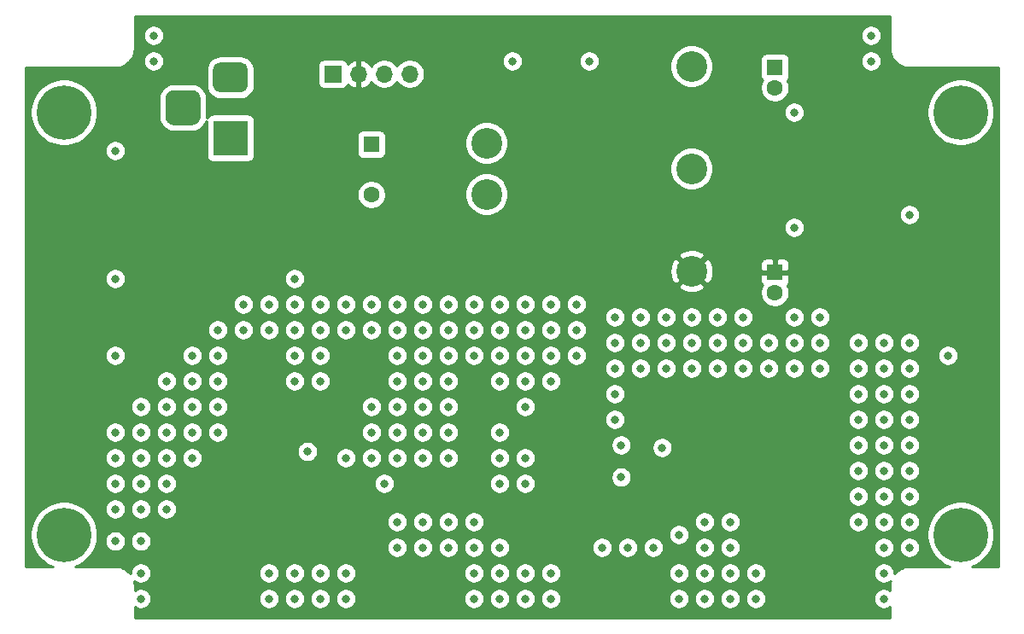
<source format=gbr>
%TF.GenerationSoftware,KiCad,Pcbnew,(5.1.8)-1*%
%TF.CreationDate,2021-05-16T11:41:03-04:00*%
%TF.ProjectId,openEPR_Lock-In,6f70656e-4550-4525-9f4c-6f636b2d496e,B*%
%TF.SameCoordinates,Original*%
%TF.FileFunction,Copper,L3,Inr*%
%TF.FilePolarity,Positive*%
%FSLAX46Y46*%
G04 Gerber Fmt 4.6, Leading zero omitted, Abs format (unit mm)*
G04 Created by KiCad (PCBNEW (5.1.8)-1) date 2021-05-16 11:41:03*
%MOMM*%
%LPD*%
G01*
G04 APERTURE LIST*
%TA.AperFunction,ComponentPad*%
%ADD10O,1.700000X1.700000*%
%TD*%
%TA.AperFunction,ComponentPad*%
%ADD11R,1.700000X1.700000*%
%TD*%
%TA.AperFunction,ComponentPad*%
%ADD12C,3.048000*%
%TD*%
%TA.AperFunction,ComponentPad*%
%ADD13R,3.500000X3.500000*%
%TD*%
%TA.AperFunction,ComponentPad*%
%ADD14C,5.400000*%
%TD*%
%TA.AperFunction,ComponentPad*%
%ADD15R,1.600000X1.600000*%
%TD*%
%TA.AperFunction,ComponentPad*%
%ADD16C,1.600000*%
%TD*%
%TA.AperFunction,ViaPad*%
%ADD17C,0.800000*%
%TD*%
%TA.AperFunction,Conductor*%
%ADD18C,0.254000*%
%TD*%
%TA.AperFunction,Conductor*%
%ADD19C,0.100000*%
%TD*%
G04 APERTURE END LIST*
D10*
%TO.N,GND*%
%TO.C,J6*%
X63500000Y-31750000D03*
%TO.N,/V-*%
X60960000Y-31750000D03*
%TO.N,/V+*%
X58420000Y-31750000D03*
D11*
%TO.N,/Vin*%
X55880000Y-31750000D03*
%TD*%
D12*
%TO.N,/V-*%
%TO.C,U4*%
X91440000Y-30988000D03*
%TO.N,GND*%
X91440000Y-41148000D03*
%TO.N,/V+*%
X91440000Y-51308000D03*
%TO.N,/Vin*%
X71120000Y-43688000D03*
%TO.N,GND*%
X71120000Y-38608000D03*
%TD*%
%TO.N,Net-(J4-Pad3)*%
%TO.C,J4*%
%TA.AperFunction,ComponentPad*%
G36*
G01*
X40145000Y-33350000D02*
X41895000Y-33350000D01*
G75*
G02*
X42770000Y-34225000I0J-875000D01*
G01*
X42770000Y-35975000D01*
G75*
G02*
X41895000Y-36850000I-875000J0D01*
G01*
X40145000Y-36850000D01*
G75*
G02*
X39270000Y-35975000I0J875000D01*
G01*
X39270000Y-34225000D01*
G75*
G02*
X40145000Y-33350000I875000J0D01*
G01*
G37*
%TD.AperFunction*%
%TO.N,GND*%
%TA.AperFunction,ComponentPad*%
G36*
G01*
X44720000Y-30600000D02*
X46720000Y-30600000D01*
G75*
G02*
X47470000Y-31350000I0J-750000D01*
G01*
X47470000Y-32850000D01*
G75*
G02*
X46720000Y-33600000I-750000J0D01*
G01*
X44720000Y-33600000D01*
G75*
G02*
X43970000Y-32850000I0J750000D01*
G01*
X43970000Y-31350000D01*
G75*
G02*
X44720000Y-30600000I750000J0D01*
G01*
G37*
%TD.AperFunction*%
D13*
%TO.N,/Vin*%
X45720000Y-38100000D03*
%TD*%
D14*
%TO.N,GND*%
%TO.C,H4*%
X29210000Y-77470000D03*
%TD*%
%TO.N,GND*%
%TO.C,H3*%
X118110000Y-77470000D03*
%TD*%
%TO.N,GND*%
%TO.C,H2*%
X118110000Y-35560000D03*
%TD*%
%TO.N,GND*%
%TO.C,H1*%
X29210000Y-35560000D03*
%TD*%
D15*
%TO.N,/Vin*%
%TO.C,C7*%
X59690000Y-38735000D03*
D16*
%TO.N,GND*%
X59690000Y-43735000D03*
%TD*%
D15*
%TO.N,/V+*%
%TO.C,C9*%
X99695000Y-51435000D03*
D16*
%TO.N,GND*%
X99695000Y-53435000D03*
%TD*%
%TO.N,/V-*%
%TO.C,C11*%
X99695000Y-33115000D03*
D15*
%TO.N,GND*%
X99695000Y-31115000D03*
%TD*%
D17*
%TO.N,GND*%
X53340000Y-69215000D03*
X69850000Y-83820000D03*
X72390000Y-83820000D03*
X74930000Y-83820000D03*
X77470000Y-83820000D03*
X69850000Y-81280000D03*
X72390000Y-81280000D03*
X74930000Y-81280000D03*
X77470000Y-81280000D03*
X72390000Y-78740000D03*
X69850000Y-78740000D03*
X67310000Y-78740000D03*
X64770000Y-78740000D03*
X62230000Y-78740000D03*
X62230000Y-76200000D03*
X64770000Y-76200000D03*
X67310000Y-76200000D03*
X69850000Y-76200000D03*
X62230000Y-69850000D03*
X64770000Y-69850000D03*
X67310000Y-69850000D03*
X67310000Y-67310000D03*
X64770000Y-67310000D03*
X62230000Y-67310000D03*
X59690000Y-67310000D03*
X59690000Y-69850000D03*
X57150000Y-69850000D03*
X59690000Y-64770000D03*
X62230000Y-64770000D03*
X64770000Y-64770000D03*
X67310000Y-64770000D03*
X67310000Y-62230000D03*
X64770000Y-62230000D03*
X62230000Y-62230000D03*
X52070000Y-59690000D03*
X72390000Y-72390000D03*
X74930000Y-72390000D03*
X74930000Y-69850000D03*
X72390000Y-69850000D03*
X72390000Y-67310000D03*
X74930000Y-64770000D03*
X72390000Y-62230000D03*
X74930000Y-62230000D03*
X77470000Y-62230000D03*
X84455000Y-68580000D03*
X90170000Y-83820000D03*
X92710000Y-83820000D03*
X95250000Y-83820000D03*
X97790000Y-83820000D03*
X49530000Y-83820000D03*
X52070000Y-83820000D03*
X54610000Y-83820000D03*
X57150000Y-83820000D03*
X57150000Y-81280000D03*
X54610000Y-81280000D03*
X52070000Y-81280000D03*
X49530000Y-81280000D03*
X82550000Y-78740000D03*
X110490000Y-83820000D03*
X110490000Y-81280000D03*
X36830000Y-83820000D03*
X36830000Y-81280000D03*
X39370000Y-72390000D03*
X41910000Y-64770000D03*
X62230000Y-57150000D03*
X62230000Y-59690000D03*
X64770000Y-59690000D03*
X67310000Y-59690000D03*
X69850000Y-59690000D03*
X72390000Y-59690000D03*
X74930000Y-59690000D03*
X77470000Y-59690000D03*
X80010000Y-59690000D03*
X83820000Y-55880000D03*
X83820000Y-58420000D03*
X91440000Y-58420000D03*
X88900000Y-58420000D03*
X86360000Y-58420000D03*
X86360000Y-55880000D03*
X88900000Y-55880000D03*
X91440000Y-55880000D03*
X93980000Y-58420000D03*
X93980000Y-55880000D03*
X96520000Y-55880000D03*
X96520000Y-58420000D03*
X54610000Y-62230000D03*
X54610000Y-59690000D03*
X52070000Y-62230000D03*
X38100000Y-27940000D03*
X38100000Y-30480000D03*
X34290000Y-52070000D03*
X34290000Y-59690000D03*
X109220000Y-27940000D03*
X109220000Y-30480000D03*
X113030000Y-45720000D03*
X101600000Y-46990000D03*
X101600000Y-35560000D03*
X116840000Y-59690000D03*
X34290000Y-39370000D03*
X34290000Y-69850000D03*
X34290000Y-67310000D03*
X34290000Y-74930000D03*
X34290000Y-78105000D03*
X36830000Y-78105000D03*
X52070000Y-52070000D03*
X44450000Y-57150000D03*
X90170000Y-81280000D03*
X92710000Y-81280000D03*
X95250000Y-81280000D03*
X97790000Y-81280000D03*
X110490000Y-76200000D03*
X107950000Y-76200000D03*
X113030000Y-76200000D03*
X110490000Y-78740000D03*
X113030000Y-78740000D03*
X107950000Y-73660000D03*
X110490000Y-73660000D03*
X113030000Y-73660000D03*
X107950000Y-71120000D03*
X110490000Y-71120000D03*
X113030000Y-71120000D03*
X107950000Y-68580000D03*
X110490000Y-68580000D03*
X113030000Y-68580000D03*
X110490000Y-66040000D03*
X107950000Y-66040000D03*
X113030000Y-66040000D03*
X113030000Y-63500000D03*
X110490000Y-63500000D03*
X107950000Y-63500000D03*
X88900000Y-60960000D03*
X83820000Y-60960000D03*
X86360000Y-60960000D03*
X91440000Y-60960000D03*
X93980000Y-60960000D03*
X96520000Y-60960000D03*
X101600000Y-58420000D03*
X104140000Y-58420000D03*
X99060000Y-58420000D03*
X113030000Y-60960000D03*
X107950000Y-60960000D03*
X110490000Y-60960000D03*
X107950000Y-58420000D03*
X113030000Y-58420000D03*
X110490000Y-58420000D03*
X104140000Y-55880000D03*
X101600000Y-55880000D03*
X95250000Y-78740000D03*
X92710000Y-78740000D03*
X92710000Y-76200000D03*
X95250000Y-76200000D03*
X88519000Y-68834000D03*
X85090000Y-78740000D03*
X87630000Y-78740000D03*
X67310000Y-57150000D03*
X72390000Y-57150000D03*
X74930000Y-57150000D03*
X80010000Y-57150000D03*
X64770000Y-57150000D03*
X69850000Y-57150000D03*
X77470000Y-57150000D03*
X46990000Y-54610000D03*
X52070000Y-54610000D03*
X57150000Y-54610000D03*
X49530000Y-54610000D03*
X59690000Y-54610000D03*
X54610000Y-54610000D03*
X62230000Y-54610000D03*
X54610000Y-57150000D03*
X57150000Y-57150000D03*
X59690000Y-57150000D03*
X49530000Y-57150000D03*
X52070000Y-57150000D03*
X46990000Y-57150000D03*
X36830000Y-74930000D03*
X39370000Y-74930000D03*
X36830000Y-72390000D03*
X34290000Y-72390000D03*
X36830000Y-69850000D03*
X39370000Y-69850000D03*
X41910000Y-69850000D03*
X39370000Y-67310000D03*
X41910000Y-67310000D03*
X36830000Y-67310000D03*
X41910000Y-62230000D03*
X41910000Y-59690000D03*
X44450000Y-59690000D03*
X44450000Y-62230000D03*
X44450000Y-64770000D03*
X44450000Y-67310000D03*
X39370000Y-64770000D03*
X67310000Y-54610000D03*
X64770000Y-54610000D03*
X72390000Y-54610000D03*
X80010000Y-54610000D03*
X74930000Y-54610000D03*
X69850000Y-54610000D03*
X77470000Y-54610000D03*
X104140000Y-60960000D03*
X101600000Y-60960000D03*
X99060000Y-60960000D03*
X83820000Y-63500000D03*
X83820000Y-66040000D03*
X84455000Y-71755000D03*
X36830000Y-64770000D03*
X39370000Y-62230000D03*
X81280000Y-30480000D03*
X73660000Y-30480000D03*
%TO.N,/V+*%
X80645000Y-77470000D03*
X48768000Y-64262000D03*
X100584000Y-62865000D03*
%TO.N,/V-*%
X60960000Y-72390000D03*
X90170000Y-77470000D03*
%TD*%
D18*
%TO.N,/V+*%
X111100001Y-29242419D02*
X111102802Y-29270855D01*
X111102747Y-29278682D01*
X111103646Y-29287853D01*
X111129554Y-29534357D01*
X111141589Y-29592986D01*
X111152792Y-29651716D01*
X111155456Y-29660538D01*
X111228751Y-29897314D01*
X111251931Y-29952457D01*
X111274339Y-30007920D01*
X111278665Y-30016054D01*
X111278667Y-30016059D01*
X111278670Y-30016064D01*
X111396553Y-30234086D01*
X111429988Y-30283654D01*
X111462759Y-30333735D01*
X111468584Y-30340876D01*
X111626577Y-30531856D01*
X111669012Y-30573995D01*
X111710875Y-30616745D01*
X111717976Y-30622618D01*
X111910053Y-30779273D01*
X111959875Y-30812374D01*
X112009237Y-30846173D01*
X112017343Y-30850556D01*
X112236191Y-30966919D01*
X112291479Y-30989707D01*
X112346475Y-31013279D01*
X112355278Y-31016003D01*
X112592559Y-31087643D01*
X112651246Y-31099264D01*
X112709752Y-31111700D01*
X112718915Y-31112663D01*
X112718917Y-31112663D01*
X112965595Y-31136850D01*
X112965598Y-31136850D01*
X112997581Y-31140000D01*
X121895000Y-31140000D01*
X121895001Y-80620000D01*
X119220003Y-80620000D01*
X119689715Y-80425439D01*
X120235939Y-80060464D01*
X120700464Y-79595939D01*
X121065439Y-79049715D01*
X121316838Y-78442784D01*
X121445000Y-77798469D01*
X121445000Y-77141531D01*
X121316838Y-76497216D01*
X121065439Y-75890285D01*
X120700464Y-75344061D01*
X120235939Y-74879536D01*
X119689715Y-74514561D01*
X119082784Y-74263162D01*
X118438469Y-74135000D01*
X117781531Y-74135000D01*
X117137216Y-74263162D01*
X116530285Y-74514561D01*
X115984061Y-74879536D01*
X115519536Y-75344061D01*
X115154561Y-75890285D01*
X114903162Y-76497216D01*
X114775000Y-77141531D01*
X114775000Y-77798469D01*
X114903162Y-78442784D01*
X115154561Y-79049715D01*
X115519536Y-79595939D01*
X115984061Y-80060464D01*
X116530285Y-80425439D01*
X116999997Y-80620000D01*
X112997581Y-80620000D01*
X112969135Y-80622802D01*
X112961318Y-80622747D01*
X112952147Y-80623646D01*
X112705644Y-80649554D01*
X112647028Y-80661586D01*
X112588284Y-80672792D01*
X112579462Y-80675456D01*
X112342686Y-80748751D01*
X112287555Y-80771926D01*
X112232080Y-80794339D01*
X112223944Y-80798666D01*
X112005914Y-80916554D01*
X111956346Y-80949988D01*
X111906265Y-80982760D01*
X111899124Y-80988584D01*
X111708144Y-81146577D01*
X111666005Y-81189012D01*
X111623255Y-81230875D01*
X111617381Y-81237976D01*
X111525000Y-81351247D01*
X111525000Y-81178061D01*
X111485226Y-80978102D01*
X111407205Y-80789744D01*
X111293937Y-80620226D01*
X111149774Y-80476063D01*
X110980256Y-80362795D01*
X110791898Y-80284774D01*
X110591939Y-80245000D01*
X110388061Y-80245000D01*
X110188102Y-80284774D01*
X109999744Y-80362795D01*
X109830226Y-80476063D01*
X109686063Y-80620226D01*
X109572795Y-80789744D01*
X109494774Y-80978102D01*
X109455000Y-81178061D01*
X109455000Y-81381939D01*
X109494774Y-81581898D01*
X109572795Y-81770256D01*
X109686063Y-81939774D01*
X109830226Y-82083937D01*
X109999744Y-82197205D01*
X110188102Y-82275226D01*
X110388061Y-82315000D01*
X110591939Y-82315000D01*
X110791898Y-82275226D01*
X110980256Y-82197205D01*
X111149774Y-82083937D01*
X111165853Y-82067858D01*
X111152357Y-82112559D01*
X111140736Y-82171246D01*
X111128300Y-82229752D01*
X111127337Y-82238917D01*
X111103150Y-82485595D01*
X111100000Y-82517582D01*
X111100000Y-82982805D01*
X110980256Y-82902795D01*
X110791898Y-82824774D01*
X110591939Y-82785000D01*
X110388061Y-82785000D01*
X110188102Y-82824774D01*
X109999744Y-82902795D01*
X109830226Y-83016063D01*
X109686063Y-83160226D01*
X109572795Y-83329744D01*
X109494774Y-83518102D01*
X109455000Y-83718061D01*
X109455000Y-83921939D01*
X109494774Y-84121898D01*
X109572795Y-84310256D01*
X109686063Y-84479774D01*
X109830226Y-84623937D01*
X109999744Y-84737205D01*
X110188102Y-84815226D01*
X110388061Y-84855000D01*
X110591939Y-84855000D01*
X110791898Y-84815226D01*
X110980256Y-84737205D01*
X111100001Y-84657194D01*
X111100001Y-85700000D01*
X36220000Y-85700000D01*
X36220000Y-84657195D01*
X36339744Y-84737205D01*
X36528102Y-84815226D01*
X36728061Y-84855000D01*
X36931939Y-84855000D01*
X37131898Y-84815226D01*
X37320256Y-84737205D01*
X37489774Y-84623937D01*
X37633937Y-84479774D01*
X37747205Y-84310256D01*
X37825226Y-84121898D01*
X37865000Y-83921939D01*
X37865000Y-83718061D01*
X48495000Y-83718061D01*
X48495000Y-83921939D01*
X48534774Y-84121898D01*
X48612795Y-84310256D01*
X48726063Y-84479774D01*
X48870226Y-84623937D01*
X49039744Y-84737205D01*
X49228102Y-84815226D01*
X49428061Y-84855000D01*
X49631939Y-84855000D01*
X49831898Y-84815226D01*
X50020256Y-84737205D01*
X50189774Y-84623937D01*
X50333937Y-84479774D01*
X50447205Y-84310256D01*
X50525226Y-84121898D01*
X50565000Y-83921939D01*
X50565000Y-83718061D01*
X51035000Y-83718061D01*
X51035000Y-83921939D01*
X51074774Y-84121898D01*
X51152795Y-84310256D01*
X51266063Y-84479774D01*
X51410226Y-84623937D01*
X51579744Y-84737205D01*
X51768102Y-84815226D01*
X51968061Y-84855000D01*
X52171939Y-84855000D01*
X52371898Y-84815226D01*
X52560256Y-84737205D01*
X52729774Y-84623937D01*
X52873937Y-84479774D01*
X52987205Y-84310256D01*
X53065226Y-84121898D01*
X53105000Y-83921939D01*
X53105000Y-83718061D01*
X53575000Y-83718061D01*
X53575000Y-83921939D01*
X53614774Y-84121898D01*
X53692795Y-84310256D01*
X53806063Y-84479774D01*
X53950226Y-84623937D01*
X54119744Y-84737205D01*
X54308102Y-84815226D01*
X54508061Y-84855000D01*
X54711939Y-84855000D01*
X54911898Y-84815226D01*
X55100256Y-84737205D01*
X55269774Y-84623937D01*
X55413937Y-84479774D01*
X55527205Y-84310256D01*
X55605226Y-84121898D01*
X55645000Y-83921939D01*
X55645000Y-83718061D01*
X56115000Y-83718061D01*
X56115000Y-83921939D01*
X56154774Y-84121898D01*
X56232795Y-84310256D01*
X56346063Y-84479774D01*
X56490226Y-84623937D01*
X56659744Y-84737205D01*
X56848102Y-84815226D01*
X57048061Y-84855000D01*
X57251939Y-84855000D01*
X57451898Y-84815226D01*
X57640256Y-84737205D01*
X57809774Y-84623937D01*
X57953937Y-84479774D01*
X58067205Y-84310256D01*
X58145226Y-84121898D01*
X58185000Y-83921939D01*
X58185000Y-83718061D01*
X68815000Y-83718061D01*
X68815000Y-83921939D01*
X68854774Y-84121898D01*
X68932795Y-84310256D01*
X69046063Y-84479774D01*
X69190226Y-84623937D01*
X69359744Y-84737205D01*
X69548102Y-84815226D01*
X69748061Y-84855000D01*
X69951939Y-84855000D01*
X70151898Y-84815226D01*
X70340256Y-84737205D01*
X70509774Y-84623937D01*
X70653937Y-84479774D01*
X70767205Y-84310256D01*
X70845226Y-84121898D01*
X70885000Y-83921939D01*
X70885000Y-83718061D01*
X71355000Y-83718061D01*
X71355000Y-83921939D01*
X71394774Y-84121898D01*
X71472795Y-84310256D01*
X71586063Y-84479774D01*
X71730226Y-84623937D01*
X71899744Y-84737205D01*
X72088102Y-84815226D01*
X72288061Y-84855000D01*
X72491939Y-84855000D01*
X72691898Y-84815226D01*
X72880256Y-84737205D01*
X73049774Y-84623937D01*
X73193937Y-84479774D01*
X73307205Y-84310256D01*
X73385226Y-84121898D01*
X73425000Y-83921939D01*
X73425000Y-83718061D01*
X73895000Y-83718061D01*
X73895000Y-83921939D01*
X73934774Y-84121898D01*
X74012795Y-84310256D01*
X74126063Y-84479774D01*
X74270226Y-84623937D01*
X74439744Y-84737205D01*
X74628102Y-84815226D01*
X74828061Y-84855000D01*
X75031939Y-84855000D01*
X75231898Y-84815226D01*
X75420256Y-84737205D01*
X75589774Y-84623937D01*
X75733937Y-84479774D01*
X75847205Y-84310256D01*
X75925226Y-84121898D01*
X75965000Y-83921939D01*
X75965000Y-83718061D01*
X76435000Y-83718061D01*
X76435000Y-83921939D01*
X76474774Y-84121898D01*
X76552795Y-84310256D01*
X76666063Y-84479774D01*
X76810226Y-84623937D01*
X76979744Y-84737205D01*
X77168102Y-84815226D01*
X77368061Y-84855000D01*
X77571939Y-84855000D01*
X77771898Y-84815226D01*
X77960256Y-84737205D01*
X78129774Y-84623937D01*
X78273937Y-84479774D01*
X78387205Y-84310256D01*
X78465226Y-84121898D01*
X78505000Y-83921939D01*
X78505000Y-83718061D01*
X89135000Y-83718061D01*
X89135000Y-83921939D01*
X89174774Y-84121898D01*
X89252795Y-84310256D01*
X89366063Y-84479774D01*
X89510226Y-84623937D01*
X89679744Y-84737205D01*
X89868102Y-84815226D01*
X90068061Y-84855000D01*
X90271939Y-84855000D01*
X90471898Y-84815226D01*
X90660256Y-84737205D01*
X90829774Y-84623937D01*
X90973937Y-84479774D01*
X91087205Y-84310256D01*
X91165226Y-84121898D01*
X91205000Y-83921939D01*
X91205000Y-83718061D01*
X91675000Y-83718061D01*
X91675000Y-83921939D01*
X91714774Y-84121898D01*
X91792795Y-84310256D01*
X91906063Y-84479774D01*
X92050226Y-84623937D01*
X92219744Y-84737205D01*
X92408102Y-84815226D01*
X92608061Y-84855000D01*
X92811939Y-84855000D01*
X93011898Y-84815226D01*
X93200256Y-84737205D01*
X93369774Y-84623937D01*
X93513937Y-84479774D01*
X93627205Y-84310256D01*
X93705226Y-84121898D01*
X93745000Y-83921939D01*
X93745000Y-83718061D01*
X94215000Y-83718061D01*
X94215000Y-83921939D01*
X94254774Y-84121898D01*
X94332795Y-84310256D01*
X94446063Y-84479774D01*
X94590226Y-84623937D01*
X94759744Y-84737205D01*
X94948102Y-84815226D01*
X95148061Y-84855000D01*
X95351939Y-84855000D01*
X95551898Y-84815226D01*
X95740256Y-84737205D01*
X95909774Y-84623937D01*
X96053937Y-84479774D01*
X96167205Y-84310256D01*
X96245226Y-84121898D01*
X96285000Y-83921939D01*
X96285000Y-83718061D01*
X96755000Y-83718061D01*
X96755000Y-83921939D01*
X96794774Y-84121898D01*
X96872795Y-84310256D01*
X96986063Y-84479774D01*
X97130226Y-84623937D01*
X97299744Y-84737205D01*
X97488102Y-84815226D01*
X97688061Y-84855000D01*
X97891939Y-84855000D01*
X98091898Y-84815226D01*
X98280256Y-84737205D01*
X98449774Y-84623937D01*
X98593937Y-84479774D01*
X98707205Y-84310256D01*
X98785226Y-84121898D01*
X98825000Y-83921939D01*
X98825000Y-83718061D01*
X98785226Y-83518102D01*
X98707205Y-83329744D01*
X98593937Y-83160226D01*
X98449774Y-83016063D01*
X98280256Y-82902795D01*
X98091898Y-82824774D01*
X97891939Y-82785000D01*
X97688061Y-82785000D01*
X97488102Y-82824774D01*
X97299744Y-82902795D01*
X97130226Y-83016063D01*
X96986063Y-83160226D01*
X96872795Y-83329744D01*
X96794774Y-83518102D01*
X96755000Y-83718061D01*
X96285000Y-83718061D01*
X96245226Y-83518102D01*
X96167205Y-83329744D01*
X96053937Y-83160226D01*
X95909774Y-83016063D01*
X95740256Y-82902795D01*
X95551898Y-82824774D01*
X95351939Y-82785000D01*
X95148061Y-82785000D01*
X94948102Y-82824774D01*
X94759744Y-82902795D01*
X94590226Y-83016063D01*
X94446063Y-83160226D01*
X94332795Y-83329744D01*
X94254774Y-83518102D01*
X94215000Y-83718061D01*
X93745000Y-83718061D01*
X93705226Y-83518102D01*
X93627205Y-83329744D01*
X93513937Y-83160226D01*
X93369774Y-83016063D01*
X93200256Y-82902795D01*
X93011898Y-82824774D01*
X92811939Y-82785000D01*
X92608061Y-82785000D01*
X92408102Y-82824774D01*
X92219744Y-82902795D01*
X92050226Y-83016063D01*
X91906063Y-83160226D01*
X91792795Y-83329744D01*
X91714774Y-83518102D01*
X91675000Y-83718061D01*
X91205000Y-83718061D01*
X91165226Y-83518102D01*
X91087205Y-83329744D01*
X90973937Y-83160226D01*
X90829774Y-83016063D01*
X90660256Y-82902795D01*
X90471898Y-82824774D01*
X90271939Y-82785000D01*
X90068061Y-82785000D01*
X89868102Y-82824774D01*
X89679744Y-82902795D01*
X89510226Y-83016063D01*
X89366063Y-83160226D01*
X89252795Y-83329744D01*
X89174774Y-83518102D01*
X89135000Y-83718061D01*
X78505000Y-83718061D01*
X78465226Y-83518102D01*
X78387205Y-83329744D01*
X78273937Y-83160226D01*
X78129774Y-83016063D01*
X77960256Y-82902795D01*
X77771898Y-82824774D01*
X77571939Y-82785000D01*
X77368061Y-82785000D01*
X77168102Y-82824774D01*
X76979744Y-82902795D01*
X76810226Y-83016063D01*
X76666063Y-83160226D01*
X76552795Y-83329744D01*
X76474774Y-83518102D01*
X76435000Y-83718061D01*
X75965000Y-83718061D01*
X75925226Y-83518102D01*
X75847205Y-83329744D01*
X75733937Y-83160226D01*
X75589774Y-83016063D01*
X75420256Y-82902795D01*
X75231898Y-82824774D01*
X75031939Y-82785000D01*
X74828061Y-82785000D01*
X74628102Y-82824774D01*
X74439744Y-82902795D01*
X74270226Y-83016063D01*
X74126063Y-83160226D01*
X74012795Y-83329744D01*
X73934774Y-83518102D01*
X73895000Y-83718061D01*
X73425000Y-83718061D01*
X73385226Y-83518102D01*
X73307205Y-83329744D01*
X73193937Y-83160226D01*
X73049774Y-83016063D01*
X72880256Y-82902795D01*
X72691898Y-82824774D01*
X72491939Y-82785000D01*
X72288061Y-82785000D01*
X72088102Y-82824774D01*
X71899744Y-82902795D01*
X71730226Y-83016063D01*
X71586063Y-83160226D01*
X71472795Y-83329744D01*
X71394774Y-83518102D01*
X71355000Y-83718061D01*
X70885000Y-83718061D01*
X70845226Y-83518102D01*
X70767205Y-83329744D01*
X70653937Y-83160226D01*
X70509774Y-83016063D01*
X70340256Y-82902795D01*
X70151898Y-82824774D01*
X69951939Y-82785000D01*
X69748061Y-82785000D01*
X69548102Y-82824774D01*
X69359744Y-82902795D01*
X69190226Y-83016063D01*
X69046063Y-83160226D01*
X68932795Y-83329744D01*
X68854774Y-83518102D01*
X68815000Y-83718061D01*
X58185000Y-83718061D01*
X58145226Y-83518102D01*
X58067205Y-83329744D01*
X57953937Y-83160226D01*
X57809774Y-83016063D01*
X57640256Y-82902795D01*
X57451898Y-82824774D01*
X57251939Y-82785000D01*
X57048061Y-82785000D01*
X56848102Y-82824774D01*
X56659744Y-82902795D01*
X56490226Y-83016063D01*
X56346063Y-83160226D01*
X56232795Y-83329744D01*
X56154774Y-83518102D01*
X56115000Y-83718061D01*
X55645000Y-83718061D01*
X55605226Y-83518102D01*
X55527205Y-83329744D01*
X55413937Y-83160226D01*
X55269774Y-83016063D01*
X55100256Y-82902795D01*
X54911898Y-82824774D01*
X54711939Y-82785000D01*
X54508061Y-82785000D01*
X54308102Y-82824774D01*
X54119744Y-82902795D01*
X53950226Y-83016063D01*
X53806063Y-83160226D01*
X53692795Y-83329744D01*
X53614774Y-83518102D01*
X53575000Y-83718061D01*
X53105000Y-83718061D01*
X53065226Y-83518102D01*
X52987205Y-83329744D01*
X52873937Y-83160226D01*
X52729774Y-83016063D01*
X52560256Y-82902795D01*
X52371898Y-82824774D01*
X52171939Y-82785000D01*
X51968061Y-82785000D01*
X51768102Y-82824774D01*
X51579744Y-82902795D01*
X51410226Y-83016063D01*
X51266063Y-83160226D01*
X51152795Y-83329744D01*
X51074774Y-83518102D01*
X51035000Y-83718061D01*
X50565000Y-83718061D01*
X50525226Y-83518102D01*
X50447205Y-83329744D01*
X50333937Y-83160226D01*
X50189774Y-83016063D01*
X50020256Y-82902795D01*
X49831898Y-82824774D01*
X49631939Y-82785000D01*
X49428061Y-82785000D01*
X49228102Y-82824774D01*
X49039744Y-82902795D01*
X48870226Y-83016063D01*
X48726063Y-83160226D01*
X48612795Y-83329744D01*
X48534774Y-83518102D01*
X48495000Y-83718061D01*
X37865000Y-83718061D01*
X37825226Y-83518102D01*
X37747205Y-83329744D01*
X37633937Y-83160226D01*
X37489774Y-83016063D01*
X37320256Y-82902795D01*
X37131898Y-82824774D01*
X36931939Y-82785000D01*
X36728061Y-82785000D01*
X36528102Y-82824774D01*
X36339744Y-82902795D01*
X36220000Y-82982805D01*
X36220000Y-82517581D01*
X36217198Y-82489135D01*
X36217253Y-82481318D01*
X36216354Y-82472147D01*
X36190446Y-82225644D01*
X36178414Y-82167028D01*
X36167208Y-82108284D01*
X36164544Y-82099462D01*
X36155036Y-82068747D01*
X36170226Y-82083937D01*
X36339744Y-82197205D01*
X36528102Y-82275226D01*
X36728061Y-82315000D01*
X36931939Y-82315000D01*
X37131898Y-82275226D01*
X37320256Y-82197205D01*
X37489774Y-82083937D01*
X37633937Y-81939774D01*
X37747205Y-81770256D01*
X37825226Y-81581898D01*
X37865000Y-81381939D01*
X37865000Y-81178061D01*
X48495000Y-81178061D01*
X48495000Y-81381939D01*
X48534774Y-81581898D01*
X48612795Y-81770256D01*
X48726063Y-81939774D01*
X48870226Y-82083937D01*
X49039744Y-82197205D01*
X49228102Y-82275226D01*
X49428061Y-82315000D01*
X49631939Y-82315000D01*
X49831898Y-82275226D01*
X50020256Y-82197205D01*
X50189774Y-82083937D01*
X50333937Y-81939774D01*
X50447205Y-81770256D01*
X50525226Y-81581898D01*
X50565000Y-81381939D01*
X50565000Y-81178061D01*
X51035000Y-81178061D01*
X51035000Y-81381939D01*
X51074774Y-81581898D01*
X51152795Y-81770256D01*
X51266063Y-81939774D01*
X51410226Y-82083937D01*
X51579744Y-82197205D01*
X51768102Y-82275226D01*
X51968061Y-82315000D01*
X52171939Y-82315000D01*
X52371898Y-82275226D01*
X52560256Y-82197205D01*
X52729774Y-82083937D01*
X52873937Y-81939774D01*
X52987205Y-81770256D01*
X53065226Y-81581898D01*
X53105000Y-81381939D01*
X53105000Y-81178061D01*
X53575000Y-81178061D01*
X53575000Y-81381939D01*
X53614774Y-81581898D01*
X53692795Y-81770256D01*
X53806063Y-81939774D01*
X53950226Y-82083937D01*
X54119744Y-82197205D01*
X54308102Y-82275226D01*
X54508061Y-82315000D01*
X54711939Y-82315000D01*
X54911898Y-82275226D01*
X55100256Y-82197205D01*
X55269774Y-82083937D01*
X55413937Y-81939774D01*
X55527205Y-81770256D01*
X55605226Y-81581898D01*
X55645000Y-81381939D01*
X55645000Y-81178061D01*
X56115000Y-81178061D01*
X56115000Y-81381939D01*
X56154774Y-81581898D01*
X56232795Y-81770256D01*
X56346063Y-81939774D01*
X56490226Y-82083937D01*
X56659744Y-82197205D01*
X56848102Y-82275226D01*
X57048061Y-82315000D01*
X57251939Y-82315000D01*
X57451898Y-82275226D01*
X57640256Y-82197205D01*
X57809774Y-82083937D01*
X57953937Y-81939774D01*
X58067205Y-81770256D01*
X58145226Y-81581898D01*
X58185000Y-81381939D01*
X58185000Y-81178061D01*
X68815000Y-81178061D01*
X68815000Y-81381939D01*
X68854774Y-81581898D01*
X68932795Y-81770256D01*
X69046063Y-81939774D01*
X69190226Y-82083937D01*
X69359744Y-82197205D01*
X69548102Y-82275226D01*
X69748061Y-82315000D01*
X69951939Y-82315000D01*
X70151898Y-82275226D01*
X70340256Y-82197205D01*
X70509774Y-82083937D01*
X70653937Y-81939774D01*
X70767205Y-81770256D01*
X70845226Y-81581898D01*
X70885000Y-81381939D01*
X70885000Y-81178061D01*
X71355000Y-81178061D01*
X71355000Y-81381939D01*
X71394774Y-81581898D01*
X71472795Y-81770256D01*
X71586063Y-81939774D01*
X71730226Y-82083937D01*
X71899744Y-82197205D01*
X72088102Y-82275226D01*
X72288061Y-82315000D01*
X72491939Y-82315000D01*
X72691898Y-82275226D01*
X72880256Y-82197205D01*
X73049774Y-82083937D01*
X73193937Y-81939774D01*
X73307205Y-81770256D01*
X73385226Y-81581898D01*
X73425000Y-81381939D01*
X73425000Y-81178061D01*
X73895000Y-81178061D01*
X73895000Y-81381939D01*
X73934774Y-81581898D01*
X74012795Y-81770256D01*
X74126063Y-81939774D01*
X74270226Y-82083937D01*
X74439744Y-82197205D01*
X74628102Y-82275226D01*
X74828061Y-82315000D01*
X75031939Y-82315000D01*
X75231898Y-82275226D01*
X75420256Y-82197205D01*
X75589774Y-82083937D01*
X75733937Y-81939774D01*
X75847205Y-81770256D01*
X75925226Y-81581898D01*
X75965000Y-81381939D01*
X75965000Y-81178061D01*
X76435000Y-81178061D01*
X76435000Y-81381939D01*
X76474774Y-81581898D01*
X76552795Y-81770256D01*
X76666063Y-81939774D01*
X76810226Y-82083937D01*
X76979744Y-82197205D01*
X77168102Y-82275226D01*
X77368061Y-82315000D01*
X77571939Y-82315000D01*
X77771898Y-82275226D01*
X77960256Y-82197205D01*
X78129774Y-82083937D01*
X78273937Y-81939774D01*
X78387205Y-81770256D01*
X78465226Y-81581898D01*
X78505000Y-81381939D01*
X78505000Y-81178061D01*
X89135000Y-81178061D01*
X89135000Y-81381939D01*
X89174774Y-81581898D01*
X89252795Y-81770256D01*
X89366063Y-81939774D01*
X89510226Y-82083937D01*
X89679744Y-82197205D01*
X89868102Y-82275226D01*
X90068061Y-82315000D01*
X90271939Y-82315000D01*
X90471898Y-82275226D01*
X90660256Y-82197205D01*
X90829774Y-82083937D01*
X90973937Y-81939774D01*
X91087205Y-81770256D01*
X91165226Y-81581898D01*
X91205000Y-81381939D01*
X91205000Y-81178061D01*
X91675000Y-81178061D01*
X91675000Y-81381939D01*
X91714774Y-81581898D01*
X91792795Y-81770256D01*
X91906063Y-81939774D01*
X92050226Y-82083937D01*
X92219744Y-82197205D01*
X92408102Y-82275226D01*
X92608061Y-82315000D01*
X92811939Y-82315000D01*
X93011898Y-82275226D01*
X93200256Y-82197205D01*
X93369774Y-82083937D01*
X93513937Y-81939774D01*
X93627205Y-81770256D01*
X93705226Y-81581898D01*
X93745000Y-81381939D01*
X93745000Y-81178061D01*
X94215000Y-81178061D01*
X94215000Y-81381939D01*
X94254774Y-81581898D01*
X94332795Y-81770256D01*
X94446063Y-81939774D01*
X94590226Y-82083937D01*
X94759744Y-82197205D01*
X94948102Y-82275226D01*
X95148061Y-82315000D01*
X95351939Y-82315000D01*
X95551898Y-82275226D01*
X95740256Y-82197205D01*
X95909774Y-82083937D01*
X96053937Y-81939774D01*
X96167205Y-81770256D01*
X96245226Y-81581898D01*
X96285000Y-81381939D01*
X96285000Y-81178061D01*
X96755000Y-81178061D01*
X96755000Y-81381939D01*
X96794774Y-81581898D01*
X96872795Y-81770256D01*
X96986063Y-81939774D01*
X97130226Y-82083937D01*
X97299744Y-82197205D01*
X97488102Y-82275226D01*
X97688061Y-82315000D01*
X97891939Y-82315000D01*
X98091898Y-82275226D01*
X98280256Y-82197205D01*
X98449774Y-82083937D01*
X98593937Y-81939774D01*
X98707205Y-81770256D01*
X98785226Y-81581898D01*
X98825000Y-81381939D01*
X98825000Y-81178061D01*
X98785226Y-80978102D01*
X98707205Y-80789744D01*
X98593937Y-80620226D01*
X98449774Y-80476063D01*
X98280256Y-80362795D01*
X98091898Y-80284774D01*
X97891939Y-80245000D01*
X97688061Y-80245000D01*
X97488102Y-80284774D01*
X97299744Y-80362795D01*
X97130226Y-80476063D01*
X96986063Y-80620226D01*
X96872795Y-80789744D01*
X96794774Y-80978102D01*
X96755000Y-81178061D01*
X96285000Y-81178061D01*
X96245226Y-80978102D01*
X96167205Y-80789744D01*
X96053937Y-80620226D01*
X95909774Y-80476063D01*
X95740256Y-80362795D01*
X95551898Y-80284774D01*
X95351939Y-80245000D01*
X95148061Y-80245000D01*
X94948102Y-80284774D01*
X94759744Y-80362795D01*
X94590226Y-80476063D01*
X94446063Y-80620226D01*
X94332795Y-80789744D01*
X94254774Y-80978102D01*
X94215000Y-81178061D01*
X93745000Y-81178061D01*
X93705226Y-80978102D01*
X93627205Y-80789744D01*
X93513937Y-80620226D01*
X93369774Y-80476063D01*
X93200256Y-80362795D01*
X93011898Y-80284774D01*
X92811939Y-80245000D01*
X92608061Y-80245000D01*
X92408102Y-80284774D01*
X92219744Y-80362795D01*
X92050226Y-80476063D01*
X91906063Y-80620226D01*
X91792795Y-80789744D01*
X91714774Y-80978102D01*
X91675000Y-81178061D01*
X91205000Y-81178061D01*
X91165226Y-80978102D01*
X91087205Y-80789744D01*
X90973937Y-80620226D01*
X90829774Y-80476063D01*
X90660256Y-80362795D01*
X90471898Y-80284774D01*
X90271939Y-80245000D01*
X90068061Y-80245000D01*
X89868102Y-80284774D01*
X89679744Y-80362795D01*
X89510226Y-80476063D01*
X89366063Y-80620226D01*
X89252795Y-80789744D01*
X89174774Y-80978102D01*
X89135000Y-81178061D01*
X78505000Y-81178061D01*
X78465226Y-80978102D01*
X78387205Y-80789744D01*
X78273937Y-80620226D01*
X78129774Y-80476063D01*
X77960256Y-80362795D01*
X77771898Y-80284774D01*
X77571939Y-80245000D01*
X77368061Y-80245000D01*
X77168102Y-80284774D01*
X76979744Y-80362795D01*
X76810226Y-80476063D01*
X76666063Y-80620226D01*
X76552795Y-80789744D01*
X76474774Y-80978102D01*
X76435000Y-81178061D01*
X75965000Y-81178061D01*
X75925226Y-80978102D01*
X75847205Y-80789744D01*
X75733937Y-80620226D01*
X75589774Y-80476063D01*
X75420256Y-80362795D01*
X75231898Y-80284774D01*
X75031939Y-80245000D01*
X74828061Y-80245000D01*
X74628102Y-80284774D01*
X74439744Y-80362795D01*
X74270226Y-80476063D01*
X74126063Y-80620226D01*
X74012795Y-80789744D01*
X73934774Y-80978102D01*
X73895000Y-81178061D01*
X73425000Y-81178061D01*
X73385226Y-80978102D01*
X73307205Y-80789744D01*
X73193937Y-80620226D01*
X73049774Y-80476063D01*
X72880256Y-80362795D01*
X72691898Y-80284774D01*
X72491939Y-80245000D01*
X72288061Y-80245000D01*
X72088102Y-80284774D01*
X71899744Y-80362795D01*
X71730226Y-80476063D01*
X71586063Y-80620226D01*
X71472795Y-80789744D01*
X71394774Y-80978102D01*
X71355000Y-81178061D01*
X70885000Y-81178061D01*
X70845226Y-80978102D01*
X70767205Y-80789744D01*
X70653937Y-80620226D01*
X70509774Y-80476063D01*
X70340256Y-80362795D01*
X70151898Y-80284774D01*
X69951939Y-80245000D01*
X69748061Y-80245000D01*
X69548102Y-80284774D01*
X69359744Y-80362795D01*
X69190226Y-80476063D01*
X69046063Y-80620226D01*
X68932795Y-80789744D01*
X68854774Y-80978102D01*
X68815000Y-81178061D01*
X58185000Y-81178061D01*
X58145226Y-80978102D01*
X58067205Y-80789744D01*
X57953937Y-80620226D01*
X57809774Y-80476063D01*
X57640256Y-80362795D01*
X57451898Y-80284774D01*
X57251939Y-80245000D01*
X57048061Y-80245000D01*
X56848102Y-80284774D01*
X56659744Y-80362795D01*
X56490226Y-80476063D01*
X56346063Y-80620226D01*
X56232795Y-80789744D01*
X56154774Y-80978102D01*
X56115000Y-81178061D01*
X55645000Y-81178061D01*
X55605226Y-80978102D01*
X55527205Y-80789744D01*
X55413937Y-80620226D01*
X55269774Y-80476063D01*
X55100256Y-80362795D01*
X54911898Y-80284774D01*
X54711939Y-80245000D01*
X54508061Y-80245000D01*
X54308102Y-80284774D01*
X54119744Y-80362795D01*
X53950226Y-80476063D01*
X53806063Y-80620226D01*
X53692795Y-80789744D01*
X53614774Y-80978102D01*
X53575000Y-81178061D01*
X53105000Y-81178061D01*
X53065226Y-80978102D01*
X52987205Y-80789744D01*
X52873937Y-80620226D01*
X52729774Y-80476063D01*
X52560256Y-80362795D01*
X52371898Y-80284774D01*
X52171939Y-80245000D01*
X51968061Y-80245000D01*
X51768102Y-80284774D01*
X51579744Y-80362795D01*
X51410226Y-80476063D01*
X51266063Y-80620226D01*
X51152795Y-80789744D01*
X51074774Y-80978102D01*
X51035000Y-81178061D01*
X50565000Y-81178061D01*
X50525226Y-80978102D01*
X50447205Y-80789744D01*
X50333937Y-80620226D01*
X50189774Y-80476063D01*
X50020256Y-80362795D01*
X49831898Y-80284774D01*
X49631939Y-80245000D01*
X49428061Y-80245000D01*
X49228102Y-80284774D01*
X49039744Y-80362795D01*
X48870226Y-80476063D01*
X48726063Y-80620226D01*
X48612795Y-80789744D01*
X48534774Y-80978102D01*
X48495000Y-81178061D01*
X37865000Y-81178061D01*
X37825226Y-80978102D01*
X37747205Y-80789744D01*
X37633937Y-80620226D01*
X37489774Y-80476063D01*
X37320256Y-80362795D01*
X37131898Y-80284774D01*
X36931939Y-80245000D01*
X36728061Y-80245000D01*
X36528102Y-80284774D01*
X36339744Y-80362795D01*
X36170226Y-80476063D01*
X36026063Y-80620226D01*
X35912795Y-80789744D01*
X35834774Y-80978102D01*
X35795000Y-81178061D01*
X35795000Y-81350929D01*
X35693423Y-81228144D01*
X35650988Y-81186005D01*
X35609125Y-81143255D01*
X35602024Y-81137381D01*
X35409946Y-80980727D01*
X35360169Y-80947655D01*
X35310763Y-80913826D01*
X35302657Y-80909444D01*
X35083809Y-80793081D01*
X35028532Y-80770298D01*
X34973525Y-80746721D01*
X34964722Y-80743997D01*
X34727441Y-80672357D01*
X34668754Y-80660736D01*
X34610248Y-80648300D01*
X34601085Y-80647337D01*
X34601083Y-80647337D01*
X34354405Y-80623150D01*
X34354402Y-80623150D01*
X34322419Y-80620000D01*
X30320003Y-80620000D01*
X30789715Y-80425439D01*
X31335939Y-80060464D01*
X31800464Y-79595939D01*
X32165439Y-79049715D01*
X32416838Y-78442784D01*
X32504304Y-78003061D01*
X33255000Y-78003061D01*
X33255000Y-78206939D01*
X33294774Y-78406898D01*
X33372795Y-78595256D01*
X33486063Y-78764774D01*
X33630226Y-78908937D01*
X33799744Y-79022205D01*
X33988102Y-79100226D01*
X34188061Y-79140000D01*
X34391939Y-79140000D01*
X34591898Y-79100226D01*
X34780256Y-79022205D01*
X34949774Y-78908937D01*
X35093937Y-78764774D01*
X35207205Y-78595256D01*
X35285226Y-78406898D01*
X35325000Y-78206939D01*
X35325000Y-78003061D01*
X35795000Y-78003061D01*
X35795000Y-78206939D01*
X35834774Y-78406898D01*
X35912795Y-78595256D01*
X36026063Y-78764774D01*
X36170226Y-78908937D01*
X36339744Y-79022205D01*
X36528102Y-79100226D01*
X36728061Y-79140000D01*
X36931939Y-79140000D01*
X37131898Y-79100226D01*
X37320256Y-79022205D01*
X37489774Y-78908937D01*
X37633937Y-78764774D01*
X37718603Y-78638061D01*
X61195000Y-78638061D01*
X61195000Y-78841939D01*
X61234774Y-79041898D01*
X61312795Y-79230256D01*
X61426063Y-79399774D01*
X61570226Y-79543937D01*
X61739744Y-79657205D01*
X61928102Y-79735226D01*
X62128061Y-79775000D01*
X62331939Y-79775000D01*
X62531898Y-79735226D01*
X62720256Y-79657205D01*
X62889774Y-79543937D01*
X63033937Y-79399774D01*
X63147205Y-79230256D01*
X63225226Y-79041898D01*
X63265000Y-78841939D01*
X63265000Y-78638061D01*
X63735000Y-78638061D01*
X63735000Y-78841939D01*
X63774774Y-79041898D01*
X63852795Y-79230256D01*
X63966063Y-79399774D01*
X64110226Y-79543937D01*
X64279744Y-79657205D01*
X64468102Y-79735226D01*
X64668061Y-79775000D01*
X64871939Y-79775000D01*
X65071898Y-79735226D01*
X65260256Y-79657205D01*
X65429774Y-79543937D01*
X65573937Y-79399774D01*
X65687205Y-79230256D01*
X65765226Y-79041898D01*
X65805000Y-78841939D01*
X65805000Y-78638061D01*
X66275000Y-78638061D01*
X66275000Y-78841939D01*
X66314774Y-79041898D01*
X66392795Y-79230256D01*
X66506063Y-79399774D01*
X66650226Y-79543937D01*
X66819744Y-79657205D01*
X67008102Y-79735226D01*
X67208061Y-79775000D01*
X67411939Y-79775000D01*
X67611898Y-79735226D01*
X67800256Y-79657205D01*
X67969774Y-79543937D01*
X68113937Y-79399774D01*
X68227205Y-79230256D01*
X68305226Y-79041898D01*
X68345000Y-78841939D01*
X68345000Y-78638061D01*
X68815000Y-78638061D01*
X68815000Y-78841939D01*
X68854774Y-79041898D01*
X68932795Y-79230256D01*
X69046063Y-79399774D01*
X69190226Y-79543937D01*
X69359744Y-79657205D01*
X69548102Y-79735226D01*
X69748061Y-79775000D01*
X69951939Y-79775000D01*
X70151898Y-79735226D01*
X70340256Y-79657205D01*
X70509774Y-79543937D01*
X70653937Y-79399774D01*
X70767205Y-79230256D01*
X70845226Y-79041898D01*
X70885000Y-78841939D01*
X70885000Y-78638061D01*
X71355000Y-78638061D01*
X71355000Y-78841939D01*
X71394774Y-79041898D01*
X71472795Y-79230256D01*
X71586063Y-79399774D01*
X71730226Y-79543937D01*
X71899744Y-79657205D01*
X72088102Y-79735226D01*
X72288061Y-79775000D01*
X72491939Y-79775000D01*
X72691898Y-79735226D01*
X72880256Y-79657205D01*
X73049774Y-79543937D01*
X73193937Y-79399774D01*
X73307205Y-79230256D01*
X73385226Y-79041898D01*
X73425000Y-78841939D01*
X73425000Y-78638061D01*
X81515000Y-78638061D01*
X81515000Y-78841939D01*
X81554774Y-79041898D01*
X81632795Y-79230256D01*
X81746063Y-79399774D01*
X81890226Y-79543937D01*
X82059744Y-79657205D01*
X82248102Y-79735226D01*
X82448061Y-79775000D01*
X82651939Y-79775000D01*
X82851898Y-79735226D01*
X83040256Y-79657205D01*
X83209774Y-79543937D01*
X83353937Y-79399774D01*
X83467205Y-79230256D01*
X83545226Y-79041898D01*
X83585000Y-78841939D01*
X83585000Y-78638061D01*
X84055000Y-78638061D01*
X84055000Y-78841939D01*
X84094774Y-79041898D01*
X84172795Y-79230256D01*
X84286063Y-79399774D01*
X84430226Y-79543937D01*
X84599744Y-79657205D01*
X84788102Y-79735226D01*
X84988061Y-79775000D01*
X85191939Y-79775000D01*
X85391898Y-79735226D01*
X85580256Y-79657205D01*
X85749774Y-79543937D01*
X85893937Y-79399774D01*
X86007205Y-79230256D01*
X86085226Y-79041898D01*
X86125000Y-78841939D01*
X86125000Y-78638061D01*
X86595000Y-78638061D01*
X86595000Y-78841939D01*
X86634774Y-79041898D01*
X86712795Y-79230256D01*
X86826063Y-79399774D01*
X86970226Y-79543937D01*
X87139744Y-79657205D01*
X87328102Y-79735226D01*
X87528061Y-79775000D01*
X87731939Y-79775000D01*
X87931898Y-79735226D01*
X88120256Y-79657205D01*
X88289774Y-79543937D01*
X88433937Y-79399774D01*
X88547205Y-79230256D01*
X88625226Y-79041898D01*
X88665000Y-78841939D01*
X88665000Y-78638061D01*
X91675000Y-78638061D01*
X91675000Y-78841939D01*
X91714774Y-79041898D01*
X91792795Y-79230256D01*
X91906063Y-79399774D01*
X92050226Y-79543937D01*
X92219744Y-79657205D01*
X92408102Y-79735226D01*
X92608061Y-79775000D01*
X92811939Y-79775000D01*
X93011898Y-79735226D01*
X93200256Y-79657205D01*
X93369774Y-79543937D01*
X93513937Y-79399774D01*
X93627205Y-79230256D01*
X93705226Y-79041898D01*
X93745000Y-78841939D01*
X93745000Y-78638061D01*
X94215000Y-78638061D01*
X94215000Y-78841939D01*
X94254774Y-79041898D01*
X94332795Y-79230256D01*
X94446063Y-79399774D01*
X94590226Y-79543937D01*
X94759744Y-79657205D01*
X94948102Y-79735226D01*
X95148061Y-79775000D01*
X95351939Y-79775000D01*
X95551898Y-79735226D01*
X95740256Y-79657205D01*
X95909774Y-79543937D01*
X96053937Y-79399774D01*
X96167205Y-79230256D01*
X96245226Y-79041898D01*
X96285000Y-78841939D01*
X96285000Y-78638061D01*
X109455000Y-78638061D01*
X109455000Y-78841939D01*
X109494774Y-79041898D01*
X109572795Y-79230256D01*
X109686063Y-79399774D01*
X109830226Y-79543937D01*
X109999744Y-79657205D01*
X110188102Y-79735226D01*
X110388061Y-79775000D01*
X110591939Y-79775000D01*
X110791898Y-79735226D01*
X110980256Y-79657205D01*
X111149774Y-79543937D01*
X111293937Y-79399774D01*
X111407205Y-79230256D01*
X111485226Y-79041898D01*
X111525000Y-78841939D01*
X111525000Y-78638061D01*
X111995000Y-78638061D01*
X111995000Y-78841939D01*
X112034774Y-79041898D01*
X112112795Y-79230256D01*
X112226063Y-79399774D01*
X112370226Y-79543937D01*
X112539744Y-79657205D01*
X112728102Y-79735226D01*
X112928061Y-79775000D01*
X113131939Y-79775000D01*
X113331898Y-79735226D01*
X113520256Y-79657205D01*
X113689774Y-79543937D01*
X113833937Y-79399774D01*
X113947205Y-79230256D01*
X114025226Y-79041898D01*
X114065000Y-78841939D01*
X114065000Y-78638061D01*
X114025226Y-78438102D01*
X113947205Y-78249744D01*
X113833937Y-78080226D01*
X113689774Y-77936063D01*
X113520256Y-77822795D01*
X113331898Y-77744774D01*
X113131939Y-77705000D01*
X112928061Y-77705000D01*
X112728102Y-77744774D01*
X112539744Y-77822795D01*
X112370226Y-77936063D01*
X112226063Y-78080226D01*
X112112795Y-78249744D01*
X112034774Y-78438102D01*
X111995000Y-78638061D01*
X111525000Y-78638061D01*
X111485226Y-78438102D01*
X111407205Y-78249744D01*
X111293937Y-78080226D01*
X111149774Y-77936063D01*
X110980256Y-77822795D01*
X110791898Y-77744774D01*
X110591939Y-77705000D01*
X110388061Y-77705000D01*
X110188102Y-77744774D01*
X109999744Y-77822795D01*
X109830226Y-77936063D01*
X109686063Y-78080226D01*
X109572795Y-78249744D01*
X109494774Y-78438102D01*
X109455000Y-78638061D01*
X96285000Y-78638061D01*
X96245226Y-78438102D01*
X96167205Y-78249744D01*
X96053937Y-78080226D01*
X95909774Y-77936063D01*
X95740256Y-77822795D01*
X95551898Y-77744774D01*
X95351939Y-77705000D01*
X95148061Y-77705000D01*
X94948102Y-77744774D01*
X94759744Y-77822795D01*
X94590226Y-77936063D01*
X94446063Y-78080226D01*
X94332795Y-78249744D01*
X94254774Y-78438102D01*
X94215000Y-78638061D01*
X93745000Y-78638061D01*
X93705226Y-78438102D01*
X93627205Y-78249744D01*
X93513937Y-78080226D01*
X93369774Y-77936063D01*
X93200256Y-77822795D01*
X93011898Y-77744774D01*
X92811939Y-77705000D01*
X92608061Y-77705000D01*
X92408102Y-77744774D01*
X92219744Y-77822795D01*
X92050226Y-77936063D01*
X91906063Y-78080226D01*
X91792795Y-78249744D01*
X91714774Y-78438102D01*
X91675000Y-78638061D01*
X88665000Y-78638061D01*
X88625226Y-78438102D01*
X88547205Y-78249744D01*
X88433937Y-78080226D01*
X88289774Y-77936063D01*
X88120256Y-77822795D01*
X87931898Y-77744774D01*
X87731939Y-77705000D01*
X87528061Y-77705000D01*
X87328102Y-77744774D01*
X87139744Y-77822795D01*
X86970226Y-77936063D01*
X86826063Y-78080226D01*
X86712795Y-78249744D01*
X86634774Y-78438102D01*
X86595000Y-78638061D01*
X86125000Y-78638061D01*
X86085226Y-78438102D01*
X86007205Y-78249744D01*
X85893937Y-78080226D01*
X85749774Y-77936063D01*
X85580256Y-77822795D01*
X85391898Y-77744774D01*
X85191939Y-77705000D01*
X84988061Y-77705000D01*
X84788102Y-77744774D01*
X84599744Y-77822795D01*
X84430226Y-77936063D01*
X84286063Y-78080226D01*
X84172795Y-78249744D01*
X84094774Y-78438102D01*
X84055000Y-78638061D01*
X83585000Y-78638061D01*
X83545226Y-78438102D01*
X83467205Y-78249744D01*
X83353937Y-78080226D01*
X83209774Y-77936063D01*
X83040256Y-77822795D01*
X82851898Y-77744774D01*
X82651939Y-77705000D01*
X82448061Y-77705000D01*
X82248102Y-77744774D01*
X82059744Y-77822795D01*
X81890226Y-77936063D01*
X81746063Y-78080226D01*
X81632795Y-78249744D01*
X81554774Y-78438102D01*
X81515000Y-78638061D01*
X73425000Y-78638061D01*
X73385226Y-78438102D01*
X73307205Y-78249744D01*
X73193937Y-78080226D01*
X73049774Y-77936063D01*
X72880256Y-77822795D01*
X72691898Y-77744774D01*
X72491939Y-77705000D01*
X72288061Y-77705000D01*
X72088102Y-77744774D01*
X71899744Y-77822795D01*
X71730226Y-77936063D01*
X71586063Y-78080226D01*
X71472795Y-78249744D01*
X71394774Y-78438102D01*
X71355000Y-78638061D01*
X70885000Y-78638061D01*
X70845226Y-78438102D01*
X70767205Y-78249744D01*
X70653937Y-78080226D01*
X70509774Y-77936063D01*
X70340256Y-77822795D01*
X70151898Y-77744774D01*
X69951939Y-77705000D01*
X69748061Y-77705000D01*
X69548102Y-77744774D01*
X69359744Y-77822795D01*
X69190226Y-77936063D01*
X69046063Y-78080226D01*
X68932795Y-78249744D01*
X68854774Y-78438102D01*
X68815000Y-78638061D01*
X68345000Y-78638061D01*
X68305226Y-78438102D01*
X68227205Y-78249744D01*
X68113937Y-78080226D01*
X67969774Y-77936063D01*
X67800256Y-77822795D01*
X67611898Y-77744774D01*
X67411939Y-77705000D01*
X67208061Y-77705000D01*
X67008102Y-77744774D01*
X66819744Y-77822795D01*
X66650226Y-77936063D01*
X66506063Y-78080226D01*
X66392795Y-78249744D01*
X66314774Y-78438102D01*
X66275000Y-78638061D01*
X65805000Y-78638061D01*
X65765226Y-78438102D01*
X65687205Y-78249744D01*
X65573937Y-78080226D01*
X65429774Y-77936063D01*
X65260256Y-77822795D01*
X65071898Y-77744774D01*
X64871939Y-77705000D01*
X64668061Y-77705000D01*
X64468102Y-77744774D01*
X64279744Y-77822795D01*
X64110226Y-77936063D01*
X63966063Y-78080226D01*
X63852795Y-78249744D01*
X63774774Y-78438102D01*
X63735000Y-78638061D01*
X63265000Y-78638061D01*
X63225226Y-78438102D01*
X63147205Y-78249744D01*
X63033937Y-78080226D01*
X62889774Y-77936063D01*
X62720256Y-77822795D01*
X62531898Y-77744774D01*
X62331939Y-77705000D01*
X62128061Y-77705000D01*
X61928102Y-77744774D01*
X61739744Y-77822795D01*
X61570226Y-77936063D01*
X61426063Y-78080226D01*
X61312795Y-78249744D01*
X61234774Y-78438102D01*
X61195000Y-78638061D01*
X37718603Y-78638061D01*
X37747205Y-78595256D01*
X37825226Y-78406898D01*
X37865000Y-78206939D01*
X37865000Y-78003061D01*
X37825226Y-77803102D01*
X37747205Y-77614744D01*
X37633937Y-77445226D01*
X37556772Y-77368061D01*
X89135000Y-77368061D01*
X89135000Y-77571939D01*
X89174774Y-77771898D01*
X89252795Y-77960256D01*
X89366063Y-78129774D01*
X89510226Y-78273937D01*
X89679744Y-78387205D01*
X89868102Y-78465226D01*
X90068061Y-78505000D01*
X90271939Y-78505000D01*
X90471898Y-78465226D01*
X90660256Y-78387205D01*
X90829774Y-78273937D01*
X90973937Y-78129774D01*
X91087205Y-77960256D01*
X91165226Y-77771898D01*
X91205000Y-77571939D01*
X91205000Y-77368061D01*
X91165226Y-77168102D01*
X91087205Y-76979744D01*
X90973937Y-76810226D01*
X90829774Y-76666063D01*
X90660256Y-76552795D01*
X90471898Y-76474774D01*
X90271939Y-76435000D01*
X90068061Y-76435000D01*
X89868102Y-76474774D01*
X89679744Y-76552795D01*
X89510226Y-76666063D01*
X89366063Y-76810226D01*
X89252795Y-76979744D01*
X89174774Y-77168102D01*
X89135000Y-77368061D01*
X37556772Y-77368061D01*
X37489774Y-77301063D01*
X37320256Y-77187795D01*
X37131898Y-77109774D01*
X36931939Y-77070000D01*
X36728061Y-77070000D01*
X36528102Y-77109774D01*
X36339744Y-77187795D01*
X36170226Y-77301063D01*
X36026063Y-77445226D01*
X35912795Y-77614744D01*
X35834774Y-77803102D01*
X35795000Y-78003061D01*
X35325000Y-78003061D01*
X35285226Y-77803102D01*
X35207205Y-77614744D01*
X35093937Y-77445226D01*
X34949774Y-77301063D01*
X34780256Y-77187795D01*
X34591898Y-77109774D01*
X34391939Y-77070000D01*
X34188061Y-77070000D01*
X33988102Y-77109774D01*
X33799744Y-77187795D01*
X33630226Y-77301063D01*
X33486063Y-77445226D01*
X33372795Y-77614744D01*
X33294774Y-77803102D01*
X33255000Y-78003061D01*
X32504304Y-78003061D01*
X32545000Y-77798469D01*
X32545000Y-77141531D01*
X32416838Y-76497216D01*
X32251503Y-76098061D01*
X61195000Y-76098061D01*
X61195000Y-76301939D01*
X61234774Y-76501898D01*
X61312795Y-76690256D01*
X61426063Y-76859774D01*
X61570226Y-77003937D01*
X61739744Y-77117205D01*
X61928102Y-77195226D01*
X62128061Y-77235000D01*
X62331939Y-77235000D01*
X62531898Y-77195226D01*
X62720256Y-77117205D01*
X62889774Y-77003937D01*
X63033937Y-76859774D01*
X63147205Y-76690256D01*
X63225226Y-76501898D01*
X63265000Y-76301939D01*
X63265000Y-76098061D01*
X63735000Y-76098061D01*
X63735000Y-76301939D01*
X63774774Y-76501898D01*
X63852795Y-76690256D01*
X63966063Y-76859774D01*
X64110226Y-77003937D01*
X64279744Y-77117205D01*
X64468102Y-77195226D01*
X64668061Y-77235000D01*
X64871939Y-77235000D01*
X65071898Y-77195226D01*
X65260256Y-77117205D01*
X65429774Y-77003937D01*
X65573937Y-76859774D01*
X65687205Y-76690256D01*
X65765226Y-76501898D01*
X65805000Y-76301939D01*
X65805000Y-76098061D01*
X66275000Y-76098061D01*
X66275000Y-76301939D01*
X66314774Y-76501898D01*
X66392795Y-76690256D01*
X66506063Y-76859774D01*
X66650226Y-77003937D01*
X66819744Y-77117205D01*
X67008102Y-77195226D01*
X67208061Y-77235000D01*
X67411939Y-77235000D01*
X67611898Y-77195226D01*
X67800256Y-77117205D01*
X67969774Y-77003937D01*
X68113937Y-76859774D01*
X68227205Y-76690256D01*
X68305226Y-76501898D01*
X68345000Y-76301939D01*
X68345000Y-76098061D01*
X68815000Y-76098061D01*
X68815000Y-76301939D01*
X68854774Y-76501898D01*
X68932795Y-76690256D01*
X69046063Y-76859774D01*
X69190226Y-77003937D01*
X69359744Y-77117205D01*
X69548102Y-77195226D01*
X69748061Y-77235000D01*
X69951939Y-77235000D01*
X70151898Y-77195226D01*
X70340256Y-77117205D01*
X70509774Y-77003937D01*
X70653937Y-76859774D01*
X70767205Y-76690256D01*
X70845226Y-76501898D01*
X70885000Y-76301939D01*
X70885000Y-76098061D01*
X91675000Y-76098061D01*
X91675000Y-76301939D01*
X91714774Y-76501898D01*
X91792795Y-76690256D01*
X91906063Y-76859774D01*
X92050226Y-77003937D01*
X92219744Y-77117205D01*
X92408102Y-77195226D01*
X92608061Y-77235000D01*
X92811939Y-77235000D01*
X93011898Y-77195226D01*
X93200256Y-77117205D01*
X93369774Y-77003937D01*
X93513937Y-76859774D01*
X93627205Y-76690256D01*
X93705226Y-76501898D01*
X93745000Y-76301939D01*
X93745000Y-76098061D01*
X94215000Y-76098061D01*
X94215000Y-76301939D01*
X94254774Y-76501898D01*
X94332795Y-76690256D01*
X94446063Y-76859774D01*
X94590226Y-77003937D01*
X94759744Y-77117205D01*
X94948102Y-77195226D01*
X95148061Y-77235000D01*
X95351939Y-77235000D01*
X95551898Y-77195226D01*
X95740256Y-77117205D01*
X95909774Y-77003937D01*
X96053937Y-76859774D01*
X96167205Y-76690256D01*
X96245226Y-76501898D01*
X96285000Y-76301939D01*
X96285000Y-76098061D01*
X106915000Y-76098061D01*
X106915000Y-76301939D01*
X106954774Y-76501898D01*
X107032795Y-76690256D01*
X107146063Y-76859774D01*
X107290226Y-77003937D01*
X107459744Y-77117205D01*
X107648102Y-77195226D01*
X107848061Y-77235000D01*
X108051939Y-77235000D01*
X108251898Y-77195226D01*
X108440256Y-77117205D01*
X108609774Y-77003937D01*
X108753937Y-76859774D01*
X108867205Y-76690256D01*
X108945226Y-76501898D01*
X108985000Y-76301939D01*
X108985000Y-76098061D01*
X109455000Y-76098061D01*
X109455000Y-76301939D01*
X109494774Y-76501898D01*
X109572795Y-76690256D01*
X109686063Y-76859774D01*
X109830226Y-77003937D01*
X109999744Y-77117205D01*
X110188102Y-77195226D01*
X110388061Y-77235000D01*
X110591939Y-77235000D01*
X110791898Y-77195226D01*
X110980256Y-77117205D01*
X111149774Y-77003937D01*
X111293937Y-76859774D01*
X111407205Y-76690256D01*
X111485226Y-76501898D01*
X111525000Y-76301939D01*
X111525000Y-76098061D01*
X111995000Y-76098061D01*
X111995000Y-76301939D01*
X112034774Y-76501898D01*
X112112795Y-76690256D01*
X112226063Y-76859774D01*
X112370226Y-77003937D01*
X112539744Y-77117205D01*
X112728102Y-77195226D01*
X112928061Y-77235000D01*
X113131939Y-77235000D01*
X113331898Y-77195226D01*
X113520256Y-77117205D01*
X113689774Y-77003937D01*
X113833937Y-76859774D01*
X113947205Y-76690256D01*
X114025226Y-76501898D01*
X114065000Y-76301939D01*
X114065000Y-76098061D01*
X114025226Y-75898102D01*
X113947205Y-75709744D01*
X113833937Y-75540226D01*
X113689774Y-75396063D01*
X113520256Y-75282795D01*
X113331898Y-75204774D01*
X113131939Y-75165000D01*
X112928061Y-75165000D01*
X112728102Y-75204774D01*
X112539744Y-75282795D01*
X112370226Y-75396063D01*
X112226063Y-75540226D01*
X112112795Y-75709744D01*
X112034774Y-75898102D01*
X111995000Y-76098061D01*
X111525000Y-76098061D01*
X111485226Y-75898102D01*
X111407205Y-75709744D01*
X111293937Y-75540226D01*
X111149774Y-75396063D01*
X110980256Y-75282795D01*
X110791898Y-75204774D01*
X110591939Y-75165000D01*
X110388061Y-75165000D01*
X110188102Y-75204774D01*
X109999744Y-75282795D01*
X109830226Y-75396063D01*
X109686063Y-75540226D01*
X109572795Y-75709744D01*
X109494774Y-75898102D01*
X109455000Y-76098061D01*
X108985000Y-76098061D01*
X108945226Y-75898102D01*
X108867205Y-75709744D01*
X108753937Y-75540226D01*
X108609774Y-75396063D01*
X108440256Y-75282795D01*
X108251898Y-75204774D01*
X108051939Y-75165000D01*
X107848061Y-75165000D01*
X107648102Y-75204774D01*
X107459744Y-75282795D01*
X107290226Y-75396063D01*
X107146063Y-75540226D01*
X107032795Y-75709744D01*
X106954774Y-75898102D01*
X106915000Y-76098061D01*
X96285000Y-76098061D01*
X96245226Y-75898102D01*
X96167205Y-75709744D01*
X96053937Y-75540226D01*
X95909774Y-75396063D01*
X95740256Y-75282795D01*
X95551898Y-75204774D01*
X95351939Y-75165000D01*
X95148061Y-75165000D01*
X94948102Y-75204774D01*
X94759744Y-75282795D01*
X94590226Y-75396063D01*
X94446063Y-75540226D01*
X94332795Y-75709744D01*
X94254774Y-75898102D01*
X94215000Y-76098061D01*
X93745000Y-76098061D01*
X93705226Y-75898102D01*
X93627205Y-75709744D01*
X93513937Y-75540226D01*
X93369774Y-75396063D01*
X93200256Y-75282795D01*
X93011898Y-75204774D01*
X92811939Y-75165000D01*
X92608061Y-75165000D01*
X92408102Y-75204774D01*
X92219744Y-75282795D01*
X92050226Y-75396063D01*
X91906063Y-75540226D01*
X91792795Y-75709744D01*
X91714774Y-75898102D01*
X91675000Y-76098061D01*
X70885000Y-76098061D01*
X70845226Y-75898102D01*
X70767205Y-75709744D01*
X70653937Y-75540226D01*
X70509774Y-75396063D01*
X70340256Y-75282795D01*
X70151898Y-75204774D01*
X69951939Y-75165000D01*
X69748061Y-75165000D01*
X69548102Y-75204774D01*
X69359744Y-75282795D01*
X69190226Y-75396063D01*
X69046063Y-75540226D01*
X68932795Y-75709744D01*
X68854774Y-75898102D01*
X68815000Y-76098061D01*
X68345000Y-76098061D01*
X68305226Y-75898102D01*
X68227205Y-75709744D01*
X68113937Y-75540226D01*
X67969774Y-75396063D01*
X67800256Y-75282795D01*
X67611898Y-75204774D01*
X67411939Y-75165000D01*
X67208061Y-75165000D01*
X67008102Y-75204774D01*
X66819744Y-75282795D01*
X66650226Y-75396063D01*
X66506063Y-75540226D01*
X66392795Y-75709744D01*
X66314774Y-75898102D01*
X66275000Y-76098061D01*
X65805000Y-76098061D01*
X65765226Y-75898102D01*
X65687205Y-75709744D01*
X65573937Y-75540226D01*
X65429774Y-75396063D01*
X65260256Y-75282795D01*
X65071898Y-75204774D01*
X64871939Y-75165000D01*
X64668061Y-75165000D01*
X64468102Y-75204774D01*
X64279744Y-75282795D01*
X64110226Y-75396063D01*
X63966063Y-75540226D01*
X63852795Y-75709744D01*
X63774774Y-75898102D01*
X63735000Y-76098061D01*
X63265000Y-76098061D01*
X63225226Y-75898102D01*
X63147205Y-75709744D01*
X63033937Y-75540226D01*
X62889774Y-75396063D01*
X62720256Y-75282795D01*
X62531898Y-75204774D01*
X62331939Y-75165000D01*
X62128061Y-75165000D01*
X61928102Y-75204774D01*
X61739744Y-75282795D01*
X61570226Y-75396063D01*
X61426063Y-75540226D01*
X61312795Y-75709744D01*
X61234774Y-75898102D01*
X61195000Y-76098061D01*
X32251503Y-76098061D01*
X32165439Y-75890285D01*
X31800464Y-75344061D01*
X31335939Y-74879536D01*
X31258902Y-74828061D01*
X33255000Y-74828061D01*
X33255000Y-75031939D01*
X33294774Y-75231898D01*
X33372795Y-75420256D01*
X33486063Y-75589774D01*
X33630226Y-75733937D01*
X33799744Y-75847205D01*
X33988102Y-75925226D01*
X34188061Y-75965000D01*
X34391939Y-75965000D01*
X34591898Y-75925226D01*
X34780256Y-75847205D01*
X34949774Y-75733937D01*
X35093937Y-75589774D01*
X35207205Y-75420256D01*
X35285226Y-75231898D01*
X35325000Y-75031939D01*
X35325000Y-74828061D01*
X35795000Y-74828061D01*
X35795000Y-75031939D01*
X35834774Y-75231898D01*
X35912795Y-75420256D01*
X36026063Y-75589774D01*
X36170226Y-75733937D01*
X36339744Y-75847205D01*
X36528102Y-75925226D01*
X36728061Y-75965000D01*
X36931939Y-75965000D01*
X37131898Y-75925226D01*
X37320256Y-75847205D01*
X37489774Y-75733937D01*
X37633937Y-75589774D01*
X37747205Y-75420256D01*
X37825226Y-75231898D01*
X37865000Y-75031939D01*
X37865000Y-74828061D01*
X38335000Y-74828061D01*
X38335000Y-75031939D01*
X38374774Y-75231898D01*
X38452795Y-75420256D01*
X38566063Y-75589774D01*
X38710226Y-75733937D01*
X38879744Y-75847205D01*
X39068102Y-75925226D01*
X39268061Y-75965000D01*
X39471939Y-75965000D01*
X39671898Y-75925226D01*
X39860256Y-75847205D01*
X40029774Y-75733937D01*
X40173937Y-75589774D01*
X40287205Y-75420256D01*
X40365226Y-75231898D01*
X40405000Y-75031939D01*
X40405000Y-74828061D01*
X40365226Y-74628102D01*
X40287205Y-74439744D01*
X40173937Y-74270226D01*
X40029774Y-74126063D01*
X39860256Y-74012795D01*
X39671898Y-73934774D01*
X39471939Y-73895000D01*
X39268061Y-73895000D01*
X39068102Y-73934774D01*
X38879744Y-74012795D01*
X38710226Y-74126063D01*
X38566063Y-74270226D01*
X38452795Y-74439744D01*
X38374774Y-74628102D01*
X38335000Y-74828061D01*
X37865000Y-74828061D01*
X37825226Y-74628102D01*
X37747205Y-74439744D01*
X37633937Y-74270226D01*
X37489774Y-74126063D01*
X37320256Y-74012795D01*
X37131898Y-73934774D01*
X36931939Y-73895000D01*
X36728061Y-73895000D01*
X36528102Y-73934774D01*
X36339744Y-74012795D01*
X36170226Y-74126063D01*
X36026063Y-74270226D01*
X35912795Y-74439744D01*
X35834774Y-74628102D01*
X35795000Y-74828061D01*
X35325000Y-74828061D01*
X35285226Y-74628102D01*
X35207205Y-74439744D01*
X35093937Y-74270226D01*
X34949774Y-74126063D01*
X34780256Y-74012795D01*
X34591898Y-73934774D01*
X34391939Y-73895000D01*
X34188061Y-73895000D01*
X33988102Y-73934774D01*
X33799744Y-74012795D01*
X33630226Y-74126063D01*
X33486063Y-74270226D01*
X33372795Y-74439744D01*
X33294774Y-74628102D01*
X33255000Y-74828061D01*
X31258902Y-74828061D01*
X30789715Y-74514561D01*
X30182784Y-74263162D01*
X29538469Y-74135000D01*
X28881531Y-74135000D01*
X28237216Y-74263162D01*
X27630285Y-74514561D01*
X27084061Y-74879536D01*
X26619536Y-75344061D01*
X26254561Y-75890285D01*
X26003162Y-76497216D01*
X25875000Y-77141531D01*
X25875000Y-77798469D01*
X26003162Y-78442784D01*
X26254561Y-79049715D01*
X26619536Y-79595939D01*
X27084061Y-80060464D01*
X27630285Y-80425439D01*
X28099997Y-80620000D01*
X25425000Y-80620000D01*
X25425000Y-73558061D01*
X106915000Y-73558061D01*
X106915000Y-73761939D01*
X106954774Y-73961898D01*
X107032795Y-74150256D01*
X107146063Y-74319774D01*
X107290226Y-74463937D01*
X107459744Y-74577205D01*
X107648102Y-74655226D01*
X107848061Y-74695000D01*
X108051939Y-74695000D01*
X108251898Y-74655226D01*
X108440256Y-74577205D01*
X108609774Y-74463937D01*
X108753937Y-74319774D01*
X108867205Y-74150256D01*
X108945226Y-73961898D01*
X108985000Y-73761939D01*
X108985000Y-73558061D01*
X109455000Y-73558061D01*
X109455000Y-73761939D01*
X109494774Y-73961898D01*
X109572795Y-74150256D01*
X109686063Y-74319774D01*
X109830226Y-74463937D01*
X109999744Y-74577205D01*
X110188102Y-74655226D01*
X110388061Y-74695000D01*
X110591939Y-74695000D01*
X110791898Y-74655226D01*
X110980256Y-74577205D01*
X111149774Y-74463937D01*
X111293937Y-74319774D01*
X111407205Y-74150256D01*
X111485226Y-73961898D01*
X111525000Y-73761939D01*
X111525000Y-73558061D01*
X111995000Y-73558061D01*
X111995000Y-73761939D01*
X112034774Y-73961898D01*
X112112795Y-74150256D01*
X112226063Y-74319774D01*
X112370226Y-74463937D01*
X112539744Y-74577205D01*
X112728102Y-74655226D01*
X112928061Y-74695000D01*
X113131939Y-74695000D01*
X113331898Y-74655226D01*
X113520256Y-74577205D01*
X113689774Y-74463937D01*
X113833937Y-74319774D01*
X113947205Y-74150256D01*
X114025226Y-73961898D01*
X114065000Y-73761939D01*
X114065000Y-73558061D01*
X114025226Y-73358102D01*
X113947205Y-73169744D01*
X113833937Y-73000226D01*
X113689774Y-72856063D01*
X113520256Y-72742795D01*
X113331898Y-72664774D01*
X113131939Y-72625000D01*
X112928061Y-72625000D01*
X112728102Y-72664774D01*
X112539744Y-72742795D01*
X112370226Y-72856063D01*
X112226063Y-73000226D01*
X112112795Y-73169744D01*
X112034774Y-73358102D01*
X111995000Y-73558061D01*
X111525000Y-73558061D01*
X111485226Y-73358102D01*
X111407205Y-73169744D01*
X111293937Y-73000226D01*
X111149774Y-72856063D01*
X110980256Y-72742795D01*
X110791898Y-72664774D01*
X110591939Y-72625000D01*
X110388061Y-72625000D01*
X110188102Y-72664774D01*
X109999744Y-72742795D01*
X109830226Y-72856063D01*
X109686063Y-73000226D01*
X109572795Y-73169744D01*
X109494774Y-73358102D01*
X109455000Y-73558061D01*
X108985000Y-73558061D01*
X108945226Y-73358102D01*
X108867205Y-73169744D01*
X108753937Y-73000226D01*
X108609774Y-72856063D01*
X108440256Y-72742795D01*
X108251898Y-72664774D01*
X108051939Y-72625000D01*
X107848061Y-72625000D01*
X107648102Y-72664774D01*
X107459744Y-72742795D01*
X107290226Y-72856063D01*
X107146063Y-73000226D01*
X107032795Y-73169744D01*
X106954774Y-73358102D01*
X106915000Y-73558061D01*
X25425000Y-73558061D01*
X25425000Y-72288061D01*
X33255000Y-72288061D01*
X33255000Y-72491939D01*
X33294774Y-72691898D01*
X33372795Y-72880256D01*
X33486063Y-73049774D01*
X33630226Y-73193937D01*
X33799744Y-73307205D01*
X33988102Y-73385226D01*
X34188061Y-73425000D01*
X34391939Y-73425000D01*
X34591898Y-73385226D01*
X34780256Y-73307205D01*
X34949774Y-73193937D01*
X35093937Y-73049774D01*
X35207205Y-72880256D01*
X35285226Y-72691898D01*
X35325000Y-72491939D01*
X35325000Y-72288061D01*
X35795000Y-72288061D01*
X35795000Y-72491939D01*
X35834774Y-72691898D01*
X35912795Y-72880256D01*
X36026063Y-73049774D01*
X36170226Y-73193937D01*
X36339744Y-73307205D01*
X36528102Y-73385226D01*
X36728061Y-73425000D01*
X36931939Y-73425000D01*
X37131898Y-73385226D01*
X37320256Y-73307205D01*
X37489774Y-73193937D01*
X37633937Y-73049774D01*
X37747205Y-72880256D01*
X37825226Y-72691898D01*
X37865000Y-72491939D01*
X37865000Y-72288061D01*
X38335000Y-72288061D01*
X38335000Y-72491939D01*
X38374774Y-72691898D01*
X38452795Y-72880256D01*
X38566063Y-73049774D01*
X38710226Y-73193937D01*
X38879744Y-73307205D01*
X39068102Y-73385226D01*
X39268061Y-73425000D01*
X39471939Y-73425000D01*
X39671898Y-73385226D01*
X39860256Y-73307205D01*
X40029774Y-73193937D01*
X40173937Y-73049774D01*
X40287205Y-72880256D01*
X40365226Y-72691898D01*
X40405000Y-72491939D01*
X40405000Y-72288061D01*
X59925000Y-72288061D01*
X59925000Y-72491939D01*
X59964774Y-72691898D01*
X60042795Y-72880256D01*
X60156063Y-73049774D01*
X60300226Y-73193937D01*
X60469744Y-73307205D01*
X60658102Y-73385226D01*
X60858061Y-73425000D01*
X61061939Y-73425000D01*
X61261898Y-73385226D01*
X61450256Y-73307205D01*
X61619774Y-73193937D01*
X61763937Y-73049774D01*
X61877205Y-72880256D01*
X61955226Y-72691898D01*
X61995000Y-72491939D01*
X61995000Y-72288061D01*
X71355000Y-72288061D01*
X71355000Y-72491939D01*
X71394774Y-72691898D01*
X71472795Y-72880256D01*
X71586063Y-73049774D01*
X71730226Y-73193937D01*
X71899744Y-73307205D01*
X72088102Y-73385226D01*
X72288061Y-73425000D01*
X72491939Y-73425000D01*
X72691898Y-73385226D01*
X72880256Y-73307205D01*
X73049774Y-73193937D01*
X73193937Y-73049774D01*
X73307205Y-72880256D01*
X73385226Y-72691898D01*
X73425000Y-72491939D01*
X73425000Y-72288061D01*
X73895000Y-72288061D01*
X73895000Y-72491939D01*
X73934774Y-72691898D01*
X74012795Y-72880256D01*
X74126063Y-73049774D01*
X74270226Y-73193937D01*
X74439744Y-73307205D01*
X74628102Y-73385226D01*
X74828061Y-73425000D01*
X75031939Y-73425000D01*
X75231898Y-73385226D01*
X75420256Y-73307205D01*
X75589774Y-73193937D01*
X75733937Y-73049774D01*
X75847205Y-72880256D01*
X75925226Y-72691898D01*
X75965000Y-72491939D01*
X75965000Y-72288061D01*
X75925226Y-72088102D01*
X75847205Y-71899744D01*
X75733937Y-71730226D01*
X75656772Y-71653061D01*
X83420000Y-71653061D01*
X83420000Y-71856939D01*
X83459774Y-72056898D01*
X83537795Y-72245256D01*
X83651063Y-72414774D01*
X83795226Y-72558937D01*
X83964744Y-72672205D01*
X84153102Y-72750226D01*
X84353061Y-72790000D01*
X84556939Y-72790000D01*
X84756898Y-72750226D01*
X84945256Y-72672205D01*
X85114774Y-72558937D01*
X85258937Y-72414774D01*
X85372205Y-72245256D01*
X85450226Y-72056898D01*
X85490000Y-71856939D01*
X85490000Y-71653061D01*
X85450226Y-71453102D01*
X85372205Y-71264744D01*
X85258937Y-71095226D01*
X85181772Y-71018061D01*
X106915000Y-71018061D01*
X106915000Y-71221939D01*
X106954774Y-71421898D01*
X107032795Y-71610256D01*
X107146063Y-71779774D01*
X107290226Y-71923937D01*
X107459744Y-72037205D01*
X107648102Y-72115226D01*
X107848061Y-72155000D01*
X108051939Y-72155000D01*
X108251898Y-72115226D01*
X108440256Y-72037205D01*
X108609774Y-71923937D01*
X108753937Y-71779774D01*
X108867205Y-71610256D01*
X108945226Y-71421898D01*
X108985000Y-71221939D01*
X108985000Y-71018061D01*
X109455000Y-71018061D01*
X109455000Y-71221939D01*
X109494774Y-71421898D01*
X109572795Y-71610256D01*
X109686063Y-71779774D01*
X109830226Y-71923937D01*
X109999744Y-72037205D01*
X110188102Y-72115226D01*
X110388061Y-72155000D01*
X110591939Y-72155000D01*
X110791898Y-72115226D01*
X110980256Y-72037205D01*
X111149774Y-71923937D01*
X111293937Y-71779774D01*
X111407205Y-71610256D01*
X111485226Y-71421898D01*
X111525000Y-71221939D01*
X111525000Y-71018061D01*
X111995000Y-71018061D01*
X111995000Y-71221939D01*
X112034774Y-71421898D01*
X112112795Y-71610256D01*
X112226063Y-71779774D01*
X112370226Y-71923937D01*
X112539744Y-72037205D01*
X112728102Y-72115226D01*
X112928061Y-72155000D01*
X113131939Y-72155000D01*
X113331898Y-72115226D01*
X113520256Y-72037205D01*
X113689774Y-71923937D01*
X113833937Y-71779774D01*
X113947205Y-71610256D01*
X114025226Y-71421898D01*
X114065000Y-71221939D01*
X114065000Y-71018061D01*
X114025226Y-70818102D01*
X113947205Y-70629744D01*
X113833937Y-70460226D01*
X113689774Y-70316063D01*
X113520256Y-70202795D01*
X113331898Y-70124774D01*
X113131939Y-70085000D01*
X112928061Y-70085000D01*
X112728102Y-70124774D01*
X112539744Y-70202795D01*
X112370226Y-70316063D01*
X112226063Y-70460226D01*
X112112795Y-70629744D01*
X112034774Y-70818102D01*
X111995000Y-71018061D01*
X111525000Y-71018061D01*
X111485226Y-70818102D01*
X111407205Y-70629744D01*
X111293937Y-70460226D01*
X111149774Y-70316063D01*
X110980256Y-70202795D01*
X110791898Y-70124774D01*
X110591939Y-70085000D01*
X110388061Y-70085000D01*
X110188102Y-70124774D01*
X109999744Y-70202795D01*
X109830226Y-70316063D01*
X109686063Y-70460226D01*
X109572795Y-70629744D01*
X109494774Y-70818102D01*
X109455000Y-71018061D01*
X108985000Y-71018061D01*
X108945226Y-70818102D01*
X108867205Y-70629744D01*
X108753937Y-70460226D01*
X108609774Y-70316063D01*
X108440256Y-70202795D01*
X108251898Y-70124774D01*
X108051939Y-70085000D01*
X107848061Y-70085000D01*
X107648102Y-70124774D01*
X107459744Y-70202795D01*
X107290226Y-70316063D01*
X107146063Y-70460226D01*
X107032795Y-70629744D01*
X106954774Y-70818102D01*
X106915000Y-71018061D01*
X85181772Y-71018061D01*
X85114774Y-70951063D01*
X84945256Y-70837795D01*
X84756898Y-70759774D01*
X84556939Y-70720000D01*
X84353061Y-70720000D01*
X84153102Y-70759774D01*
X83964744Y-70837795D01*
X83795226Y-70951063D01*
X83651063Y-71095226D01*
X83537795Y-71264744D01*
X83459774Y-71453102D01*
X83420000Y-71653061D01*
X75656772Y-71653061D01*
X75589774Y-71586063D01*
X75420256Y-71472795D01*
X75231898Y-71394774D01*
X75031939Y-71355000D01*
X74828061Y-71355000D01*
X74628102Y-71394774D01*
X74439744Y-71472795D01*
X74270226Y-71586063D01*
X74126063Y-71730226D01*
X74012795Y-71899744D01*
X73934774Y-72088102D01*
X73895000Y-72288061D01*
X73425000Y-72288061D01*
X73385226Y-72088102D01*
X73307205Y-71899744D01*
X73193937Y-71730226D01*
X73049774Y-71586063D01*
X72880256Y-71472795D01*
X72691898Y-71394774D01*
X72491939Y-71355000D01*
X72288061Y-71355000D01*
X72088102Y-71394774D01*
X71899744Y-71472795D01*
X71730226Y-71586063D01*
X71586063Y-71730226D01*
X71472795Y-71899744D01*
X71394774Y-72088102D01*
X71355000Y-72288061D01*
X61995000Y-72288061D01*
X61955226Y-72088102D01*
X61877205Y-71899744D01*
X61763937Y-71730226D01*
X61619774Y-71586063D01*
X61450256Y-71472795D01*
X61261898Y-71394774D01*
X61061939Y-71355000D01*
X60858061Y-71355000D01*
X60658102Y-71394774D01*
X60469744Y-71472795D01*
X60300226Y-71586063D01*
X60156063Y-71730226D01*
X60042795Y-71899744D01*
X59964774Y-72088102D01*
X59925000Y-72288061D01*
X40405000Y-72288061D01*
X40365226Y-72088102D01*
X40287205Y-71899744D01*
X40173937Y-71730226D01*
X40029774Y-71586063D01*
X39860256Y-71472795D01*
X39671898Y-71394774D01*
X39471939Y-71355000D01*
X39268061Y-71355000D01*
X39068102Y-71394774D01*
X38879744Y-71472795D01*
X38710226Y-71586063D01*
X38566063Y-71730226D01*
X38452795Y-71899744D01*
X38374774Y-72088102D01*
X38335000Y-72288061D01*
X37865000Y-72288061D01*
X37825226Y-72088102D01*
X37747205Y-71899744D01*
X37633937Y-71730226D01*
X37489774Y-71586063D01*
X37320256Y-71472795D01*
X37131898Y-71394774D01*
X36931939Y-71355000D01*
X36728061Y-71355000D01*
X36528102Y-71394774D01*
X36339744Y-71472795D01*
X36170226Y-71586063D01*
X36026063Y-71730226D01*
X35912795Y-71899744D01*
X35834774Y-72088102D01*
X35795000Y-72288061D01*
X35325000Y-72288061D01*
X35285226Y-72088102D01*
X35207205Y-71899744D01*
X35093937Y-71730226D01*
X34949774Y-71586063D01*
X34780256Y-71472795D01*
X34591898Y-71394774D01*
X34391939Y-71355000D01*
X34188061Y-71355000D01*
X33988102Y-71394774D01*
X33799744Y-71472795D01*
X33630226Y-71586063D01*
X33486063Y-71730226D01*
X33372795Y-71899744D01*
X33294774Y-72088102D01*
X33255000Y-72288061D01*
X25425000Y-72288061D01*
X25425000Y-69748061D01*
X33255000Y-69748061D01*
X33255000Y-69951939D01*
X33294774Y-70151898D01*
X33372795Y-70340256D01*
X33486063Y-70509774D01*
X33630226Y-70653937D01*
X33799744Y-70767205D01*
X33988102Y-70845226D01*
X34188061Y-70885000D01*
X34391939Y-70885000D01*
X34591898Y-70845226D01*
X34780256Y-70767205D01*
X34949774Y-70653937D01*
X35093937Y-70509774D01*
X35207205Y-70340256D01*
X35285226Y-70151898D01*
X35325000Y-69951939D01*
X35325000Y-69748061D01*
X35795000Y-69748061D01*
X35795000Y-69951939D01*
X35834774Y-70151898D01*
X35912795Y-70340256D01*
X36026063Y-70509774D01*
X36170226Y-70653937D01*
X36339744Y-70767205D01*
X36528102Y-70845226D01*
X36728061Y-70885000D01*
X36931939Y-70885000D01*
X37131898Y-70845226D01*
X37320256Y-70767205D01*
X37489774Y-70653937D01*
X37633937Y-70509774D01*
X37747205Y-70340256D01*
X37825226Y-70151898D01*
X37865000Y-69951939D01*
X37865000Y-69748061D01*
X38335000Y-69748061D01*
X38335000Y-69951939D01*
X38374774Y-70151898D01*
X38452795Y-70340256D01*
X38566063Y-70509774D01*
X38710226Y-70653937D01*
X38879744Y-70767205D01*
X39068102Y-70845226D01*
X39268061Y-70885000D01*
X39471939Y-70885000D01*
X39671898Y-70845226D01*
X39860256Y-70767205D01*
X40029774Y-70653937D01*
X40173937Y-70509774D01*
X40287205Y-70340256D01*
X40365226Y-70151898D01*
X40405000Y-69951939D01*
X40405000Y-69748061D01*
X40875000Y-69748061D01*
X40875000Y-69951939D01*
X40914774Y-70151898D01*
X40992795Y-70340256D01*
X41106063Y-70509774D01*
X41250226Y-70653937D01*
X41419744Y-70767205D01*
X41608102Y-70845226D01*
X41808061Y-70885000D01*
X42011939Y-70885000D01*
X42211898Y-70845226D01*
X42400256Y-70767205D01*
X42569774Y-70653937D01*
X42713937Y-70509774D01*
X42827205Y-70340256D01*
X42905226Y-70151898D01*
X42945000Y-69951939D01*
X42945000Y-69748061D01*
X42905226Y-69548102D01*
X42827205Y-69359744D01*
X42713937Y-69190226D01*
X42636772Y-69113061D01*
X52305000Y-69113061D01*
X52305000Y-69316939D01*
X52344774Y-69516898D01*
X52422795Y-69705256D01*
X52536063Y-69874774D01*
X52680226Y-70018937D01*
X52849744Y-70132205D01*
X53038102Y-70210226D01*
X53238061Y-70250000D01*
X53441939Y-70250000D01*
X53641898Y-70210226D01*
X53830256Y-70132205D01*
X53999774Y-70018937D01*
X54143937Y-69874774D01*
X54228603Y-69748061D01*
X56115000Y-69748061D01*
X56115000Y-69951939D01*
X56154774Y-70151898D01*
X56232795Y-70340256D01*
X56346063Y-70509774D01*
X56490226Y-70653937D01*
X56659744Y-70767205D01*
X56848102Y-70845226D01*
X57048061Y-70885000D01*
X57251939Y-70885000D01*
X57451898Y-70845226D01*
X57640256Y-70767205D01*
X57809774Y-70653937D01*
X57953937Y-70509774D01*
X58067205Y-70340256D01*
X58145226Y-70151898D01*
X58185000Y-69951939D01*
X58185000Y-69748061D01*
X58655000Y-69748061D01*
X58655000Y-69951939D01*
X58694774Y-70151898D01*
X58772795Y-70340256D01*
X58886063Y-70509774D01*
X59030226Y-70653937D01*
X59199744Y-70767205D01*
X59388102Y-70845226D01*
X59588061Y-70885000D01*
X59791939Y-70885000D01*
X59991898Y-70845226D01*
X60180256Y-70767205D01*
X60349774Y-70653937D01*
X60493937Y-70509774D01*
X60607205Y-70340256D01*
X60685226Y-70151898D01*
X60725000Y-69951939D01*
X60725000Y-69748061D01*
X61195000Y-69748061D01*
X61195000Y-69951939D01*
X61234774Y-70151898D01*
X61312795Y-70340256D01*
X61426063Y-70509774D01*
X61570226Y-70653937D01*
X61739744Y-70767205D01*
X61928102Y-70845226D01*
X62128061Y-70885000D01*
X62331939Y-70885000D01*
X62531898Y-70845226D01*
X62720256Y-70767205D01*
X62889774Y-70653937D01*
X63033937Y-70509774D01*
X63147205Y-70340256D01*
X63225226Y-70151898D01*
X63265000Y-69951939D01*
X63265000Y-69748061D01*
X63735000Y-69748061D01*
X63735000Y-69951939D01*
X63774774Y-70151898D01*
X63852795Y-70340256D01*
X63966063Y-70509774D01*
X64110226Y-70653937D01*
X64279744Y-70767205D01*
X64468102Y-70845226D01*
X64668061Y-70885000D01*
X64871939Y-70885000D01*
X65071898Y-70845226D01*
X65260256Y-70767205D01*
X65429774Y-70653937D01*
X65573937Y-70509774D01*
X65687205Y-70340256D01*
X65765226Y-70151898D01*
X65805000Y-69951939D01*
X65805000Y-69748061D01*
X66275000Y-69748061D01*
X66275000Y-69951939D01*
X66314774Y-70151898D01*
X66392795Y-70340256D01*
X66506063Y-70509774D01*
X66650226Y-70653937D01*
X66819744Y-70767205D01*
X67008102Y-70845226D01*
X67208061Y-70885000D01*
X67411939Y-70885000D01*
X67611898Y-70845226D01*
X67800256Y-70767205D01*
X67969774Y-70653937D01*
X68113937Y-70509774D01*
X68227205Y-70340256D01*
X68305226Y-70151898D01*
X68345000Y-69951939D01*
X68345000Y-69748061D01*
X71355000Y-69748061D01*
X71355000Y-69951939D01*
X71394774Y-70151898D01*
X71472795Y-70340256D01*
X71586063Y-70509774D01*
X71730226Y-70653937D01*
X71899744Y-70767205D01*
X72088102Y-70845226D01*
X72288061Y-70885000D01*
X72491939Y-70885000D01*
X72691898Y-70845226D01*
X72880256Y-70767205D01*
X73049774Y-70653937D01*
X73193937Y-70509774D01*
X73307205Y-70340256D01*
X73385226Y-70151898D01*
X73425000Y-69951939D01*
X73425000Y-69748061D01*
X73895000Y-69748061D01*
X73895000Y-69951939D01*
X73934774Y-70151898D01*
X74012795Y-70340256D01*
X74126063Y-70509774D01*
X74270226Y-70653937D01*
X74439744Y-70767205D01*
X74628102Y-70845226D01*
X74828061Y-70885000D01*
X75031939Y-70885000D01*
X75231898Y-70845226D01*
X75420256Y-70767205D01*
X75589774Y-70653937D01*
X75733937Y-70509774D01*
X75847205Y-70340256D01*
X75925226Y-70151898D01*
X75965000Y-69951939D01*
X75965000Y-69748061D01*
X75925226Y-69548102D01*
X75847205Y-69359744D01*
X75733937Y-69190226D01*
X75589774Y-69046063D01*
X75420256Y-68932795D01*
X75231898Y-68854774D01*
X75031939Y-68815000D01*
X74828061Y-68815000D01*
X74628102Y-68854774D01*
X74439744Y-68932795D01*
X74270226Y-69046063D01*
X74126063Y-69190226D01*
X74012795Y-69359744D01*
X73934774Y-69548102D01*
X73895000Y-69748061D01*
X73425000Y-69748061D01*
X73385226Y-69548102D01*
X73307205Y-69359744D01*
X73193937Y-69190226D01*
X73049774Y-69046063D01*
X72880256Y-68932795D01*
X72691898Y-68854774D01*
X72491939Y-68815000D01*
X72288061Y-68815000D01*
X72088102Y-68854774D01*
X71899744Y-68932795D01*
X71730226Y-69046063D01*
X71586063Y-69190226D01*
X71472795Y-69359744D01*
X71394774Y-69548102D01*
X71355000Y-69748061D01*
X68345000Y-69748061D01*
X68305226Y-69548102D01*
X68227205Y-69359744D01*
X68113937Y-69190226D01*
X67969774Y-69046063D01*
X67800256Y-68932795D01*
X67611898Y-68854774D01*
X67411939Y-68815000D01*
X67208061Y-68815000D01*
X67008102Y-68854774D01*
X66819744Y-68932795D01*
X66650226Y-69046063D01*
X66506063Y-69190226D01*
X66392795Y-69359744D01*
X66314774Y-69548102D01*
X66275000Y-69748061D01*
X65805000Y-69748061D01*
X65765226Y-69548102D01*
X65687205Y-69359744D01*
X65573937Y-69190226D01*
X65429774Y-69046063D01*
X65260256Y-68932795D01*
X65071898Y-68854774D01*
X64871939Y-68815000D01*
X64668061Y-68815000D01*
X64468102Y-68854774D01*
X64279744Y-68932795D01*
X64110226Y-69046063D01*
X63966063Y-69190226D01*
X63852795Y-69359744D01*
X63774774Y-69548102D01*
X63735000Y-69748061D01*
X63265000Y-69748061D01*
X63225226Y-69548102D01*
X63147205Y-69359744D01*
X63033937Y-69190226D01*
X62889774Y-69046063D01*
X62720256Y-68932795D01*
X62531898Y-68854774D01*
X62331939Y-68815000D01*
X62128061Y-68815000D01*
X61928102Y-68854774D01*
X61739744Y-68932795D01*
X61570226Y-69046063D01*
X61426063Y-69190226D01*
X61312795Y-69359744D01*
X61234774Y-69548102D01*
X61195000Y-69748061D01*
X60725000Y-69748061D01*
X60685226Y-69548102D01*
X60607205Y-69359744D01*
X60493937Y-69190226D01*
X60349774Y-69046063D01*
X60180256Y-68932795D01*
X59991898Y-68854774D01*
X59791939Y-68815000D01*
X59588061Y-68815000D01*
X59388102Y-68854774D01*
X59199744Y-68932795D01*
X59030226Y-69046063D01*
X58886063Y-69190226D01*
X58772795Y-69359744D01*
X58694774Y-69548102D01*
X58655000Y-69748061D01*
X58185000Y-69748061D01*
X58145226Y-69548102D01*
X58067205Y-69359744D01*
X57953937Y-69190226D01*
X57809774Y-69046063D01*
X57640256Y-68932795D01*
X57451898Y-68854774D01*
X57251939Y-68815000D01*
X57048061Y-68815000D01*
X56848102Y-68854774D01*
X56659744Y-68932795D01*
X56490226Y-69046063D01*
X56346063Y-69190226D01*
X56232795Y-69359744D01*
X56154774Y-69548102D01*
X56115000Y-69748061D01*
X54228603Y-69748061D01*
X54257205Y-69705256D01*
X54335226Y-69516898D01*
X54375000Y-69316939D01*
X54375000Y-69113061D01*
X54335226Y-68913102D01*
X54257205Y-68724744D01*
X54143937Y-68555226D01*
X54066772Y-68478061D01*
X83420000Y-68478061D01*
X83420000Y-68681939D01*
X83459774Y-68881898D01*
X83537795Y-69070256D01*
X83651063Y-69239774D01*
X83795226Y-69383937D01*
X83964744Y-69497205D01*
X84153102Y-69575226D01*
X84353061Y-69615000D01*
X84556939Y-69615000D01*
X84756898Y-69575226D01*
X84945256Y-69497205D01*
X85114774Y-69383937D01*
X85258937Y-69239774D01*
X85372205Y-69070256D01*
X85450226Y-68881898D01*
X85480030Y-68732061D01*
X87484000Y-68732061D01*
X87484000Y-68935939D01*
X87523774Y-69135898D01*
X87601795Y-69324256D01*
X87715063Y-69493774D01*
X87859226Y-69637937D01*
X88028744Y-69751205D01*
X88217102Y-69829226D01*
X88417061Y-69869000D01*
X88620939Y-69869000D01*
X88820898Y-69829226D01*
X89009256Y-69751205D01*
X89178774Y-69637937D01*
X89322937Y-69493774D01*
X89436205Y-69324256D01*
X89514226Y-69135898D01*
X89554000Y-68935939D01*
X89554000Y-68732061D01*
X89514226Y-68532102D01*
X89491842Y-68478061D01*
X106915000Y-68478061D01*
X106915000Y-68681939D01*
X106954774Y-68881898D01*
X107032795Y-69070256D01*
X107146063Y-69239774D01*
X107290226Y-69383937D01*
X107459744Y-69497205D01*
X107648102Y-69575226D01*
X107848061Y-69615000D01*
X108051939Y-69615000D01*
X108251898Y-69575226D01*
X108440256Y-69497205D01*
X108609774Y-69383937D01*
X108753937Y-69239774D01*
X108867205Y-69070256D01*
X108945226Y-68881898D01*
X108985000Y-68681939D01*
X108985000Y-68478061D01*
X109455000Y-68478061D01*
X109455000Y-68681939D01*
X109494774Y-68881898D01*
X109572795Y-69070256D01*
X109686063Y-69239774D01*
X109830226Y-69383937D01*
X109999744Y-69497205D01*
X110188102Y-69575226D01*
X110388061Y-69615000D01*
X110591939Y-69615000D01*
X110791898Y-69575226D01*
X110980256Y-69497205D01*
X111149774Y-69383937D01*
X111293937Y-69239774D01*
X111407205Y-69070256D01*
X111485226Y-68881898D01*
X111525000Y-68681939D01*
X111525000Y-68478061D01*
X111995000Y-68478061D01*
X111995000Y-68681939D01*
X112034774Y-68881898D01*
X112112795Y-69070256D01*
X112226063Y-69239774D01*
X112370226Y-69383937D01*
X112539744Y-69497205D01*
X112728102Y-69575226D01*
X112928061Y-69615000D01*
X113131939Y-69615000D01*
X113331898Y-69575226D01*
X113520256Y-69497205D01*
X113689774Y-69383937D01*
X113833937Y-69239774D01*
X113947205Y-69070256D01*
X114025226Y-68881898D01*
X114065000Y-68681939D01*
X114065000Y-68478061D01*
X114025226Y-68278102D01*
X113947205Y-68089744D01*
X113833937Y-67920226D01*
X113689774Y-67776063D01*
X113520256Y-67662795D01*
X113331898Y-67584774D01*
X113131939Y-67545000D01*
X112928061Y-67545000D01*
X112728102Y-67584774D01*
X112539744Y-67662795D01*
X112370226Y-67776063D01*
X112226063Y-67920226D01*
X112112795Y-68089744D01*
X112034774Y-68278102D01*
X111995000Y-68478061D01*
X111525000Y-68478061D01*
X111485226Y-68278102D01*
X111407205Y-68089744D01*
X111293937Y-67920226D01*
X111149774Y-67776063D01*
X110980256Y-67662795D01*
X110791898Y-67584774D01*
X110591939Y-67545000D01*
X110388061Y-67545000D01*
X110188102Y-67584774D01*
X109999744Y-67662795D01*
X109830226Y-67776063D01*
X109686063Y-67920226D01*
X109572795Y-68089744D01*
X109494774Y-68278102D01*
X109455000Y-68478061D01*
X108985000Y-68478061D01*
X108945226Y-68278102D01*
X108867205Y-68089744D01*
X108753937Y-67920226D01*
X108609774Y-67776063D01*
X108440256Y-67662795D01*
X108251898Y-67584774D01*
X108051939Y-67545000D01*
X107848061Y-67545000D01*
X107648102Y-67584774D01*
X107459744Y-67662795D01*
X107290226Y-67776063D01*
X107146063Y-67920226D01*
X107032795Y-68089744D01*
X106954774Y-68278102D01*
X106915000Y-68478061D01*
X89491842Y-68478061D01*
X89436205Y-68343744D01*
X89322937Y-68174226D01*
X89178774Y-68030063D01*
X89009256Y-67916795D01*
X88820898Y-67838774D01*
X88620939Y-67799000D01*
X88417061Y-67799000D01*
X88217102Y-67838774D01*
X88028744Y-67916795D01*
X87859226Y-68030063D01*
X87715063Y-68174226D01*
X87601795Y-68343744D01*
X87523774Y-68532102D01*
X87484000Y-68732061D01*
X85480030Y-68732061D01*
X85490000Y-68681939D01*
X85490000Y-68478061D01*
X85450226Y-68278102D01*
X85372205Y-68089744D01*
X85258937Y-67920226D01*
X85114774Y-67776063D01*
X84945256Y-67662795D01*
X84756898Y-67584774D01*
X84556939Y-67545000D01*
X84353061Y-67545000D01*
X84153102Y-67584774D01*
X83964744Y-67662795D01*
X83795226Y-67776063D01*
X83651063Y-67920226D01*
X83537795Y-68089744D01*
X83459774Y-68278102D01*
X83420000Y-68478061D01*
X54066772Y-68478061D01*
X53999774Y-68411063D01*
X53830256Y-68297795D01*
X53641898Y-68219774D01*
X53441939Y-68180000D01*
X53238061Y-68180000D01*
X53038102Y-68219774D01*
X52849744Y-68297795D01*
X52680226Y-68411063D01*
X52536063Y-68555226D01*
X52422795Y-68724744D01*
X52344774Y-68913102D01*
X52305000Y-69113061D01*
X42636772Y-69113061D01*
X42569774Y-69046063D01*
X42400256Y-68932795D01*
X42211898Y-68854774D01*
X42011939Y-68815000D01*
X41808061Y-68815000D01*
X41608102Y-68854774D01*
X41419744Y-68932795D01*
X41250226Y-69046063D01*
X41106063Y-69190226D01*
X40992795Y-69359744D01*
X40914774Y-69548102D01*
X40875000Y-69748061D01*
X40405000Y-69748061D01*
X40365226Y-69548102D01*
X40287205Y-69359744D01*
X40173937Y-69190226D01*
X40029774Y-69046063D01*
X39860256Y-68932795D01*
X39671898Y-68854774D01*
X39471939Y-68815000D01*
X39268061Y-68815000D01*
X39068102Y-68854774D01*
X38879744Y-68932795D01*
X38710226Y-69046063D01*
X38566063Y-69190226D01*
X38452795Y-69359744D01*
X38374774Y-69548102D01*
X38335000Y-69748061D01*
X37865000Y-69748061D01*
X37825226Y-69548102D01*
X37747205Y-69359744D01*
X37633937Y-69190226D01*
X37489774Y-69046063D01*
X37320256Y-68932795D01*
X37131898Y-68854774D01*
X36931939Y-68815000D01*
X36728061Y-68815000D01*
X36528102Y-68854774D01*
X36339744Y-68932795D01*
X36170226Y-69046063D01*
X36026063Y-69190226D01*
X35912795Y-69359744D01*
X35834774Y-69548102D01*
X35795000Y-69748061D01*
X35325000Y-69748061D01*
X35285226Y-69548102D01*
X35207205Y-69359744D01*
X35093937Y-69190226D01*
X34949774Y-69046063D01*
X34780256Y-68932795D01*
X34591898Y-68854774D01*
X34391939Y-68815000D01*
X34188061Y-68815000D01*
X33988102Y-68854774D01*
X33799744Y-68932795D01*
X33630226Y-69046063D01*
X33486063Y-69190226D01*
X33372795Y-69359744D01*
X33294774Y-69548102D01*
X33255000Y-69748061D01*
X25425000Y-69748061D01*
X25425000Y-67208061D01*
X33255000Y-67208061D01*
X33255000Y-67411939D01*
X33294774Y-67611898D01*
X33372795Y-67800256D01*
X33486063Y-67969774D01*
X33630226Y-68113937D01*
X33799744Y-68227205D01*
X33988102Y-68305226D01*
X34188061Y-68345000D01*
X34391939Y-68345000D01*
X34591898Y-68305226D01*
X34780256Y-68227205D01*
X34949774Y-68113937D01*
X35093937Y-67969774D01*
X35207205Y-67800256D01*
X35285226Y-67611898D01*
X35325000Y-67411939D01*
X35325000Y-67208061D01*
X35795000Y-67208061D01*
X35795000Y-67411939D01*
X35834774Y-67611898D01*
X35912795Y-67800256D01*
X36026063Y-67969774D01*
X36170226Y-68113937D01*
X36339744Y-68227205D01*
X36528102Y-68305226D01*
X36728061Y-68345000D01*
X36931939Y-68345000D01*
X37131898Y-68305226D01*
X37320256Y-68227205D01*
X37489774Y-68113937D01*
X37633937Y-67969774D01*
X37747205Y-67800256D01*
X37825226Y-67611898D01*
X37865000Y-67411939D01*
X37865000Y-67208061D01*
X38335000Y-67208061D01*
X38335000Y-67411939D01*
X38374774Y-67611898D01*
X38452795Y-67800256D01*
X38566063Y-67969774D01*
X38710226Y-68113937D01*
X38879744Y-68227205D01*
X39068102Y-68305226D01*
X39268061Y-68345000D01*
X39471939Y-68345000D01*
X39671898Y-68305226D01*
X39860256Y-68227205D01*
X40029774Y-68113937D01*
X40173937Y-67969774D01*
X40287205Y-67800256D01*
X40365226Y-67611898D01*
X40405000Y-67411939D01*
X40405000Y-67208061D01*
X40875000Y-67208061D01*
X40875000Y-67411939D01*
X40914774Y-67611898D01*
X40992795Y-67800256D01*
X41106063Y-67969774D01*
X41250226Y-68113937D01*
X41419744Y-68227205D01*
X41608102Y-68305226D01*
X41808061Y-68345000D01*
X42011939Y-68345000D01*
X42211898Y-68305226D01*
X42400256Y-68227205D01*
X42569774Y-68113937D01*
X42713937Y-67969774D01*
X42827205Y-67800256D01*
X42905226Y-67611898D01*
X42945000Y-67411939D01*
X42945000Y-67208061D01*
X43415000Y-67208061D01*
X43415000Y-67411939D01*
X43454774Y-67611898D01*
X43532795Y-67800256D01*
X43646063Y-67969774D01*
X43790226Y-68113937D01*
X43959744Y-68227205D01*
X44148102Y-68305226D01*
X44348061Y-68345000D01*
X44551939Y-68345000D01*
X44751898Y-68305226D01*
X44940256Y-68227205D01*
X45109774Y-68113937D01*
X45253937Y-67969774D01*
X45367205Y-67800256D01*
X45445226Y-67611898D01*
X45485000Y-67411939D01*
X45485000Y-67208061D01*
X58655000Y-67208061D01*
X58655000Y-67411939D01*
X58694774Y-67611898D01*
X58772795Y-67800256D01*
X58886063Y-67969774D01*
X59030226Y-68113937D01*
X59199744Y-68227205D01*
X59388102Y-68305226D01*
X59588061Y-68345000D01*
X59791939Y-68345000D01*
X59991898Y-68305226D01*
X60180256Y-68227205D01*
X60349774Y-68113937D01*
X60493937Y-67969774D01*
X60607205Y-67800256D01*
X60685226Y-67611898D01*
X60725000Y-67411939D01*
X60725000Y-67208061D01*
X61195000Y-67208061D01*
X61195000Y-67411939D01*
X61234774Y-67611898D01*
X61312795Y-67800256D01*
X61426063Y-67969774D01*
X61570226Y-68113937D01*
X61739744Y-68227205D01*
X61928102Y-68305226D01*
X62128061Y-68345000D01*
X62331939Y-68345000D01*
X62531898Y-68305226D01*
X62720256Y-68227205D01*
X62889774Y-68113937D01*
X63033937Y-67969774D01*
X63147205Y-67800256D01*
X63225226Y-67611898D01*
X63265000Y-67411939D01*
X63265000Y-67208061D01*
X63735000Y-67208061D01*
X63735000Y-67411939D01*
X63774774Y-67611898D01*
X63852795Y-67800256D01*
X63966063Y-67969774D01*
X64110226Y-68113937D01*
X64279744Y-68227205D01*
X64468102Y-68305226D01*
X64668061Y-68345000D01*
X64871939Y-68345000D01*
X65071898Y-68305226D01*
X65260256Y-68227205D01*
X65429774Y-68113937D01*
X65573937Y-67969774D01*
X65687205Y-67800256D01*
X65765226Y-67611898D01*
X65805000Y-67411939D01*
X65805000Y-67208061D01*
X66275000Y-67208061D01*
X66275000Y-67411939D01*
X66314774Y-67611898D01*
X66392795Y-67800256D01*
X66506063Y-67969774D01*
X66650226Y-68113937D01*
X66819744Y-68227205D01*
X67008102Y-68305226D01*
X67208061Y-68345000D01*
X67411939Y-68345000D01*
X67611898Y-68305226D01*
X67800256Y-68227205D01*
X67969774Y-68113937D01*
X68113937Y-67969774D01*
X68227205Y-67800256D01*
X68305226Y-67611898D01*
X68345000Y-67411939D01*
X68345000Y-67208061D01*
X71355000Y-67208061D01*
X71355000Y-67411939D01*
X71394774Y-67611898D01*
X71472795Y-67800256D01*
X71586063Y-67969774D01*
X71730226Y-68113937D01*
X71899744Y-68227205D01*
X72088102Y-68305226D01*
X72288061Y-68345000D01*
X72491939Y-68345000D01*
X72691898Y-68305226D01*
X72880256Y-68227205D01*
X73049774Y-68113937D01*
X73193937Y-67969774D01*
X73307205Y-67800256D01*
X73385226Y-67611898D01*
X73425000Y-67411939D01*
X73425000Y-67208061D01*
X73385226Y-67008102D01*
X73307205Y-66819744D01*
X73193937Y-66650226D01*
X73049774Y-66506063D01*
X72880256Y-66392795D01*
X72691898Y-66314774D01*
X72491939Y-66275000D01*
X72288061Y-66275000D01*
X72088102Y-66314774D01*
X71899744Y-66392795D01*
X71730226Y-66506063D01*
X71586063Y-66650226D01*
X71472795Y-66819744D01*
X71394774Y-67008102D01*
X71355000Y-67208061D01*
X68345000Y-67208061D01*
X68305226Y-67008102D01*
X68227205Y-66819744D01*
X68113937Y-66650226D01*
X67969774Y-66506063D01*
X67800256Y-66392795D01*
X67611898Y-66314774D01*
X67411939Y-66275000D01*
X67208061Y-66275000D01*
X67008102Y-66314774D01*
X66819744Y-66392795D01*
X66650226Y-66506063D01*
X66506063Y-66650226D01*
X66392795Y-66819744D01*
X66314774Y-67008102D01*
X66275000Y-67208061D01*
X65805000Y-67208061D01*
X65765226Y-67008102D01*
X65687205Y-66819744D01*
X65573937Y-66650226D01*
X65429774Y-66506063D01*
X65260256Y-66392795D01*
X65071898Y-66314774D01*
X64871939Y-66275000D01*
X64668061Y-66275000D01*
X64468102Y-66314774D01*
X64279744Y-66392795D01*
X64110226Y-66506063D01*
X63966063Y-66650226D01*
X63852795Y-66819744D01*
X63774774Y-67008102D01*
X63735000Y-67208061D01*
X63265000Y-67208061D01*
X63225226Y-67008102D01*
X63147205Y-66819744D01*
X63033937Y-66650226D01*
X62889774Y-66506063D01*
X62720256Y-66392795D01*
X62531898Y-66314774D01*
X62331939Y-66275000D01*
X62128061Y-66275000D01*
X61928102Y-66314774D01*
X61739744Y-66392795D01*
X61570226Y-66506063D01*
X61426063Y-66650226D01*
X61312795Y-66819744D01*
X61234774Y-67008102D01*
X61195000Y-67208061D01*
X60725000Y-67208061D01*
X60685226Y-67008102D01*
X60607205Y-66819744D01*
X60493937Y-66650226D01*
X60349774Y-66506063D01*
X60180256Y-66392795D01*
X59991898Y-66314774D01*
X59791939Y-66275000D01*
X59588061Y-66275000D01*
X59388102Y-66314774D01*
X59199744Y-66392795D01*
X59030226Y-66506063D01*
X58886063Y-66650226D01*
X58772795Y-66819744D01*
X58694774Y-67008102D01*
X58655000Y-67208061D01*
X45485000Y-67208061D01*
X45445226Y-67008102D01*
X45367205Y-66819744D01*
X45253937Y-66650226D01*
X45109774Y-66506063D01*
X44940256Y-66392795D01*
X44751898Y-66314774D01*
X44551939Y-66275000D01*
X44348061Y-66275000D01*
X44148102Y-66314774D01*
X43959744Y-66392795D01*
X43790226Y-66506063D01*
X43646063Y-66650226D01*
X43532795Y-66819744D01*
X43454774Y-67008102D01*
X43415000Y-67208061D01*
X42945000Y-67208061D01*
X42905226Y-67008102D01*
X42827205Y-66819744D01*
X42713937Y-66650226D01*
X42569774Y-66506063D01*
X42400256Y-66392795D01*
X42211898Y-66314774D01*
X42011939Y-66275000D01*
X41808061Y-66275000D01*
X41608102Y-66314774D01*
X41419744Y-66392795D01*
X41250226Y-66506063D01*
X41106063Y-66650226D01*
X40992795Y-66819744D01*
X40914774Y-67008102D01*
X40875000Y-67208061D01*
X40405000Y-67208061D01*
X40365226Y-67008102D01*
X40287205Y-66819744D01*
X40173937Y-66650226D01*
X40029774Y-66506063D01*
X39860256Y-66392795D01*
X39671898Y-66314774D01*
X39471939Y-66275000D01*
X39268061Y-66275000D01*
X39068102Y-66314774D01*
X38879744Y-66392795D01*
X38710226Y-66506063D01*
X38566063Y-66650226D01*
X38452795Y-66819744D01*
X38374774Y-67008102D01*
X38335000Y-67208061D01*
X37865000Y-67208061D01*
X37825226Y-67008102D01*
X37747205Y-66819744D01*
X37633937Y-66650226D01*
X37489774Y-66506063D01*
X37320256Y-66392795D01*
X37131898Y-66314774D01*
X36931939Y-66275000D01*
X36728061Y-66275000D01*
X36528102Y-66314774D01*
X36339744Y-66392795D01*
X36170226Y-66506063D01*
X36026063Y-66650226D01*
X35912795Y-66819744D01*
X35834774Y-67008102D01*
X35795000Y-67208061D01*
X35325000Y-67208061D01*
X35285226Y-67008102D01*
X35207205Y-66819744D01*
X35093937Y-66650226D01*
X34949774Y-66506063D01*
X34780256Y-66392795D01*
X34591898Y-66314774D01*
X34391939Y-66275000D01*
X34188061Y-66275000D01*
X33988102Y-66314774D01*
X33799744Y-66392795D01*
X33630226Y-66506063D01*
X33486063Y-66650226D01*
X33372795Y-66819744D01*
X33294774Y-67008102D01*
X33255000Y-67208061D01*
X25425000Y-67208061D01*
X25425000Y-65938061D01*
X82785000Y-65938061D01*
X82785000Y-66141939D01*
X82824774Y-66341898D01*
X82902795Y-66530256D01*
X83016063Y-66699774D01*
X83160226Y-66843937D01*
X83329744Y-66957205D01*
X83518102Y-67035226D01*
X83718061Y-67075000D01*
X83921939Y-67075000D01*
X84121898Y-67035226D01*
X84310256Y-66957205D01*
X84479774Y-66843937D01*
X84623937Y-66699774D01*
X84737205Y-66530256D01*
X84815226Y-66341898D01*
X84855000Y-66141939D01*
X84855000Y-65938061D01*
X106915000Y-65938061D01*
X106915000Y-66141939D01*
X106954774Y-66341898D01*
X107032795Y-66530256D01*
X107146063Y-66699774D01*
X107290226Y-66843937D01*
X107459744Y-66957205D01*
X107648102Y-67035226D01*
X107848061Y-67075000D01*
X108051939Y-67075000D01*
X108251898Y-67035226D01*
X108440256Y-66957205D01*
X108609774Y-66843937D01*
X108753937Y-66699774D01*
X108867205Y-66530256D01*
X108945226Y-66341898D01*
X108985000Y-66141939D01*
X108985000Y-65938061D01*
X109455000Y-65938061D01*
X109455000Y-66141939D01*
X109494774Y-66341898D01*
X109572795Y-66530256D01*
X109686063Y-66699774D01*
X109830226Y-66843937D01*
X109999744Y-66957205D01*
X110188102Y-67035226D01*
X110388061Y-67075000D01*
X110591939Y-67075000D01*
X110791898Y-67035226D01*
X110980256Y-66957205D01*
X111149774Y-66843937D01*
X111293937Y-66699774D01*
X111407205Y-66530256D01*
X111485226Y-66341898D01*
X111525000Y-66141939D01*
X111525000Y-65938061D01*
X111995000Y-65938061D01*
X111995000Y-66141939D01*
X112034774Y-66341898D01*
X112112795Y-66530256D01*
X112226063Y-66699774D01*
X112370226Y-66843937D01*
X112539744Y-66957205D01*
X112728102Y-67035226D01*
X112928061Y-67075000D01*
X113131939Y-67075000D01*
X113331898Y-67035226D01*
X113520256Y-66957205D01*
X113689774Y-66843937D01*
X113833937Y-66699774D01*
X113947205Y-66530256D01*
X114025226Y-66341898D01*
X114065000Y-66141939D01*
X114065000Y-65938061D01*
X114025226Y-65738102D01*
X113947205Y-65549744D01*
X113833937Y-65380226D01*
X113689774Y-65236063D01*
X113520256Y-65122795D01*
X113331898Y-65044774D01*
X113131939Y-65005000D01*
X112928061Y-65005000D01*
X112728102Y-65044774D01*
X112539744Y-65122795D01*
X112370226Y-65236063D01*
X112226063Y-65380226D01*
X112112795Y-65549744D01*
X112034774Y-65738102D01*
X111995000Y-65938061D01*
X111525000Y-65938061D01*
X111485226Y-65738102D01*
X111407205Y-65549744D01*
X111293937Y-65380226D01*
X111149774Y-65236063D01*
X110980256Y-65122795D01*
X110791898Y-65044774D01*
X110591939Y-65005000D01*
X110388061Y-65005000D01*
X110188102Y-65044774D01*
X109999744Y-65122795D01*
X109830226Y-65236063D01*
X109686063Y-65380226D01*
X109572795Y-65549744D01*
X109494774Y-65738102D01*
X109455000Y-65938061D01*
X108985000Y-65938061D01*
X108945226Y-65738102D01*
X108867205Y-65549744D01*
X108753937Y-65380226D01*
X108609774Y-65236063D01*
X108440256Y-65122795D01*
X108251898Y-65044774D01*
X108051939Y-65005000D01*
X107848061Y-65005000D01*
X107648102Y-65044774D01*
X107459744Y-65122795D01*
X107290226Y-65236063D01*
X107146063Y-65380226D01*
X107032795Y-65549744D01*
X106954774Y-65738102D01*
X106915000Y-65938061D01*
X84855000Y-65938061D01*
X84815226Y-65738102D01*
X84737205Y-65549744D01*
X84623937Y-65380226D01*
X84479774Y-65236063D01*
X84310256Y-65122795D01*
X84121898Y-65044774D01*
X83921939Y-65005000D01*
X83718061Y-65005000D01*
X83518102Y-65044774D01*
X83329744Y-65122795D01*
X83160226Y-65236063D01*
X83016063Y-65380226D01*
X82902795Y-65549744D01*
X82824774Y-65738102D01*
X82785000Y-65938061D01*
X25425000Y-65938061D01*
X25425000Y-64668061D01*
X35795000Y-64668061D01*
X35795000Y-64871939D01*
X35834774Y-65071898D01*
X35912795Y-65260256D01*
X36026063Y-65429774D01*
X36170226Y-65573937D01*
X36339744Y-65687205D01*
X36528102Y-65765226D01*
X36728061Y-65805000D01*
X36931939Y-65805000D01*
X37131898Y-65765226D01*
X37320256Y-65687205D01*
X37489774Y-65573937D01*
X37633937Y-65429774D01*
X37747205Y-65260256D01*
X37825226Y-65071898D01*
X37865000Y-64871939D01*
X37865000Y-64668061D01*
X38335000Y-64668061D01*
X38335000Y-64871939D01*
X38374774Y-65071898D01*
X38452795Y-65260256D01*
X38566063Y-65429774D01*
X38710226Y-65573937D01*
X38879744Y-65687205D01*
X39068102Y-65765226D01*
X39268061Y-65805000D01*
X39471939Y-65805000D01*
X39671898Y-65765226D01*
X39860256Y-65687205D01*
X40029774Y-65573937D01*
X40173937Y-65429774D01*
X40287205Y-65260256D01*
X40365226Y-65071898D01*
X40405000Y-64871939D01*
X40405000Y-64668061D01*
X40875000Y-64668061D01*
X40875000Y-64871939D01*
X40914774Y-65071898D01*
X40992795Y-65260256D01*
X41106063Y-65429774D01*
X41250226Y-65573937D01*
X41419744Y-65687205D01*
X41608102Y-65765226D01*
X41808061Y-65805000D01*
X42011939Y-65805000D01*
X42211898Y-65765226D01*
X42400256Y-65687205D01*
X42569774Y-65573937D01*
X42713937Y-65429774D01*
X42827205Y-65260256D01*
X42905226Y-65071898D01*
X42945000Y-64871939D01*
X42945000Y-64668061D01*
X43415000Y-64668061D01*
X43415000Y-64871939D01*
X43454774Y-65071898D01*
X43532795Y-65260256D01*
X43646063Y-65429774D01*
X43790226Y-65573937D01*
X43959744Y-65687205D01*
X44148102Y-65765226D01*
X44348061Y-65805000D01*
X44551939Y-65805000D01*
X44751898Y-65765226D01*
X44940256Y-65687205D01*
X45109774Y-65573937D01*
X45253937Y-65429774D01*
X45367205Y-65260256D01*
X45445226Y-65071898D01*
X45485000Y-64871939D01*
X45485000Y-64668061D01*
X58655000Y-64668061D01*
X58655000Y-64871939D01*
X58694774Y-65071898D01*
X58772795Y-65260256D01*
X58886063Y-65429774D01*
X59030226Y-65573937D01*
X59199744Y-65687205D01*
X59388102Y-65765226D01*
X59588061Y-65805000D01*
X59791939Y-65805000D01*
X59991898Y-65765226D01*
X60180256Y-65687205D01*
X60349774Y-65573937D01*
X60493937Y-65429774D01*
X60607205Y-65260256D01*
X60685226Y-65071898D01*
X60725000Y-64871939D01*
X60725000Y-64668061D01*
X61195000Y-64668061D01*
X61195000Y-64871939D01*
X61234774Y-65071898D01*
X61312795Y-65260256D01*
X61426063Y-65429774D01*
X61570226Y-65573937D01*
X61739744Y-65687205D01*
X61928102Y-65765226D01*
X62128061Y-65805000D01*
X62331939Y-65805000D01*
X62531898Y-65765226D01*
X62720256Y-65687205D01*
X62889774Y-65573937D01*
X63033937Y-65429774D01*
X63147205Y-65260256D01*
X63225226Y-65071898D01*
X63265000Y-64871939D01*
X63265000Y-64668061D01*
X63735000Y-64668061D01*
X63735000Y-64871939D01*
X63774774Y-65071898D01*
X63852795Y-65260256D01*
X63966063Y-65429774D01*
X64110226Y-65573937D01*
X64279744Y-65687205D01*
X64468102Y-65765226D01*
X64668061Y-65805000D01*
X64871939Y-65805000D01*
X65071898Y-65765226D01*
X65260256Y-65687205D01*
X65429774Y-65573937D01*
X65573937Y-65429774D01*
X65687205Y-65260256D01*
X65765226Y-65071898D01*
X65805000Y-64871939D01*
X65805000Y-64668061D01*
X66275000Y-64668061D01*
X66275000Y-64871939D01*
X66314774Y-65071898D01*
X66392795Y-65260256D01*
X66506063Y-65429774D01*
X66650226Y-65573937D01*
X66819744Y-65687205D01*
X67008102Y-65765226D01*
X67208061Y-65805000D01*
X67411939Y-65805000D01*
X67611898Y-65765226D01*
X67800256Y-65687205D01*
X67969774Y-65573937D01*
X68113937Y-65429774D01*
X68227205Y-65260256D01*
X68305226Y-65071898D01*
X68345000Y-64871939D01*
X68345000Y-64668061D01*
X73895000Y-64668061D01*
X73895000Y-64871939D01*
X73934774Y-65071898D01*
X74012795Y-65260256D01*
X74126063Y-65429774D01*
X74270226Y-65573937D01*
X74439744Y-65687205D01*
X74628102Y-65765226D01*
X74828061Y-65805000D01*
X75031939Y-65805000D01*
X75231898Y-65765226D01*
X75420256Y-65687205D01*
X75589774Y-65573937D01*
X75733937Y-65429774D01*
X75847205Y-65260256D01*
X75925226Y-65071898D01*
X75965000Y-64871939D01*
X75965000Y-64668061D01*
X75925226Y-64468102D01*
X75847205Y-64279744D01*
X75733937Y-64110226D01*
X75589774Y-63966063D01*
X75420256Y-63852795D01*
X75231898Y-63774774D01*
X75031939Y-63735000D01*
X74828061Y-63735000D01*
X74628102Y-63774774D01*
X74439744Y-63852795D01*
X74270226Y-63966063D01*
X74126063Y-64110226D01*
X74012795Y-64279744D01*
X73934774Y-64468102D01*
X73895000Y-64668061D01*
X68345000Y-64668061D01*
X68305226Y-64468102D01*
X68227205Y-64279744D01*
X68113937Y-64110226D01*
X67969774Y-63966063D01*
X67800256Y-63852795D01*
X67611898Y-63774774D01*
X67411939Y-63735000D01*
X67208061Y-63735000D01*
X67008102Y-63774774D01*
X66819744Y-63852795D01*
X66650226Y-63966063D01*
X66506063Y-64110226D01*
X66392795Y-64279744D01*
X66314774Y-64468102D01*
X66275000Y-64668061D01*
X65805000Y-64668061D01*
X65765226Y-64468102D01*
X65687205Y-64279744D01*
X65573937Y-64110226D01*
X65429774Y-63966063D01*
X65260256Y-63852795D01*
X65071898Y-63774774D01*
X64871939Y-63735000D01*
X64668061Y-63735000D01*
X64468102Y-63774774D01*
X64279744Y-63852795D01*
X64110226Y-63966063D01*
X63966063Y-64110226D01*
X63852795Y-64279744D01*
X63774774Y-64468102D01*
X63735000Y-64668061D01*
X63265000Y-64668061D01*
X63225226Y-64468102D01*
X63147205Y-64279744D01*
X63033937Y-64110226D01*
X62889774Y-63966063D01*
X62720256Y-63852795D01*
X62531898Y-63774774D01*
X62331939Y-63735000D01*
X62128061Y-63735000D01*
X61928102Y-63774774D01*
X61739744Y-63852795D01*
X61570226Y-63966063D01*
X61426063Y-64110226D01*
X61312795Y-64279744D01*
X61234774Y-64468102D01*
X61195000Y-64668061D01*
X60725000Y-64668061D01*
X60685226Y-64468102D01*
X60607205Y-64279744D01*
X60493937Y-64110226D01*
X60349774Y-63966063D01*
X60180256Y-63852795D01*
X59991898Y-63774774D01*
X59791939Y-63735000D01*
X59588061Y-63735000D01*
X59388102Y-63774774D01*
X59199744Y-63852795D01*
X59030226Y-63966063D01*
X58886063Y-64110226D01*
X58772795Y-64279744D01*
X58694774Y-64468102D01*
X58655000Y-64668061D01*
X45485000Y-64668061D01*
X45445226Y-64468102D01*
X45367205Y-64279744D01*
X45253937Y-64110226D01*
X45109774Y-63966063D01*
X44940256Y-63852795D01*
X44751898Y-63774774D01*
X44551939Y-63735000D01*
X44348061Y-63735000D01*
X44148102Y-63774774D01*
X43959744Y-63852795D01*
X43790226Y-63966063D01*
X43646063Y-64110226D01*
X43532795Y-64279744D01*
X43454774Y-64468102D01*
X43415000Y-64668061D01*
X42945000Y-64668061D01*
X42905226Y-64468102D01*
X42827205Y-64279744D01*
X42713937Y-64110226D01*
X42569774Y-63966063D01*
X42400256Y-63852795D01*
X42211898Y-63774774D01*
X42011939Y-63735000D01*
X41808061Y-63735000D01*
X41608102Y-63774774D01*
X41419744Y-63852795D01*
X41250226Y-63966063D01*
X41106063Y-64110226D01*
X40992795Y-64279744D01*
X40914774Y-64468102D01*
X40875000Y-64668061D01*
X40405000Y-64668061D01*
X40365226Y-64468102D01*
X40287205Y-64279744D01*
X40173937Y-64110226D01*
X40029774Y-63966063D01*
X39860256Y-63852795D01*
X39671898Y-63774774D01*
X39471939Y-63735000D01*
X39268061Y-63735000D01*
X39068102Y-63774774D01*
X38879744Y-63852795D01*
X38710226Y-63966063D01*
X38566063Y-64110226D01*
X38452795Y-64279744D01*
X38374774Y-64468102D01*
X38335000Y-64668061D01*
X37865000Y-64668061D01*
X37825226Y-64468102D01*
X37747205Y-64279744D01*
X37633937Y-64110226D01*
X37489774Y-63966063D01*
X37320256Y-63852795D01*
X37131898Y-63774774D01*
X36931939Y-63735000D01*
X36728061Y-63735000D01*
X36528102Y-63774774D01*
X36339744Y-63852795D01*
X36170226Y-63966063D01*
X36026063Y-64110226D01*
X35912795Y-64279744D01*
X35834774Y-64468102D01*
X35795000Y-64668061D01*
X25425000Y-64668061D01*
X25425000Y-63398061D01*
X82785000Y-63398061D01*
X82785000Y-63601939D01*
X82824774Y-63801898D01*
X82902795Y-63990256D01*
X83016063Y-64159774D01*
X83160226Y-64303937D01*
X83329744Y-64417205D01*
X83518102Y-64495226D01*
X83718061Y-64535000D01*
X83921939Y-64535000D01*
X84121898Y-64495226D01*
X84310256Y-64417205D01*
X84479774Y-64303937D01*
X84623937Y-64159774D01*
X84737205Y-63990256D01*
X84815226Y-63801898D01*
X84855000Y-63601939D01*
X84855000Y-63398061D01*
X106915000Y-63398061D01*
X106915000Y-63601939D01*
X106954774Y-63801898D01*
X107032795Y-63990256D01*
X107146063Y-64159774D01*
X107290226Y-64303937D01*
X107459744Y-64417205D01*
X107648102Y-64495226D01*
X107848061Y-64535000D01*
X108051939Y-64535000D01*
X108251898Y-64495226D01*
X108440256Y-64417205D01*
X108609774Y-64303937D01*
X108753937Y-64159774D01*
X108867205Y-63990256D01*
X108945226Y-63801898D01*
X108985000Y-63601939D01*
X108985000Y-63398061D01*
X109455000Y-63398061D01*
X109455000Y-63601939D01*
X109494774Y-63801898D01*
X109572795Y-63990256D01*
X109686063Y-64159774D01*
X109830226Y-64303937D01*
X109999744Y-64417205D01*
X110188102Y-64495226D01*
X110388061Y-64535000D01*
X110591939Y-64535000D01*
X110791898Y-64495226D01*
X110980256Y-64417205D01*
X111149774Y-64303937D01*
X111293937Y-64159774D01*
X111407205Y-63990256D01*
X111485226Y-63801898D01*
X111525000Y-63601939D01*
X111525000Y-63398061D01*
X111995000Y-63398061D01*
X111995000Y-63601939D01*
X112034774Y-63801898D01*
X112112795Y-63990256D01*
X112226063Y-64159774D01*
X112370226Y-64303937D01*
X112539744Y-64417205D01*
X112728102Y-64495226D01*
X112928061Y-64535000D01*
X113131939Y-64535000D01*
X113331898Y-64495226D01*
X113520256Y-64417205D01*
X113689774Y-64303937D01*
X113833937Y-64159774D01*
X113947205Y-63990256D01*
X114025226Y-63801898D01*
X114065000Y-63601939D01*
X114065000Y-63398061D01*
X114025226Y-63198102D01*
X113947205Y-63009744D01*
X113833937Y-62840226D01*
X113689774Y-62696063D01*
X113520256Y-62582795D01*
X113331898Y-62504774D01*
X113131939Y-62465000D01*
X112928061Y-62465000D01*
X112728102Y-62504774D01*
X112539744Y-62582795D01*
X112370226Y-62696063D01*
X112226063Y-62840226D01*
X112112795Y-63009744D01*
X112034774Y-63198102D01*
X111995000Y-63398061D01*
X111525000Y-63398061D01*
X111485226Y-63198102D01*
X111407205Y-63009744D01*
X111293937Y-62840226D01*
X111149774Y-62696063D01*
X110980256Y-62582795D01*
X110791898Y-62504774D01*
X110591939Y-62465000D01*
X110388061Y-62465000D01*
X110188102Y-62504774D01*
X109999744Y-62582795D01*
X109830226Y-62696063D01*
X109686063Y-62840226D01*
X109572795Y-63009744D01*
X109494774Y-63198102D01*
X109455000Y-63398061D01*
X108985000Y-63398061D01*
X108945226Y-63198102D01*
X108867205Y-63009744D01*
X108753937Y-62840226D01*
X108609774Y-62696063D01*
X108440256Y-62582795D01*
X108251898Y-62504774D01*
X108051939Y-62465000D01*
X107848061Y-62465000D01*
X107648102Y-62504774D01*
X107459744Y-62582795D01*
X107290226Y-62696063D01*
X107146063Y-62840226D01*
X107032795Y-63009744D01*
X106954774Y-63198102D01*
X106915000Y-63398061D01*
X84855000Y-63398061D01*
X84815226Y-63198102D01*
X84737205Y-63009744D01*
X84623937Y-62840226D01*
X84479774Y-62696063D01*
X84310256Y-62582795D01*
X84121898Y-62504774D01*
X83921939Y-62465000D01*
X83718061Y-62465000D01*
X83518102Y-62504774D01*
X83329744Y-62582795D01*
X83160226Y-62696063D01*
X83016063Y-62840226D01*
X82902795Y-63009744D01*
X82824774Y-63198102D01*
X82785000Y-63398061D01*
X25425000Y-63398061D01*
X25425000Y-62128061D01*
X38335000Y-62128061D01*
X38335000Y-62331939D01*
X38374774Y-62531898D01*
X38452795Y-62720256D01*
X38566063Y-62889774D01*
X38710226Y-63033937D01*
X38879744Y-63147205D01*
X39068102Y-63225226D01*
X39268061Y-63265000D01*
X39471939Y-63265000D01*
X39671898Y-63225226D01*
X39860256Y-63147205D01*
X40029774Y-63033937D01*
X40173937Y-62889774D01*
X40287205Y-62720256D01*
X40365226Y-62531898D01*
X40405000Y-62331939D01*
X40405000Y-62128061D01*
X40875000Y-62128061D01*
X40875000Y-62331939D01*
X40914774Y-62531898D01*
X40992795Y-62720256D01*
X41106063Y-62889774D01*
X41250226Y-63033937D01*
X41419744Y-63147205D01*
X41608102Y-63225226D01*
X41808061Y-63265000D01*
X42011939Y-63265000D01*
X42211898Y-63225226D01*
X42400256Y-63147205D01*
X42569774Y-63033937D01*
X42713937Y-62889774D01*
X42827205Y-62720256D01*
X42905226Y-62531898D01*
X42945000Y-62331939D01*
X42945000Y-62128061D01*
X43415000Y-62128061D01*
X43415000Y-62331939D01*
X43454774Y-62531898D01*
X43532795Y-62720256D01*
X43646063Y-62889774D01*
X43790226Y-63033937D01*
X43959744Y-63147205D01*
X44148102Y-63225226D01*
X44348061Y-63265000D01*
X44551939Y-63265000D01*
X44751898Y-63225226D01*
X44940256Y-63147205D01*
X45109774Y-63033937D01*
X45253937Y-62889774D01*
X45367205Y-62720256D01*
X45445226Y-62531898D01*
X45485000Y-62331939D01*
X45485000Y-62128061D01*
X51035000Y-62128061D01*
X51035000Y-62331939D01*
X51074774Y-62531898D01*
X51152795Y-62720256D01*
X51266063Y-62889774D01*
X51410226Y-63033937D01*
X51579744Y-63147205D01*
X51768102Y-63225226D01*
X51968061Y-63265000D01*
X52171939Y-63265000D01*
X52371898Y-63225226D01*
X52560256Y-63147205D01*
X52729774Y-63033937D01*
X52873937Y-62889774D01*
X52987205Y-62720256D01*
X53065226Y-62531898D01*
X53105000Y-62331939D01*
X53105000Y-62128061D01*
X53575000Y-62128061D01*
X53575000Y-62331939D01*
X53614774Y-62531898D01*
X53692795Y-62720256D01*
X53806063Y-62889774D01*
X53950226Y-63033937D01*
X54119744Y-63147205D01*
X54308102Y-63225226D01*
X54508061Y-63265000D01*
X54711939Y-63265000D01*
X54911898Y-63225226D01*
X55100256Y-63147205D01*
X55269774Y-63033937D01*
X55413937Y-62889774D01*
X55527205Y-62720256D01*
X55605226Y-62531898D01*
X55645000Y-62331939D01*
X55645000Y-62128061D01*
X61195000Y-62128061D01*
X61195000Y-62331939D01*
X61234774Y-62531898D01*
X61312795Y-62720256D01*
X61426063Y-62889774D01*
X61570226Y-63033937D01*
X61739744Y-63147205D01*
X61928102Y-63225226D01*
X62128061Y-63265000D01*
X62331939Y-63265000D01*
X62531898Y-63225226D01*
X62720256Y-63147205D01*
X62889774Y-63033937D01*
X63033937Y-62889774D01*
X63147205Y-62720256D01*
X63225226Y-62531898D01*
X63265000Y-62331939D01*
X63265000Y-62128061D01*
X63735000Y-62128061D01*
X63735000Y-62331939D01*
X63774774Y-62531898D01*
X63852795Y-62720256D01*
X63966063Y-62889774D01*
X64110226Y-63033937D01*
X64279744Y-63147205D01*
X64468102Y-63225226D01*
X64668061Y-63265000D01*
X64871939Y-63265000D01*
X65071898Y-63225226D01*
X65260256Y-63147205D01*
X65429774Y-63033937D01*
X65573937Y-62889774D01*
X65687205Y-62720256D01*
X65765226Y-62531898D01*
X65805000Y-62331939D01*
X65805000Y-62128061D01*
X66275000Y-62128061D01*
X66275000Y-62331939D01*
X66314774Y-62531898D01*
X66392795Y-62720256D01*
X66506063Y-62889774D01*
X66650226Y-63033937D01*
X66819744Y-63147205D01*
X67008102Y-63225226D01*
X67208061Y-63265000D01*
X67411939Y-63265000D01*
X67611898Y-63225226D01*
X67800256Y-63147205D01*
X67969774Y-63033937D01*
X68113937Y-62889774D01*
X68227205Y-62720256D01*
X68305226Y-62531898D01*
X68345000Y-62331939D01*
X68345000Y-62128061D01*
X71355000Y-62128061D01*
X71355000Y-62331939D01*
X71394774Y-62531898D01*
X71472795Y-62720256D01*
X71586063Y-62889774D01*
X71730226Y-63033937D01*
X71899744Y-63147205D01*
X72088102Y-63225226D01*
X72288061Y-63265000D01*
X72491939Y-63265000D01*
X72691898Y-63225226D01*
X72880256Y-63147205D01*
X73049774Y-63033937D01*
X73193937Y-62889774D01*
X73307205Y-62720256D01*
X73385226Y-62531898D01*
X73425000Y-62331939D01*
X73425000Y-62128061D01*
X73895000Y-62128061D01*
X73895000Y-62331939D01*
X73934774Y-62531898D01*
X74012795Y-62720256D01*
X74126063Y-62889774D01*
X74270226Y-63033937D01*
X74439744Y-63147205D01*
X74628102Y-63225226D01*
X74828061Y-63265000D01*
X75031939Y-63265000D01*
X75231898Y-63225226D01*
X75420256Y-63147205D01*
X75589774Y-63033937D01*
X75733937Y-62889774D01*
X75847205Y-62720256D01*
X75925226Y-62531898D01*
X75965000Y-62331939D01*
X75965000Y-62128061D01*
X76435000Y-62128061D01*
X76435000Y-62331939D01*
X76474774Y-62531898D01*
X76552795Y-62720256D01*
X76666063Y-62889774D01*
X76810226Y-63033937D01*
X76979744Y-63147205D01*
X77168102Y-63225226D01*
X77368061Y-63265000D01*
X77571939Y-63265000D01*
X77771898Y-63225226D01*
X77960256Y-63147205D01*
X78129774Y-63033937D01*
X78273937Y-62889774D01*
X78387205Y-62720256D01*
X78465226Y-62531898D01*
X78505000Y-62331939D01*
X78505000Y-62128061D01*
X78465226Y-61928102D01*
X78387205Y-61739744D01*
X78273937Y-61570226D01*
X78129774Y-61426063D01*
X77960256Y-61312795D01*
X77771898Y-61234774D01*
X77571939Y-61195000D01*
X77368061Y-61195000D01*
X77168102Y-61234774D01*
X76979744Y-61312795D01*
X76810226Y-61426063D01*
X76666063Y-61570226D01*
X76552795Y-61739744D01*
X76474774Y-61928102D01*
X76435000Y-62128061D01*
X75965000Y-62128061D01*
X75925226Y-61928102D01*
X75847205Y-61739744D01*
X75733937Y-61570226D01*
X75589774Y-61426063D01*
X75420256Y-61312795D01*
X75231898Y-61234774D01*
X75031939Y-61195000D01*
X74828061Y-61195000D01*
X74628102Y-61234774D01*
X74439744Y-61312795D01*
X74270226Y-61426063D01*
X74126063Y-61570226D01*
X74012795Y-61739744D01*
X73934774Y-61928102D01*
X73895000Y-62128061D01*
X73425000Y-62128061D01*
X73385226Y-61928102D01*
X73307205Y-61739744D01*
X73193937Y-61570226D01*
X73049774Y-61426063D01*
X72880256Y-61312795D01*
X72691898Y-61234774D01*
X72491939Y-61195000D01*
X72288061Y-61195000D01*
X72088102Y-61234774D01*
X71899744Y-61312795D01*
X71730226Y-61426063D01*
X71586063Y-61570226D01*
X71472795Y-61739744D01*
X71394774Y-61928102D01*
X71355000Y-62128061D01*
X68345000Y-62128061D01*
X68305226Y-61928102D01*
X68227205Y-61739744D01*
X68113937Y-61570226D01*
X67969774Y-61426063D01*
X67800256Y-61312795D01*
X67611898Y-61234774D01*
X67411939Y-61195000D01*
X67208061Y-61195000D01*
X67008102Y-61234774D01*
X66819744Y-61312795D01*
X66650226Y-61426063D01*
X66506063Y-61570226D01*
X66392795Y-61739744D01*
X66314774Y-61928102D01*
X66275000Y-62128061D01*
X65805000Y-62128061D01*
X65765226Y-61928102D01*
X65687205Y-61739744D01*
X65573937Y-61570226D01*
X65429774Y-61426063D01*
X65260256Y-61312795D01*
X65071898Y-61234774D01*
X64871939Y-61195000D01*
X64668061Y-61195000D01*
X64468102Y-61234774D01*
X64279744Y-61312795D01*
X64110226Y-61426063D01*
X63966063Y-61570226D01*
X63852795Y-61739744D01*
X63774774Y-61928102D01*
X63735000Y-62128061D01*
X63265000Y-62128061D01*
X63225226Y-61928102D01*
X63147205Y-61739744D01*
X63033937Y-61570226D01*
X62889774Y-61426063D01*
X62720256Y-61312795D01*
X62531898Y-61234774D01*
X62331939Y-61195000D01*
X62128061Y-61195000D01*
X61928102Y-61234774D01*
X61739744Y-61312795D01*
X61570226Y-61426063D01*
X61426063Y-61570226D01*
X61312795Y-61739744D01*
X61234774Y-61928102D01*
X61195000Y-62128061D01*
X55645000Y-62128061D01*
X55605226Y-61928102D01*
X55527205Y-61739744D01*
X55413937Y-61570226D01*
X55269774Y-61426063D01*
X55100256Y-61312795D01*
X54911898Y-61234774D01*
X54711939Y-61195000D01*
X54508061Y-61195000D01*
X54308102Y-61234774D01*
X54119744Y-61312795D01*
X53950226Y-61426063D01*
X53806063Y-61570226D01*
X53692795Y-61739744D01*
X53614774Y-61928102D01*
X53575000Y-62128061D01*
X53105000Y-62128061D01*
X53065226Y-61928102D01*
X52987205Y-61739744D01*
X52873937Y-61570226D01*
X52729774Y-61426063D01*
X52560256Y-61312795D01*
X52371898Y-61234774D01*
X52171939Y-61195000D01*
X51968061Y-61195000D01*
X51768102Y-61234774D01*
X51579744Y-61312795D01*
X51410226Y-61426063D01*
X51266063Y-61570226D01*
X51152795Y-61739744D01*
X51074774Y-61928102D01*
X51035000Y-62128061D01*
X45485000Y-62128061D01*
X45445226Y-61928102D01*
X45367205Y-61739744D01*
X45253937Y-61570226D01*
X45109774Y-61426063D01*
X44940256Y-61312795D01*
X44751898Y-61234774D01*
X44551939Y-61195000D01*
X44348061Y-61195000D01*
X44148102Y-61234774D01*
X43959744Y-61312795D01*
X43790226Y-61426063D01*
X43646063Y-61570226D01*
X43532795Y-61739744D01*
X43454774Y-61928102D01*
X43415000Y-62128061D01*
X42945000Y-62128061D01*
X42905226Y-61928102D01*
X42827205Y-61739744D01*
X42713937Y-61570226D01*
X42569774Y-61426063D01*
X42400256Y-61312795D01*
X42211898Y-61234774D01*
X42011939Y-61195000D01*
X41808061Y-61195000D01*
X41608102Y-61234774D01*
X41419744Y-61312795D01*
X41250226Y-61426063D01*
X41106063Y-61570226D01*
X40992795Y-61739744D01*
X40914774Y-61928102D01*
X40875000Y-62128061D01*
X40405000Y-62128061D01*
X40365226Y-61928102D01*
X40287205Y-61739744D01*
X40173937Y-61570226D01*
X40029774Y-61426063D01*
X39860256Y-61312795D01*
X39671898Y-61234774D01*
X39471939Y-61195000D01*
X39268061Y-61195000D01*
X39068102Y-61234774D01*
X38879744Y-61312795D01*
X38710226Y-61426063D01*
X38566063Y-61570226D01*
X38452795Y-61739744D01*
X38374774Y-61928102D01*
X38335000Y-62128061D01*
X25425000Y-62128061D01*
X25425000Y-60858061D01*
X82785000Y-60858061D01*
X82785000Y-61061939D01*
X82824774Y-61261898D01*
X82902795Y-61450256D01*
X83016063Y-61619774D01*
X83160226Y-61763937D01*
X83329744Y-61877205D01*
X83518102Y-61955226D01*
X83718061Y-61995000D01*
X83921939Y-61995000D01*
X84121898Y-61955226D01*
X84310256Y-61877205D01*
X84479774Y-61763937D01*
X84623937Y-61619774D01*
X84737205Y-61450256D01*
X84815226Y-61261898D01*
X84855000Y-61061939D01*
X84855000Y-60858061D01*
X85325000Y-60858061D01*
X85325000Y-61061939D01*
X85364774Y-61261898D01*
X85442795Y-61450256D01*
X85556063Y-61619774D01*
X85700226Y-61763937D01*
X85869744Y-61877205D01*
X86058102Y-61955226D01*
X86258061Y-61995000D01*
X86461939Y-61995000D01*
X86661898Y-61955226D01*
X86850256Y-61877205D01*
X87019774Y-61763937D01*
X87163937Y-61619774D01*
X87277205Y-61450256D01*
X87355226Y-61261898D01*
X87395000Y-61061939D01*
X87395000Y-60858061D01*
X87865000Y-60858061D01*
X87865000Y-61061939D01*
X87904774Y-61261898D01*
X87982795Y-61450256D01*
X88096063Y-61619774D01*
X88240226Y-61763937D01*
X88409744Y-61877205D01*
X88598102Y-61955226D01*
X88798061Y-61995000D01*
X89001939Y-61995000D01*
X89201898Y-61955226D01*
X89390256Y-61877205D01*
X89559774Y-61763937D01*
X89703937Y-61619774D01*
X89817205Y-61450256D01*
X89895226Y-61261898D01*
X89935000Y-61061939D01*
X89935000Y-60858061D01*
X90405000Y-60858061D01*
X90405000Y-61061939D01*
X90444774Y-61261898D01*
X90522795Y-61450256D01*
X90636063Y-61619774D01*
X90780226Y-61763937D01*
X90949744Y-61877205D01*
X91138102Y-61955226D01*
X91338061Y-61995000D01*
X91541939Y-61995000D01*
X91741898Y-61955226D01*
X91930256Y-61877205D01*
X92099774Y-61763937D01*
X92243937Y-61619774D01*
X92357205Y-61450256D01*
X92435226Y-61261898D01*
X92475000Y-61061939D01*
X92475000Y-60858061D01*
X92945000Y-60858061D01*
X92945000Y-61061939D01*
X92984774Y-61261898D01*
X93062795Y-61450256D01*
X93176063Y-61619774D01*
X93320226Y-61763937D01*
X93489744Y-61877205D01*
X93678102Y-61955226D01*
X93878061Y-61995000D01*
X94081939Y-61995000D01*
X94281898Y-61955226D01*
X94470256Y-61877205D01*
X94639774Y-61763937D01*
X94783937Y-61619774D01*
X94897205Y-61450256D01*
X94975226Y-61261898D01*
X95015000Y-61061939D01*
X95015000Y-60858061D01*
X95485000Y-60858061D01*
X95485000Y-61061939D01*
X95524774Y-61261898D01*
X95602795Y-61450256D01*
X95716063Y-61619774D01*
X95860226Y-61763937D01*
X96029744Y-61877205D01*
X96218102Y-61955226D01*
X96418061Y-61995000D01*
X96621939Y-61995000D01*
X96821898Y-61955226D01*
X97010256Y-61877205D01*
X97179774Y-61763937D01*
X97323937Y-61619774D01*
X97437205Y-61450256D01*
X97515226Y-61261898D01*
X97555000Y-61061939D01*
X97555000Y-60858061D01*
X98025000Y-60858061D01*
X98025000Y-61061939D01*
X98064774Y-61261898D01*
X98142795Y-61450256D01*
X98256063Y-61619774D01*
X98400226Y-61763937D01*
X98569744Y-61877205D01*
X98758102Y-61955226D01*
X98958061Y-61995000D01*
X99161939Y-61995000D01*
X99361898Y-61955226D01*
X99550256Y-61877205D01*
X99719774Y-61763937D01*
X99863937Y-61619774D01*
X99977205Y-61450256D01*
X100055226Y-61261898D01*
X100095000Y-61061939D01*
X100095000Y-60858061D01*
X100565000Y-60858061D01*
X100565000Y-61061939D01*
X100604774Y-61261898D01*
X100682795Y-61450256D01*
X100796063Y-61619774D01*
X100940226Y-61763937D01*
X101109744Y-61877205D01*
X101298102Y-61955226D01*
X101498061Y-61995000D01*
X101701939Y-61995000D01*
X101901898Y-61955226D01*
X102090256Y-61877205D01*
X102259774Y-61763937D01*
X102403937Y-61619774D01*
X102517205Y-61450256D01*
X102595226Y-61261898D01*
X102635000Y-61061939D01*
X102635000Y-60858061D01*
X103105000Y-60858061D01*
X103105000Y-61061939D01*
X103144774Y-61261898D01*
X103222795Y-61450256D01*
X103336063Y-61619774D01*
X103480226Y-61763937D01*
X103649744Y-61877205D01*
X103838102Y-61955226D01*
X104038061Y-61995000D01*
X104241939Y-61995000D01*
X104441898Y-61955226D01*
X104630256Y-61877205D01*
X104799774Y-61763937D01*
X104943937Y-61619774D01*
X105057205Y-61450256D01*
X105135226Y-61261898D01*
X105175000Y-61061939D01*
X105175000Y-60858061D01*
X106915000Y-60858061D01*
X106915000Y-61061939D01*
X106954774Y-61261898D01*
X107032795Y-61450256D01*
X107146063Y-61619774D01*
X107290226Y-61763937D01*
X107459744Y-61877205D01*
X107648102Y-61955226D01*
X107848061Y-61995000D01*
X108051939Y-61995000D01*
X108251898Y-61955226D01*
X108440256Y-61877205D01*
X108609774Y-61763937D01*
X108753937Y-61619774D01*
X108867205Y-61450256D01*
X108945226Y-61261898D01*
X108985000Y-61061939D01*
X108985000Y-60858061D01*
X109455000Y-60858061D01*
X109455000Y-61061939D01*
X109494774Y-61261898D01*
X109572795Y-61450256D01*
X109686063Y-61619774D01*
X109830226Y-61763937D01*
X109999744Y-61877205D01*
X110188102Y-61955226D01*
X110388061Y-61995000D01*
X110591939Y-61995000D01*
X110791898Y-61955226D01*
X110980256Y-61877205D01*
X111149774Y-61763937D01*
X111293937Y-61619774D01*
X111407205Y-61450256D01*
X111485226Y-61261898D01*
X111525000Y-61061939D01*
X111525000Y-60858061D01*
X111995000Y-60858061D01*
X111995000Y-61061939D01*
X112034774Y-61261898D01*
X112112795Y-61450256D01*
X112226063Y-61619774D01*
X112370226Y-61763937D01*
X112539744Y-61877205D01*
X112728102Y-61955226D01*
X112928061Y-61995000D01*
X113131939Y-61995000D01*
X113331898Y-61955226D01*
X113520256Y-61877205D01*
X113689774Y-61763937D01*
X113833937Y-61619774D01*
X113947205Y-61450256D01*
X114025226Y-61261898D01*
X114065000Y-61061939D01*
X114065000Y-60858061D01*
X114025226Y-60658102D01*
X113947205Y-60469744D01*
X113833937Y-60300226D01*
X113689774Y-60156063D01*
X113520256Y-60042795D01*
X113331898Y-59964774D01*
X113131939Y-59925000D01*
X112928061Y-59925000D01*
X112728102Y-59964774D01*
X112539744Y-60042795D01*
X112370226Y-60156063D01*
X112226063Y-60300226D01*
X112112795Y-60469744D01*
X112034774Y-60658102D01*
X111995000Y-60858061D01*
X111525000Y-60858061D01*
X111485226Y-60658102D01*
X111407205Y-60469744D01*
X111293937Y-60300226D01*
X111149774Y-60156063D01*
X110980256Y-60042795D01*
X110791898Y-59964774D01*
X110591939Y-59925000D01*
X110388061Y-59925000D01*
X110188102Y-59964774D01*
X109999744Y-60042795D01*
X109830226Y-60156063D01*
X109686063Y-60300226D01*
X109572795Y-60469744D01*
X109494774Y-60658102D01*
X109455000Y-60858061D01*
X108985000Y-60858061D01*
X108945226Y-60658102D01*
X108867205Y-60469744D01*
X108753937Y-60300226D01*
X108609774Y-60156063D01*
X108440256Y-60042795D01*
X108251898Y-59964774D01*
X108051939Y-59925000D01*
X107848061Y-59925000D01*
X107648102Y-59964774D01*
X107459744Y-60042795D01*
X107290226Y-60156063D01*
X107146063Y-60300226D01*
X107032795Y-60469744D01*
X106954774Y-60658102D01*
X106915000Y-60858061D01*
X105175000Y-60858061D01*
X105135226Y-60658102D01*
X105057205Y-60469744D01*
X104943937Y-60300226D01*
X104799774Y-60156063D01*
X104630256Y-60042795D01*
X104441898Y-59964774D01*
X104241939Y-59925000D01*
X104038061Y-59925000D01*
X103838102Y-59964774D01*
X103649744Y-60042795D01*
X103480226Y-60156063D01*
X103336063Y-60300226D01*
X103222795Y-60469744D01*
X103144774Y-60658102D01*
X103105000Y-60858061D01*
X102635000Y-60858061D01*
X102595226Y-60658102D01*
X102517205Y-60469744D01*
X102403937Y-60300226D01*
X102259774Y-60156063D01*
X102090256Y-60042795D01*
X101901898Y-59964774D01*
X101701939Y-59925000D01*
X101498061Y-59925000D01*
X101298102Y-59964774D01*
X101109744Y-60042795D01*
X100940226Y-60156063D01*
X100796063Y-60300226D01*
X100682795Y-60469744D01*
X100604774Y-60658102D01*
X100565000Y-60858061D01*
X100095000Y-60858061D01*
X100055226Y-60658102D01*
X99977205Y-60469744D01*
X99863937Y-60300226D01*
X99719774Y-60156063D01*
X99550256Y-60042795D01*
X99361898Y-59964774D01*
X99161939Y-59925000D01*
X98958061Y-59925000D01*
X98758102Y-59964774D01*
X98569744Y-60042795D01*
X98400226Y-60156063D01*
X98256063Y-60300226D01*
X98142795Y-60469744D01*
X98064774Y-60658102D01*
X98025000Y-60858061D01*
X97555000Y-60858061D01*
X97515226Y-60658102D01*
X97437205Y-60469744D01*
X97323937Y-60300226D01*
X97179774Y-60156063D01*
X97010256Y-60042795D01*
X96821898Y-59964774D01*
X96621939Y-59925000D01*
X96418061Y-59925000D01*
X96218102Y-59964774D01*
X96029744Y-60042795D01*
X95860226Y-60156063D01*
X95716063Y-60300226D01*
X95602795Y-60469744D01*
X95524774Y-60658102D01*
X95485000Y-60858061D01*
X95015000Y-60858061D01*
X94975226Y-60658102D01*
X94897205Y-60469744D01*
X94783937Y-60300226D01*
X94639774Y-60156063D01*
X94470256Y-60042795D01*
X94281898Y-59964774D01*
X94081939Y-59925000D01*
X93878061Y-59925000D01*
X93678102Y-59964774D01*
X93489744Y-60042795D01*
X93320226Y-60156063D01*
X93176063Y-60300226D01*
X93062795Y-60469744D01*
X92984774Y-60658102D01*
X92945000Y-60858061D01*
X92475000Y-60858061D01*
X92435226Y-60658102D01*
X92357205Y-60469744D01*
X92243937Y-60300226D01*
X92099774Y-60156063D01*
X91930256Y-60042795D01*
X91741898Y-59964774D01*
X91541939Y-59925000D01*
X91338061Y-59925000D01*
X91138102Y-59964774D01*
X90949744Y-60042795D01*
X90780226Y-60156063D01*
X90636063Y-60300226D01*
X90522795Y-60469744D01*
X90444774Y-60658102D01*
X90405000Y-60858061D01*
X89935000Y-60858061D01*
X89895226Y-60658102D01*
X89817205Y-60469744D01*
X89703937Y-60300226D01*
X89559774Y-60156063D01*
X89390256Y-60042795D01*
X89201898Y-59964774D01*
X89001939Y-59925000D01*
X88798061Y-59925000D01*
X88598102Y-59964774D01*
X88409744Y-60042795D01*
X88240226Y-60156063D01*
X88096063Y-60300226D01*
X87982795Y-60469744D01*
X87904774Y-60658102D01*
X87865000Y-60858061D01*
X87395000Y-60858061D01*
X87355226Y-60658102D01*
X87277205Y-60469744D01*
X87163937Y-60300226D01*
X87019774Y-60156063D01*
X86850256Y-60042795D01*
X86661898Y-59964774D01*
X86461939Y-59925000D01*
X86258061Y-59925000D01*
X86058102Y-59964774D01*
X85869744Y-60042795D01*
X85700226Y-60156063D01*
X85556063Y-60300226D01*
X85442795Y-60469744D01*
X85364774Y-60658102D01*
X85325000Y-60858061D01*
X84855000Y-60858061D01*
X84815226Y-60658102D01*
X84737205Y-60469744D01*
X84623937Y-60300226D01*
X84479774Y-60156063D01*
X84310256Y-60042795D01*
X84121898Y-59964774D01*
X83921939Y-59925000D01*
X83718061Y-59925000D01*
X83518102Y-59964774D01*
X83329744Y-60042795D01*
X83160226Y-60156063D01*
X83016063Y-60300226D01*
X82902795Y-60469744D01*
X82824774Y-60658102D01*
X82785000Y-60858061D01*
X25425000Y-60858061D01*
X25425000Y-59588061D01*
X33255000Y-59588061D01*
X33255000Y-59791939D01*
X33294774Y-59991898D01*
X33372795Y-60180256D01*
X33486063Y-60349774D01*
X33630226Y-60493937D01*
X33799744Y-60607205D01*
X33988102Y-60685226D01*
X34188061Y-60725000D01*
X34391939Y-60725000D01*
X34591898Y-60685226D01*
X34780256Y-60607205D01*
X34949774Y-60493937D01*
X35093937Y-60349774D01*
X35207205Y-60180256D01*
X35285226Y-59991898D01*
X35325000Y-59791939D01*
X35325000Y-59588061D01*
X40875000Y-59588061D01*
X40875000Y-59791939D01*
X40914774Y-59991898D01*
X40992795Y-60180256D01*
X41106063Y-60349774D01*
X41250226Y-60493937D01*
X41419744Y-60607205D01*
X41608102Y-60685226D01*
X41808061Y-60725000D01*
X42011939Y-60725000D01*
X42211898Y-60685226D01*
X42400256Y-60607205D01*
X42569774Y-60493937D01*
X42713937Y-60349774D01*
X42827205Y-60180256D01*
X42905226Y-59991898D01*
X42945000Y-59791939D01*
X42945000Y-59588061D01*
X43415000Y-59588061D01*
X43415000Y-59791939D01*
X43454774Y-59991898D01*
X43532795Y-60180256D01*
X43646063Y-60349774D01*
X43790226Y-60493937D01*
X43959744Y-60607205D01*
X44148102Y-60685226D01*
X44348061Y-60725000D01*
X44551939Y-60725000D01*
X44751898Y-60685226D01*
X44940256Y-60607205D01*
X45109774Y-60493937D01*
X45253937Y-60349774D01*
X45367205Y-60180256D01*
X45445226Y-59991898D01*
X45485000Y-59791939D01*
X45485000Y-59588061D01*
X51035000Y-59588061D01*
X51035000Y-59791939D01*
X51074774Y-59991898D01*
X51152795Y-60180256D01*
X51266063Y-60349774D01*
X51410226Y-60493937D01*
X51579744Y-60607205D01*
X51768102Y-60685226D01*
X51968061Y-60725000D01*
X52171939Y-60725000D01*
X52371898Y-60685226D01*
X52560256Y-60607205D01*
X52729774Y-60493937D01*
X52873937Y-60349774D01*
X52987205Y-60180256D01*
X53065226Y-59991898D01*
X53105000Y-59791939D01*
X53105000Y-59588061D01*
X53575000Y-59588061D01*
X53575000Y-59791939D01*
X53614774Y-59991898D01*
X53692795Y-60180256D01*
X53806063Y-60349774D01*
X53950226Y-60493937D01*
X54119744Y-60607205D01*
X54308102Y-60685226D01*
X54508061Y-60725000D01*
X54711939Y-60725000D01*
X54911898Y-60685226D01*
X55100256Y-60607205D01*
X55269774Y-60493937D01*
X55413937Y-60349774D01*
X55527205Y-60180256D01*
X55605226Y-59991898D01*
X55645000Y-59791939D01*
X55645000Y-59588061D01*
X61195000Y-59588061D01*
X61195000Y-59791939D01*
X61234774Y-59991898D01*
X61312795Y-60180256D01*
X61426063Y-60349774D01*
X61570226Y-60493937D01*
X61739744Y-60607205D01*
X61928102Y-60685226D01*
X62128061Y-60725000D01*
X62331939Y-60725000D01*
X62531898Y-60685226D01*
X62720256Y-60607205D01*
X62889774Y-60493937D01*
X63033937Y-60349774D01*
X63147205Y-60180256D01*
X63225226Y-59991898D01*
X63265000Y-59791939D01*
X63265000Y-59588061D01*
X63735000Y-59588061D01*
X63735000Y-59791939D01*
X63774774Y-59991898D01*
X63852795Y-60180256D01*
X63966063Y-60349774D01*
X64110226Y-60493937D01*
X64279744Y-60607205D01*
X64468102Y-60685226D01*
X64668061Y-60725000D01*
X64871939Y-60725000D01*
X65071898Y-60685226D01*
X65260256Y-60607205D01*
X65429774Y-60493937D01*
X65573937Y-60349774D01*
X65687205Y-60180256D01*
X65765226Y-59991898D01*
X65805000Y-59791939D01*
X65805000Y-59588061D01*
X66275000Y-59588061D01*
X66275000Y-59791939D01*
X66314774Y-59991898D01*
X66392795Y-60180256D01*
X66506063Y-60349774D01*
X66650226Y-60493937D01*
X66819744Y-60607205D01*
X67008102Y-60685226D01*
X67208061Y-60725000D01*
X67411939Y-60725000D01*
X67611898Y-60685226D01*
X67800256Y-60607205D01*
X67969774Y-60493937D01*
X68113937Y-60349774D01*
X68227205Y-60180256D01*
X68305226Y-59991898D01*
X68345000Y-59791939D01*
X68345000Y-59588061D01*
X68815000Y-59588061D01*
X68815000Y-59791939D01*
X68854774Y-59991898D01*
X68932795Y-60180256D01*
X69046063Y-60349774D01*
X69190226Y-60493937D01*
X69359744Y-60607205D01*
X69548102Y-60685226D01*
X69748061Y-60725000D01*
X69951939Y-60725000D01*
X70151898Y-60685226D01*
X70340256Y-60607205D01*
X70509774Y-60493937D01*
X70653937Y-60349774D01*
X70767205Y-60180256D01*
X70845226Y-59991898D01*
X70885000Y-59791939D01*
X70885000Y-59588061D01*
X71355000Y-59588061D01*
X71355000Y-59791939D01*
X71394774Y-59991898D01*
X71472795Y-60180256D01*
X71586063Y-60349774D01*
X71730226Y-60493937D01*
X71899744Y-60607205D01*
X72088102Y-60685226D01*
X72288061Y-60725000D01*
X72491939Y-60725000D01*
X72691898Y-60685226D01*
X72880256Y-60607205D01*
X73049774Y-60493937D01*
X73193937Y-60349774D01*
X73307205Y-60180256D01*
X73385226Y-59991898D01*
X73425000Y-59791939D01*
X73425000Y-59588061D01*
X73895000Y-59588061D01*
X73895000Y-59791939D01*
X73934774Y-59991898D01*
X74012795Y-60180256D01*
X74126063Y-60349774D01*
X74270226Y-60493937D01*
X74439744Y-60607205D01*
X74628102Y-60685226D01*
X74828061Y-60725000D01*
X75031939Y-60725000D01*
X75231898Y-60685226D01*
X75420256Y-60607205D01*
X75589774Y-60493937D01*
X75733937Y-60349774D01*
X75847205Y-60180256D01*
X75925226Y-59991898D01*
X75965000Y-59791939D01*
X75965000Y-59588061D01*
X76435000Y-59588061D01*
X76435000Y-59791939D01*
X76474774Y-59991898D01*
X76552795Y-60180256D01*
X76666063Y-60349774D01*
X76810226Y-60493937D01*
X76979744Y-60607205D01*
X77168102Y-60685226D01*
X77368061Y-60725000D01*
X77571939Y-60725000D01*
X77771898Y-60685226D01*
X77960256Y-60607205D01*
X78129774Y-60493937D01*
X78273937Y-60349774D01*
X78387205Y-60180256D01*
X78465226Y-59991898D01*
X78505000Y-59791939D01*
X78505000Y-59588061D01*
X78975000Y-59588061D01*
X78975000Y-59791939D01*
X79014774Y-59991898D01*
X79092795Y-60180256D01*
X79206063Y-60349774D01*
X79350226Y-60493937D01*
X79519744Y-60607205D01*
X79708102Y-60685226D01*
X79908061Y-60725000D01*
X80111939Y-60725000D01*
X80311898Y-60685226D01*
X80500256Y-60607205D01*
X80669774Y-60493937D01*
X80813937Y-60349774D01*
X80927205Y-60180256D01*
X81005226Y-59991898D01*
X81045000Y-59791939D01*
X81045000Y-59588061D01*
X115805000Y-59588061D01*
X115805000Y-59791939D01*
X115844774Y-59991898D01*
X115922795Y-60180256D01*
X116036063Y-60349774D01*
X116180226Y-60493937D01*
X116349744Y-60607205D01*
X116538102Y-60685226D01*
X116738061Y-60725000D01*
X116941939Y-60725000D01*
X117141898Y-60685226D01*
X117330256Y-60607205D01*
X117499774Y-60493937D01*
X117643937Y-60349774D01*
X117757205Y-60180256D01*
X117835226Y-59991898D01*
X117875000Y-59791939D01*
X117875000Y-59588061D01*
X117835226Y-59388102D01*
X117757205Y-59199744D01*
X117643937Y-59030226D01*
X117499774Y-58886063D01*
X117330256Y-58772795D01*
X117141898Y-58694774D01*
X116941939Y-58655000D01*
X116738061Y-58655000D01*
X116538102Y-58694774D01*
X116349744Y-58772795D01*
X116180226Y-58886063D01*
X116036063Y-59030226D01*
X115922795Y-59199744D01*
X115844774Y-59388102D01*
X115805000Y-59588061D01*
X81045000Y-59588061D01*
X81005226Y-59388102D01*
X80927205Y-59199744D01*
X80813937Y-59030226D01*
X80669774Y-58886063D01*
X80500256Y-58772795D01*
X80311898Y-58694774D01*
X80111939Y-58655000D01*
X79908061Y-58655000D01*
X79708102Y-58694774D01*
X79519744Y-58772795D01*
X79350226Y-58886063D01*
X79206063Y-59030226D01*
X79092795Y-59199744D01*
X79014774Y-59388102D01*
X78975000Y-59588061D01*
X78505000Y-59588061D01*
X78465226Y-59388102D01*
X78387205Y-59199744D01*
X78273937Y-59030226D01*
X78129774Y-58886063D01*
X77960256Y-58772795D01*
X77771898Y-58694774D01*
X77571939Y-58655000D01*
X77368061Y-58655000D01*
X77168102Y-58694774D01*
X76979744Y-58772795D01*
X76810226Y-58886063D01*
X76666063Y-59030226D01*
X76552795Y-59199744D01*
X76474774Y-59388102D01*
X76435000Y-59588061D01*
X75965000Y-59588061D01*
X75925226Y-59388102D01*
X75847205Y-59199744D01*
X75733937Y-59030226D01*
X75589774Y-58886063D01*
X75420256Y-58772795D01*
X75231898Y-58694774D01*
X75031939Y-58655000D01*
X74828061Y-58655000D01*
X74628102Y-58694774D01*
X74439744Y-58772795D01*
X74270226Y-58886063D01*
X74126063Y-59030226D01*
X74012795Y-59199744D01*
X73934774Y-59388102D01*
X73895000Y-59588061D01*
X73425000Y-59588061D01*
X73385226Y-59388102D01*
X73307205Y-59199744D01*
X73193937Y-59030226D01*
X73049774Y-58886063D01*
X72880256Y-58772795D01*
X72691898Y-58694774D01*
X72491939Y-58655000D01*
X72288061Y-58655000D01*
X72088102Y-58694774D01*
X71899744Y-58772795D01*
X71730226Y-58886063D01*
X71586063Y-59030226D01*
X71472795Y-59199744D01*
X71394774Y-59388102D01*
X71355000Y-59588061D01*
X70885000Y-59588061D01*
X70845226Y-59388102D01*
X70767205Y-59199744D01*
X70653937Y-59030226D01*
X70509774Y-58886063D01*
X70340256Y-58772795D01*
X70151898Y-58694774D01*
X69951939Y-58655000D01*
X69748061Y-58655000D01*
X69548102Y-58694774D01*
X69359744Y-58772795D01*
X69190226Y-58886063D01*
X69046063Y-59030226D01*
X68932795Y-59199744D01*
X68854774Y-59388102D01*
X68815000Y-59588061D01*
X68345000Y-59588061D01*
X68305226Y-59388102D01*
X68227205Y-59199744D01*
X68113937Y-59030226D01*
X67969774Y-58886063D01*
X67800256Y-58772795D01*
X67611898Y-58694774D01*
X67411939Y-58655000D01*
X67208061Y-58655000D01*
X67008102Y-58694774D01*
X66819744Y-58772795D01*
X66650226Y-58886063D01*
X66506063Y-59030226D01*
X66392795Y-59199744D01*
X66314774Y-59388102D01*
X66275000Y-59588061D01*
X65805000Y-59588061D01*
X65765226Y-59388102D01*
X65687205Y-59199744D01*
X65573937Y-59030226D01*
X65429774Y-58886063D01*
X65260256Y-58772795D01*
X65071898Y-58694774D01*
X64871939Y-58655000D01*
X64668061Y-58655000D01*
X64468102Y-58694774D01*
X64279744Y-58772795D01*
X64110226Y-58886063D01*
X63966063Y-59030226D01*
X63852795Y-59199744D01*
X63774774Y-59388102D01*
X63735000Y-59588061D01*
X63265000Y-59588061D01*
X63225226Y-59388102D01*
X63147205Y-59199744D01*
X63033937Y-59030226D01*
X62889774Y-58886063D01*
X62720256Y-58772795D01*
X62531898Y-58694774D01*
X62331939Y-58655000D01*
X62128061Y-58655000D01*
X61928102Y-58694774D01*
X61739744Y-58772795D01*
X61570226Y-58886063D01*
X61426063Y-59030226D01*
X61312795Y-59199744D01*
X61234774Y-59388102D01*
X61195000Y-59588061D01*
X55645000Y-59588061D01*
X55605226Y-59388102D01*
X55527205Y-59199744D01*
X55413937Y-59030226D01*
X55269774Y-58886063D01*
X55100256Y-58772795D01*
X54911898Y-58694774D01*
X54711939Y-58655000D01*
X54508061Y-58655000D01*
X54308102Y-58694774D01*
X54119744Y-58772795D01*
X53950226Y-58886063D01*
X53806063Y-59030226D01*
X53692795Y-59199744D01*
X53614774Y-59388102D01*
X53575000Y-59588061D01*
X53105000Y-59588061D01*
X53065226Y-59388102D01*
X52987205Y-59199744D01*
X52873937Y-59030226D01*
X52729774Y-58886063D01*
X52560256Y-58772795D01*
X52371898Y-58694774D01*
X52171939Y-58655000D01*
X51968061Y-58655000D01*
X51768102Y-58694774D01*
X51579744Y-58772795D01*
X51410226Y-58886063D01*
X51266063Y-59030226D01*
X51152795Y-59199744D01*
X51074774Y-59388102D01*
X51035000Y-59588061D01*
X45485000Y-59588061D01*
X45445226Y-59388102D01*
X45367205Y-59199744D01*
X45253937Y-59030226D01*
X45109774Y-58886063D01*
X44940256Y-58772795D01*
X44751898Y-58694774D01*
X44551939Y-58655000D01*
X44348061Y-58655000D01*
X44148102Y-58694774D01*
X43959744Y-58772795D01*
X43790226Y-58886063D01*
X43646063Y-59030226D01*
X43532795Y-59199744D01*
X43454774Y-59388102D01*
X43415000Y-59588061D01*
X42945000Y-59588061D01*
X42905226Y-59388102D01*
X42827205Y-59199744D01*
X42713937Y-59030226D01*
X42569774Y-58886063D01*
X42400256Y-58772795D01*
X42211898Y-58694774D01*
X42011939Y-58655000D01*
X41808061Y-58655000D01*
X41608102Y-58694774D01*
X41419744Y-58772795D01*
X41250226Y-58886063D01*
X41106063Y-59030226D01*
X40992795Y-59199744D01*
X40914774Y-59388102D01*
X40875000Y-59588061D01*
X35325000Y-59588061D01*
X35285226Y-59388102D01*
X35207205Y-59199744D01*
X35093937Y-59030226D01*
X34949774Y-58886063D01*
X34780256Y-58772795D01*
X34591898Y-58694774D01*
X34391939Y-58655000D01*
X34188061Y-58655000D01*
X33988102Y-58694774D01*
X33799744Y-58772795D01*
X33630226Y-58886063D01*
X33486063Y-59030226D01*
X33372795Y-59199744D01*
X33294774Y-59388102D01*
X33255000Y-59588061D01*
X25425000Y-59588061D01*
X25425000Y-58318061D01*
X82785000Y-58318061D01*
X82785000Y-58521939D01*
X82824774Y-58721898D01*
X82902795Y-58910256D01*
X83016063Y-59079774D01*
X83160226Y-59223937D01*
X83329744Y-59337205D01*
X83518102Y-59415226D01*
X83718061Y-59455000D01*
X83921939Y-59455000D01*
X84121898Y-59415226D01*
X84310256Y-59337205D01*
X84479774Y-59223937D01*
X84623937Y-59079774D01*
X84737205Y-58910256D01*
X84815226Y-58721898D01*
X84855000Y-58521939D01*
X84855000Y-58318061D01*
X85325000Y-58318061D01*
X85325000Y-58521939D01*
X85364774Y-58721898D01*
X85442795Y-58910256D01*
X85556063Y-59079774D01*
X85700226Y-59223937D01*
X85869744Y-59337205D01*
X86058102Y-59415226D01*
X86258061Y-59455000D01*
X86461939Y-59455000D01*
X86661898Y-59415226D01*
X86850256Y-59337205D01*
X87019774Y-59223937D01*
X87163937Y-59079774D01*
X87277205Y-58910256D01*
X87355226Y-58721898D01*
X87395000Y-58521939D01*
X87395000Y-58318061D01*
X87865000Y-58318061D01*
X87865000Y-58521939D01*
X87904774Y-58721898D01*
X87982795Y-58910256D01*
X88096063Y-59079774D01*
X88240226Y-59223937D01*
X88409744Y-59337205D01*
X88598102Y-59415226D01*
X88798061Y-59455000D01*
X89001939Y-59455000D01*
X89201898Y-59415226D01*
X89390256Y-59337205D01*
X89559774Y-59223937D01*
X89703937Y-59079774D01*
X89817205Y-58910256D01*
X89895226Y-58721898D01*
X89935000Y-58521939D01*
X89935000Y-58318061D01*
X90405000Y-58318061D01*
X90405000Y-58521939D01*
X90444774Y-58721898D01*
X90522795Y-58910256D01*
X90636063Y-59079774D01*
X90780226Y-59223937D01*
X90949744Y-59337205D01*
X91138102Y-59415226D01*
X91338061Y-59455000D01*
X91541939Y-59455000D01*
X91741898Y-59415226D01*
X91930256Y-59337205D01*
X92099774Y-59223937D01*
X92243937Y-59079774D01*
X92357205Y-58910256D01*
X92435226Y-58721898D01*
X92475000Y-58521939D01*
X92475000Y-58318061D01*
X92945000Y-58318061D01*
X92945000Y-58521939D01*
X92984774Y-58721898D01*
X93062795Y-58910256D01*
X93176063Y-59079774D01*
X93320226Y-59223937D01*
X93489744Y-59337205D01*
X93678102Y-59415226D01*
X93878061Y-59455000D01*
X94081939Y-59455000D01*
X94281898Y-59415226D01*
X94470256Y-59337205D01*
X94639774Y-59223937D01*
X94783937Y-59079774D01*
X94897205Y-58910256D01*
X94975226Y-58721898D01*
X95015000Y-58521939D01*
X95015000Y-58318061D01*
X95485000Y-58318061D01*
X95485000Y-58521939D01*
X95524774Y-58721898D01*
X95602795Y-58910256D01*
X95716063Y-59079774D01*
X95860226Y-59223937D01*
X96029744Y-59337205D01*
X96218102Y-59415226D01*
X96418061Y-59455000D01*
X96621939Y-59455000D01*
X96821898Y-59415226D01*
X97010256Y-59337205D01*
X97179774Y-59223937D01*
X97323937Y-59079774D01*
X97437205Y-58910256D01*
X97515226Y-58721898D01*
X97555000Y-58521939D01*
X97555000Y-58318061D01*
X98025000Y-58318061D01*
X98025000Y-58521939D01*
X98064774Y-58721898D01*
X98142795Y-58910256D01*
X98256063Y-59079774D01*
X98400226Y-59223937D01*
X98569744Y-59337205D01*
X98758102Y-59415226D01*
X98958061Y-59455000D01*
X99161939Y-59455000D01*
X99361898Y-59415226D01*
X99550256Y-59337205D01*
X99719774Y-59223937D01*
X99863937Y-59079774D01*
X99977205Y-58910256D01*
X100055226Y-58721898D01*
X100095000Y-58521939D01*
X100095000Y-58318061D01*
X100565000Y-58318061D01*
X100565000Y-58521939D01*
X100604774Y-58721898D01*
X100682795Y-58910256D01*
X100796063Y-59079774D01*
X100940226Y-59223937D01*
X101109744Y-59337205D01*
X101298102Y-59415226D01*
X101498061Y-59455000D01*
X101701939Y-59455000D01*
X101901898Y-59415226D01*
X102090256Y-59337205D01*
X102259774Y-59223937D01*
X102403937Y-59079774D01*
X102517205Y-58910256D01*
X102595226Y-58721898D01*
X102635000Y-58521939D01*
X102635000Y-58318061D01*
X103105000Y-58318061D01*
X103105000Y-58521939D01*
X103144774Y-58721898D01*
X103222795Y-58910256D01*
X103336063Y-59079774D01*
X103480226Y-59223937D01*
X103649744Y-59337205D01*
X103838102Y-59415226D01*
X104038061Y-59455000D01*
X104241939Y-59455000D01*
X104441898Y-59415226D01*
X104630256Y-59337205D01*
X104799774Y-59223937D01*
X104943937Y-59079774D01*
X105057205Y-58910256D01*
X105135226Y-58721898D01*
X105175000Y-58521939D01*
X105175000Y-58318061D01*
X106915000Y-58318061D01*
X106915000Y-58521939D01*
X106954774Y-58721898D01*
X107032795Y-58910256D01*
X107146063Y-59079774D01*
X107290226Y-59223937D01*
X107459744Y-59337205D01*
X107648102Y-59415226D01*
X107848061Y-59455000D01*
X108051939Y-59455000D01*
X108251898Y-59415226D01*
X108440256Y-59337205D01*
X108609774Y-59223937D01*
X108753937Y-59079774D01*
X108867205Y-58910256D01*
X108945226Y-58721898D01*
X108985000Y-58521939D01*
X108985000Y-58318061D01*
X109455000Y-58318061D01*
X109455000Y-58521939D01*
X109494774Y-58721898D01*
X109572795Y-58910256D01*
X109686063Y-59079774D01*
X109830226Y-59223937D01*
X109999744Y-59337205D01*
X110188102Y-59415226D01*
X110388061Y-59455000D01*
X110591939Y-59455000D01*
X110791898Y-59415226D01*
X110980256Y-59337205D01*
X111149774Y-59223937D01*
X111293937Y-59079774D01*
X111407205Y-58910256D01*
X111485226Y-58721898D01*
X111525000Y-58521939D01*
X111525000Y-58318061D01*
X111995000Y-58318061D01*
X111995000Y-58521939D01*
X112034774Y-58721898D01*
X112112795Y-58910256D01*
X112226063Y-59079774D01*
X112370226Y-59223937D01*
X112539744Y-59337205D01*
X112728102Y-59415226D01*
X112928061Y-59455000D01*
X113131939Y-59455000D01*
X113331898Y-59415226D01*
X113520256Y-59337205D01*
X113689774Y-59223937D01*
X113833937Y-59079774D01*
X113947205Y-58910256D01*
X114025226Y-58721898D01*
X114065000Y-58521939D01*
X114065000Y-58318061D01*
X114025226Y-58118102D01*
X113947205Y-57929744D01*
X113833937Y-57760226D01*
X113689774Y-57616063D01*
X113520256Y-57502795D01*
X113331898Y-57424774D01*
X113131939Y-57385000D01*
X112928061Y-57385000D01*
X112728102Y-57424774D01*
X112539744Y-57502795D01*
X112370226Y-57616063D01*
X112226063Y-57760226D01*
X112112795Y-57929744D01*
X112034774Y-58118102D01*
X111995000Y-58318061D01*
X111525000Y-58318061D01*
X111485226Y-58118102D01*
X111407205Y-57929744D01*
X111293937Y-57760226D01*
X111149774Y-57616063D01*
X110980256Y-57502795D01*
X110791898Y-57424774D01*
X110591939Y-57385000D01*
X110388061Y-57385000D01*
X110188102Y-57424774D01*
X109999744Y-57502795D01*
X109830226Y-57616063D01*
X109686063Y-57760226D01*
X109572795Y-57929744D01*
X109494774Y-58118102D01*
X109455000Y-58318061D01*
X108985000Y-58318061D01*
X108945226Y-58118102D01*
X108867205Y-57929744D01*
X108753937Y-57760226D01*
X108609774Y-57616063D01*
X108440256Y-57502795D01*
X108251898Y-57424774D01*
X108051939Y-57385000D01*
X107848061Y-57385000D01*
X107648102Y-57424774D01*
X107459744Y-57502795D01*
X107290226Y-57616063D01*
X107146063Y-57760226D01*
X107032795Y-57929744D01*
X106954774Y-58118102D01*
X106915000Y-58318061D01*
X105175000Y-58318061D01*
X105135226Y-58118102D01*
X105057205Y-57929744D01*
X104943937Y-57760226D01*
X104799774Y-57616063D01*
X104630256Y-57502795D01*
X104441898Y-57424774D01*
X104241939Y-57385000D01*
X104038061Y-57385000D01*
X103838102Y-57424774D01*
X103649744Y-57502795D01*
X103480226Y-57616063D01*
X103336063Y-57760226D01*
X103222795Y-57929744D01*
X103144774Y-58118102D01*
X103105000Y-58318061D01*
X102635000Y-58318061D01*
X102595226Y-58118102D01*
X102517205Y-57929744D01*
X102403937Y-57760226D01*
X102259774Y-57616063D01*
X102090256Y-57502795D01*
X101901898Y-57424774D01*
X101701939Y-57385000D01*
X101498061Y-57385000D01*
X101298102Y-57424774D01*
X101109744Y-57502795D01*
X100940226Y-57616063D01*
X100796063Y-57760226D01*
X100682795Y-57929744D01*
X100604774Y-58118102D01*
X100565000Y-58318061D01*
X100095000Y-58318061D01*
X100055226Y-58118102D01*
X99977205Y-57929744D01*
X99863937Y-57760226D01*
X99719774Y-57616063D01*
X99550256Y-57502795D01*
X99361898Y-57424774D01*
X99161939Y-57385000D01*
X98958061Y-57385000D01*
X98758102Y-57424774D01*
X98569744Y-57502795D01*
X98400226Y-57616063D01*
X98256063Y-57760226D01*
X98142795Y-57929744D01*
X98064774Y-58118102D01*
X98025000Y-58318061D01*
X97555000Y-58318061D01*
X97515226Y-58118102D01*
X97437205Y-57929744D01*
X97323937Y-57760226D01*
X97179774Y-57616063D01*
X97010256Y-57502795D01*
X96821898Y-57424774D01*
X96621939Y-57385000D01*
X96418061Y-57385000D01*
X96218102Y-57424774D01*
X96029744Y-57502795D01*
X95860226Y-57616063D01*
X95716063Y-57760226D01*
X95602795Y-57929744D01*
X95524774Y-58118102D01*
X95485000Y-58318061D01*
X95015000Y-58318061D01*
X94975226Y-58118102D01*
X94897205Y-57929744D01*
X94783937Y-57760226D01*
X94639774Y-57616063D01*
X94470256Y-57502795D01*
X94281898Y-57424774D01*
X94081939Y-57385000D01*
X93878061Y-57385000D01*
X93678102Y-57424774D01*
X93489744Y-57502795D01*
X93320226Y-57616063D01*
X93176063Y-57760226D01*
X93062795Y-57929744D01*
X92984774Y-58118102D01*
X92945000Y-58318061D01*
X92475000Y-58318061D01*
X92435226Y-58118102D01*
X92357205Y-57929744D01*
X92243937Y-57760226D01*
X92099774Y-57616063D01*
X91930256Y-57502795D01*
X91741898Y-57424774D01*
X91541939Y-57385000D01*
X91338061Y-57385000D01*
X91138102Y-57424774D01*
X90949744Y-57502795D01*
X90780226Y-57616063D01*
X90636063Y-57760226D01*
X90522795Y-57929744D01*
X90444774Y-58118102D01*
X90405000Y-58318061D01*
X89935000Y-58318061D01*
X89895226Y-58118102D01*
X89817205Y-57929744D01*
X89703937Y-57760226D01*
X89559774Y-57616063D01*
X89390256Y-57502795D01*
X89201898Y-57424774D01*
X89001939Y-57385000D01*
X88798061Y-57385000D01*
X88598102Y-57424774D01*
X88409744Y-57502795D01*
X88240226Y-57616063D01*
X88096063Y-57760226D01*
X87982795Y-57929744D01*
X87904774Y-58118102D01*
X87865000Y-58318061D01*
X87395000Y-58318061D01*
X87355226Y-58118102D01*
X87277205Y-57929744D01*
X87163937Y-57760226D01*
X87019774Y-57616063D01*
X86850256Y-57502795D01*
X86661898Y-57424774D01*
X86461939Y-57385000D01*
X86258061Y-57385000D01*
X86058102Y-57424774D01*
X85869744Y-57502795D01*
X85700226Y-57616063D01*
X85556063Y-57760226D01*
X85442795Y-57929744D01*
X85364774Y-58118102D01*
X85325000Y-58318061D01*
X84855000Y-58318061D01*
X84815226Y-58118102D01*
X84737205Y-57929744D01*
X84623937Y-57760226D01*
X84479774Y-57616063D01*
X84310256Y-57502795D01*
X84121898Y-57424774D01*
X83921939Y-57385000D01*
X83718061Y-57385000D01*
X83518102Y-57424774D01*
X83329744Y-57502795D01*
X83160226Y-57616063D01*
X83016063Y-57760226D01*
X82902795Y-57929744D01*
X82824774Y-58118102D01*
X82785000Y-58318061D01*
X25425000Y-58318061D01*
X25425000Y-57048061D01*
X43415000Y-57048061D01*
X43415000Y-57251939D01*
X43454774Y-57451898D01*
X43532795Y-57640256D01*
X43646063Y-57809774D01*
X43790226Y-57953937D01*
X43959744Y-58067205D01*
X44148102Y-58145226D01*
X44348061Y-58185000D01*
X44551939Y-58185000D01*
X44751898Y-58145226D01*
X44940256Y-58067205D01*
X45109774Y-57953937D01*
X45253937Y-57809774D01*
X45367205Y-57640256D01*
X45445226Y-57451898D01*
X45485000Y-57251939D01*
X45485000Y-57048061D01*
X45955000Y-57048061D01*
X45955000Y-57251939D01*
X45994774Y-57451898D01*
X46072795Y-57640256D01*
X46186063Y-57809774D01*
X46330226Y-57953937D01*
X46499744Y-58067205D01*
X46688102Y-58145226D01*
X46888061Y-58185000D01*
X47091939Y-58185000D01*
X47291898Y-58145226D01*
X47480256Y-58067205D01*
X47649774Y-57953937D01*
X47793937Y-57809774D01*
X47907205Y-57640256D01*
X47985226Y-57451898D01*
X48025000Y-57251939D01*
X48025000Y-57048061D01*
X48495000Y-57048061D01*
X48495000Y-57251939D01*
X48534774Y-57451898D01*
X48612795Y-57640256D01*
X48726063Y-57809774D01*
X48870226Y-57953937D01*
X49039744Y-58067205D01*
X49228102Y-58145226D01*
X49428061Y-58185000D01*
X49631939Y-58185000D01*
X49831898Y-58145226D01*
X50020256Y-58067205D01*
X50189774Y-57953937D01*
X50333937Y-57809774D01*
X50447205Y-57640256D01*
X50525226Y-57451898D01*
X50565000Y-57251939D01*
X50565000Y-57048061D01*
X51035000Y-57048061D01*
X51035000Y-57251939D01*
X51074774Y-57451898D01*
X51152795Y-57640256D01*
X51266063Y-57809774D01*
X51410226Y-57953937D01*
X51579744Y-58067205D01*
X51768102Y-58145226D01*
X51968061Y-58185000D01*
X52171939Y-58185000D01*
X52371898Y-58145226D01*
X52560256Y-58067205D01*
X52729774Y-57953937D01*
X52873937Y-57809774D01*
X52987205Y-57640256D01*
X53065226Y-57451898D01*
X53105000Y-57251939D01*
X53105000Y-57048061D01*
X53575000Y-57048061D01*
X53575000Y-57251939D01*
X53614774Y-57451898D01*
X53692795Y-57640256D01*
X53806063Y-57809774D01*
X53950226Y-57953937D01*
X54119744Y-58067205D01*
X54308102Y-58145226D01*
X54508061Y-58185000D01*
X54711939Y-58185000D01*
X54911898Y-58145226D01*
X55100256Y-58067205D01*
X55269774Y-57953937D01*
X55413937Y-57809774D01*
X55527205Y-57640256D01*
X55605226Y-57451898D01*
X55645000Y-57251939D01*
X55645000Y-57048061D01*
X56115000Y-57048061D01*
X56115000Y-57251939D01*
X56154774Y-57451898D01*
X56232795Y-57640256D01*
X56346063Y-57809774D01*
X56490226Y-57953937D01*
X56659744Y-58067205D01*
X56848102Y-58145226D01*
X57048061Y-58185000D01*
X57251939Y-58185000D01*
X57451898Y-58145226D01*
X57640256Y-58067205D01*
X57809774Y-57953937D01*
X57953937Y-57809774D01*
X58067205Y-57640256D01*
X58145226Y-57451898D01*
X58185000Y-57251939D01*
X58185000Y-57048061D01*
X58655000Y-57048061D01*
X58655000Y-57251939D01*
X58694774Y-57451898D01*
X58772795Y-57640256D01*
X58886063Y-57809774D01*
X59030226Y-57953937D01*
X59199744Y-58067205D01*
X59388102Y-58145226D01*
X59588061Y-58185000D01*
X59791939Y-58185000D01*
X59991898Y-58145226D01*
X60180256Y-58067205D01*
X60349774Y-57953937D01*
X60493937Y-57809774D01*
X60607205Y-57640256D01*
X60685226Y-57451898D01*
X60725000Y-57251939D01*
X60725000Y-57048061D01*
X61195000Y-57048061D01*
X61195000Y-57251939D01*
X61234774Y-57451898D01*
X61312795Y-57640256D01*
X61426063Y-57809774D01*
X61570226Y-57953937D01*
X61739744Y-58067205D01*
X61928102Y-58145226D01*
X62128061Y-58185000D01*
X62331939Y-58185000D01*
X62531898Y-58145226D01*
X62720256Y-58067205D01*
X62889774Y-57953937D01*
X63033937Y-57809774D01*
X63147205Y-57640256D01*
X63225226Y-57451898D01*
X63265000Y-57251939D01*
X63265000Y-57048061D01*
X63735000Y-57048061D01*
X63735000Y-57251939D01*
X63774774Y-57451898D01*
X63852795Y-57640256D01*
X63966063Y-57809774D01*
X64110226Y-57953937D01*
X64279744Y-58067205D01*
X64468102Y-58145226D01*
X64668061Y-58185000D01*
X64871939Y-58185000D01*
X65071898Y-58145226D01*
X65260256Y-58067205D01*
X65429774Y-57953937D01*
X65573937Y-57809774D01*
X65687205Y-57640256D01*
X65765226Y-57451898D01*
X65805000Y-57251939D01*
X65805000Y-57048061D01*
X66275000Y-57048061D01*
X66275000Y-57251939D01*
X66314774Y-57451898D01*
X66392795Y-57640256D01*
X66506063Y-57809774D01*
X66650226Y-57953937D01*
X66819744Y-58067205D01*
X67008102Y-58145226D01*
X67208061Y-58185000D01*
X67411939Y-58185000D01*
X67611898Y-58145226D01*
X67800256Y-58067205D01*
X67969774Y-57953937D01*
X68113937Y-57809774D01*
X68227205Y-57640256D01*
X68305226Y-57451898D01*
X68345000Y-57251939D01*
X68345000Y-57048061D01*
X68815000Y-57048061D01*
X68815000Y-57251939D01*
X68854774Y-57451898D01*
X68932795Y-57640256D01*
X69046063Y-57809774D01*
X69190226Y-57953937D01*
X69359744Y-58067205D01*
X69548102Y-58145226D01*
X69748061Y-58185000D01*
X69951939Y-58185000D01*
X70151898Y-58145226D01*
X70340256Y-58067205D01*
X70509774Y-57953937D01*
X70653937Y-57809774D01*
X70767205Y-57640256D01*
X70845226Y-57451898D01*
X70885000Y-57251939D01*
X70885000Y-57048061D01*
X71355000Y-57048061D01*
X71355000Y-57251939D01*
X71394774Y-57451898D01*
X71472795Y-57640256D01*
X71586063Y-57809774D01*
X71730226Y-57953937D01*
X71899744Y-58067205D01*
X72088102Y-58145226D01*
X72288061Y-58185000D01*
X72491939Y-58185000D01*
X72691898Y-58145226D01*
X72880256Y-58067205D01*
X73049774Y-57953937D01*
X73193937Y-57809774D01*
X73307205Y-57640256D01*
X73385226Y-57451898D01*
X73425000Y-57251939D01*
X73425000Y-57048061D01*
X73895000Y-57048061D01*
X73895000Y-57251939D01*
X73934774Y-57451898D01*
X74012795Y-57640256D01*
X74126063Y-57809774D01*
X74270226Y-57953937D01*
X74439744Y-58067205D01*
X74628102Y-58145226D01*
X74828061Y-58185000D01*
X75031939Y-58185000D01*
X75231898Y-58145226D01*
X75420256Y-58067205D01*
X75589774Y-57953937D01*
X75733937Y-57809774D01*
X75847205Y-57640256D01*
X75925226Y-57451898D01*
X75965000Y-57251939D01*
X75965000Y-57048061D01*
X76435000Y-57048061D01*
X76435000Y-57251939D01*
X76474774Y-57451898D01*
X76552795Y-57640256D01*
X76666063Y-57809774D01*
X76810226Y-57953937D01*
X76979744Y-58067205D01*
X77168102Y-58145226D01*
X77368061Y-58185000D01*
X77571939Y-58185000D01*
X77771898Y-58145226D01*
X77960256Y-58067205D01*
X78129774Y-57953937D01*
X78273937Y-57809774D01*
X78387205Y-57640256D01*
X78465226Y-57451898D01*
X78505000Y-57251939D01*
X78505000Y-57048061D01*
X78975000Y-57048061D01*
X78975000Y-57251939D01*
X79014774Y-57451898D01*
X79092795Y-57640256D01*
X79206063Y-57809774D01*
X79350226Y-57953937D01*
X79519744Y-58067205D01*
X79708102Y-58145226D01*
X79908061Y-58185000D01*
X80111939Y-58185000D01*
X80311898Y-58145226D01*
X80500256Y-58067205D01*
X80669774Y-57953937D01*
X80813937Y-57809774D01*
X80927205Y-57640256D01*
X81005226Y-57451898D01*
X81045000Y-57251939D01*
X81045000Y-57048061D01*
X81005226Y-56848102D01*
X80927205Y-56659744D01*
X80813937Y-56490226D01*
X80669774Y-56346063D01*
X80500256Y-56232795D01*
X80311898Y-56154774D01*
X80111939Y-56115000D01*
X79908061Y-56115000D01*
X79708102Y-56154774D01*
X79519744Y-56232795D01*
X79350226Y-56346063D01*
X79206063Y-56490226D01*
X79092795Y-56659744D01*
X79014774Y-56848102D01*
X78975000Y-57048061D01*
X78505000Y-57048061D01*
X78465226Y-56848102D01*
X78387205Y-56659744D01*
X78273937Y-56490226D01*
X78129774Y-56346063D01*
X77960256Y-56232795D01*
X77771898Y-56154774D01*
X77571939Y-56115000D01*
X77368061Y-56115000D01*
X77168102Y-56154774D01*
X76979744Y-56232795D01*
X76810226Y-56346063D01*
X76666063Y-56490226D01*
X76552795Y-56659744D01*
X76474774Y-56848102D01*
X76435000Y-57048061D01*
X75965000Y-57048061D01*
X75925226Y-56848102D01*
X75847205Y-56659744D01*
X75733937Y-56490226D01*
X75589774Y-56346063D01*
X75420256Y-56232795D01*
X75231898Y-56154774D01*
X75031939Y-56115000D01*
X74828061Y-56115000D01*
X74628102Y-56154774D01*
X74439744Y-56232795D01*
X74270226Y-56346063D01*
X74126063Y-56490226D01*
X74012795Y-56659744D01*
X73934774Y-56848102D01*
X73895000Y-57048061D01*
X73425000Y-57048061D01*
X73385226Y-56848102D01*
X73307205Y-56659744D01*
X73193937Y-56490226D01*
X73049774Y-56346063D01*
X72880256Y-56232795D01*
X72691898Y-56154774D01*
X72491939Y-56115000D01*
X72288061Y-56115000D01*
X72088102Y-56154774D01*
X71899744Y-56232795D01*
X71730226Y-56346063D01*
X71586063Y-56490226D01*
X71472795Y-56659744D01*
X71394774Y-56848102D01*
X71355000Y-57048061D01*
X70885000Y-57048061D01*
X70845226Y-56848102D01*
X70767205Y-56659744D01*
X70653937Y-56490226D01*
X70509774Y-56346063D01*
X70340256Y-56232795D01*
X70151898Y-56154774D01*
X69951939Y-56115000D01*
X69748061Y-56115000D01*
X69548102Y-56154774D01*
X69359744Y-56232795D01*
X69190226Y-56346063D01*
X69046063Y-56490226D01*
X68932795Y-56659744D01*
X68854774Y-56848102D01*
X68815000Y-57048061D01*
X68345000Y-57048061D01*
X68305226Y-56848102D01*
X68227205Y-56659744D01*
X68113937Y-56490226D01*
X67969774Y-56346063D01*
X67800256Y-56232795D01*
X67611898Y-56154774D01*
X67411939Y-56115000D01*
X67208061Y-56115000D01*
X67008102Y-56154774D01*
X66819744Y-56232795D01*
X66650226Y-56346063D01*
X66506063Y-56490226D01*
X66392795Y-56659744D01*
X66314774Y-56848102D01*
X66275000Y-57048061D01*
X65805000Y-57048061D01*
X65765226Y-56848102D01*
X65687205Y-56659744D01*
X65573937Y-56490226D01*
X65429774Y-56346063D01*
X65260256Y-56232795D01*
X65071898Y-56154774D01*
X64871939Y-56115000D01*
X64668061Y-56115000D01*
X64468102Y-56154774D01*
X64279744Y-56232795D01*
X64110226Y-56346063D01*
X63966063Y-56490226D01*
X63852795Y-56659744D01*
X63774774Y-56848102D01*
X63735000Y-57048061D01*
X63265000Y-57048061D01*
X63225226Y-56848102D01*
X63147205Y-56659744D01*
X63033937Y-56490226D01*
X62889774Y-56346063D01*
X62720256Y-56232795D01*
X62531898Y-56154774D01*
X62331939Y-56115000D01*
X62128061Y-56115000D01*
X61928102Y-56154774D01*
X61739744Y-56232795D01*
X61570226Y-56346063D01*
X61426063Y-56490226D01*
X61312795Y-56659744D01*
X61234774Y-56848102D01*
X61195000Y-57048061D01*
X60725000Y-57048061D01*
X60685226Y-56848102D01*
X60607205Y-56659744D01*
X60493937Y-56490226D01*
X60349774Y-56346063D01*
X60180256Y-56232795D01*
X59991898Y-56154774D01*
X59791939Y-56115000D01*
X59588061Y-56115000D01*
X59388102Y-56154774D01*
X59199744Y-56232795D01*
X59030226Y-56346063D01*
X58886063Y-56490226D01*
X58772795Y-56659744D01*
X58694774Y-56848102D01*
X58655000Y-57048061D01*
X58185000Y-57048061D01*
X58145226Y-56848102D01*
X58067205Y-56659744D01*
X57953937Y-56490226D01*
X57809774Y-56346063D01*
X57640256Y-56232795D01*
X57451898Y-56154774D01*
X57251939Y-56115000D01*
X57048061Y-56115000D01*
X56848102Y-56154774D01*
X56659744Y-56232795D01*
X56490226Y-56346063D01*
X56346063Y-56490226D01*
X56232795Y-56659744D01*
X56154774Y-56848102D01*
X56115000Y-57048061D01*
X55645000Y-57048061D01*
X55605226Y-56848102D01*
X55527205Y-56659744D01*
X55413937Y-56490226D01*
X55269774Y-56346063D01*
X55100256Y-56232795D01*
X54911898Y-56154774D01*
X54711939Y-56115000D01*
X54508061Y-56115000D01*
X54308102Y-56154774D01*
X54119744Y-56232795D01*
X53950226Y-56346063D01*
X53806063Y-56490226D01*
X53692795Y-56659744D01*
X53614774Y-56848102D01*
X53575000Y-57048061D01*
X53105000Y-57048061D01*
X53065226Y-56848102D01*
X52987205Y-56659744D01*
X52873937Y-56490226D01*
X52729774Y-56346063D01*
X52560256Y-56232795D01*
X52371898Y-56154774D01*
X52171939Y-56115000D01*
X51968061Y-56115000D01*
X51768102Y-56154774D01*
X51579744Y-56232795D01*
X51410226Y-56346063D01*
X51266063Y-56490226D01*
X51152795Y-56659744D01*
X51074774Y-56848102D01*
X51035000Y-57048061D01*
X50565000Y-57048061D01*
X50525226Y-56848102D01*
X50447205Y-56659744D01*
X50333937Y-56490226D01*
X50189774Y-56346063D01*
X50020256Y-56232795D01*
X49831898Y-56154774D01*
X49631939Y-56115000D01*
X49428061Y-56115000D01*
X49228102Y-56154774D01*
X49039744Y-56232795D01*
X48870226Y-56346063D01*
X48726063Y-56490226D01*
X48612795Y-56659744D01*
X48534774Y-56848102D01*
X48495000Y-57048061D01*
X48025000Y-57048061D01*
X47985226Y-56848102D01*
X47907205Y-56659744D01*
X47793937Y-56490226D01*
X47649774Y-56346063D01*
X47480256Y-56232795D01*
X47291898Y-56154774D01*
X47091939Y-56115000D01*
X46888061Y-56115000D01*
X46688102Y-56154774D01*
X46499744Y-56232795D01*
X46330226Y-56346063D01*
X46186063Y-56490226D01*
X46072795Y-56659744D01*
X45994774Y-56848102D01*
X45955000Y-57048061D01*
X45485000Y-57048061D01*
X45445226Y-56848102D01*
X45367205Y-56659744D01*
X45253937Y-56490226D01*
X45109774Y-56346063D01*
X44940256Y-56232795D01*
X44751898Y-56154774D01*
X44551939Y-56115000D01*
X44348061Y-56115000D01*
X44148102Y-56154774D01*
X43959744Y-56232795D01*
X43790226Y-56346063D01*
X43646063Y-56490226D01*
X43532795Y-56659744D01*
X43454774Y-56848102D01*
X43415000Y-57048061D01*
X25425000Y-57048061D01*
X25425000Y-55778061D01*
X82785000Y-55778061D01*
X82785000Y-55981939D01*
X82824774Y-56181898D01*
X82902795Y-56370256D01*
X83016063Y-56539774D01*
X83160226Y-56683937D01*
X83329744Y-56797205D01*
X83518102Y-56875226D01*
X83718061Y-56915000D01*
X83921939Y-56915000D01*
X84121898Y-56875226D01*
X84310256Y-56797205D01*
X84479774Y-56683937D01*
X84623937Y-56539774D01*
X84737205Y-56370256D01*
X84815226Y-56181898D01*
X84855000Y-55981939D01*
X84855000Y-55778061D01*
X85325000Y-55778061D01*
X85325000Y-55981939D01*
X85364774Y-56181898D01*
X85442795Y-56370256D01*
X85556063Y-56539774D01*
X85700226Y-56683937D01*
X85869744Y-56797205D01*
X86058102Y-56875226D01*
X86258061Y-56915000D01*
X86461939Y-56915000D01*
X86661898Y-56875226D01*
X86850256Y-56797205D01*
X87019774Y-56683937D01*
X87163937Y-56539774D01*
X87277205Y-56370256D01*
X87355226Y-56181898D01*
X87395000Y-55981939D01*
X87395000Y-55778061D01*
X87865000Y-55778061D01*
X87865000Y-55981939D01*
X87904774Y-56181898D01*
X87982795Y-56370256D01*
X88096063Y-56539774D01*
X88240226Y-56683937D01*
X88409744Y-56797205D01*
X88598102Y-56875226D01*
X88798061Y-56915000D01*
X89001939Y-56915000D01*
X89201898Y-56875226D01*
X89390256Y-56797205D01*
X89559774Y-56683937D01*
X89703937Y-56539774D01*
X89817205Y-56370256D01*
X89895226Y-56181898D01*
X89935000Y-55981939D01*
X89935000Y-55778061D01*
X90405000Y-55778061D01*
X90405000Y-55981939D01*
X90444774Y-56181898D01*
X90522795Y-56370256D01*
X90636063Y-56539774D01*
X90780226Y-56683937D01*
X90949744Y-56797205D01*
X91138102Y-56875226D01*
X91338061Y-56915000D01*
X91541939Y-56915000D01*
X91741898Y-56875226D01*
X91930256Y-56797205D01*
X92099774Y-56683937D01*
X92243937Y-56539774D01*
X92357205Y-56370256D01*
X92435226Y-56181898D01*
X92475000Y-55981939D01*
X92475000Y-55778061D01*
X92945000Y-55778061D01*
X92945000Y-55981939D01*
X92984774Y-56181898D01*
X93062795Y-56370256D01*
X93176063Y-56539774D01*
X93320226Y-56683937D01*
X93489744Y-56797205D01*
X93678102Y-56875226D01*
X93878061Y-56915000D01*
X94081939Y-56915000D01*
X94281898Y-56875226D01*
X94470256Y-56797205D01*
X94639774Y-56683937D01*
X94783937Y-56539774D01*
X94897205Y-56370256D01*
X94975226Y-56181898D01*
X95015000Y-55981939D01*
X95015000Y-55778061D01*
X95485000Y-55778061D01*
X95485000Y-55981939D01*
X95524774Y-56181898D01*
X95602795Y-56370256D01*
X95716063Y-56539774D01*
X95860226Y-56683937D01*
X96029744Y-56797205D01*
X96218102Y-56875226D01*
X96418061Y-56915000D01*
X96621939Y-56915000D01*
X96821898Y-56875226D01*
X97010256Y-56797205D01*
X97179774Y-56683937D01*
X97323937Y-56539774D01*
X97437205Y-56370256D01*
X97515226Y-56181898D01*
X97555000Y-55981939D01*
X97555000Y-55778061D01*
X100565000Y-55778061D01*
X100565000Y-55981939D01*
X100604774Y-56181898D01*
X100682795Y-56370256D01*
X100796063Y-56539774D01*
X100940226Y-56683937D01*
X101109744Y-56797205D01*
X101298102Y-56875226D01*
X101498061Y-56915000D01*
X101701939Y-56915000D01*
X101901898Y-56875226D01*
X102090256Y-56797205D01*
X102259774Y-56683937D01*
X102403937Y-56539774D01*
X102517205Y-56370256D01*
X102595226Y-56181898D01*
X102635000Y-55981939D01*
X102635000Y-55778061D01*
X103105000Y-55778061D01*
X103105000Y-55981939D01*
X103144774Y-56181898D01*
X103222795Y-56370256D01*
X103336063Y-56539774D01*
X103480226Y-56683937D01*
X103649744Y-56797205D01*
X103838102Y-56875226D01*
X104038061Y-56915000D01*
X104241939Y-56915000D01*
X104441898Y-56875226D01*
X104630256Y-56797205D01*
X104799774Y-56683937D01*
X104943937Y-56539774D01*
X105057205Y-56370256D01*
X105135226Y-56181898D01*
X105175000Y-55981939D01*
X105175000Y-55778061D01*
X105135226Y-55578102D01*
X105057205Y-55389744D01*
X104943937Y-55220226D01*
X104799774Y-55076063D01*
X104630256Y-54962795D01*
X104441898Y-54884774D01*
X104241939Y-54845000D01*
X104038061Y-54845000D01*
X103838102Y-54884774D01*
X103649744Y-54962795D01*
X103480226Y-55076063D01*
X103336063Y-55220226D01*
X103222795Y-55389744D01*
X103144774Y-55578102D01*
X103105000Y-55778061D01*
X102635000Y-55778061D01*
X102595226Y-55578102D01*
X102517205Y-55389744D01*
X102403937Y-55220226D01*
X102259774Y-55076063D01*
X102090256Y-54962795D01*
X101901898Y-54884774D01*
X101701939Y-54845000D01*
X101498061Y-54845000D01*
X101298102Y-54884774D01*
X101109744Y-54962795D01*
X100940226Y-55076063D01*
X100796063Y-55220226D01*
X100682795Y-55389744D01*
X100604774Y-55578102D01*
X100565000Y-55778061D01*
X97555000Y-55778061D01*
X97515226Y-55578102D01*
X97437205Y-55389744D01*
X97323937Y-55220226D01*
X97179774Y-55076063D01*
X97010256Y-54962795D01*
X96821898Y-54884774D01*
X96621939Y-54845000D01*
X96418061Y-54845000D01*
X96218102Y-54884774D01*
X96029744Y-54962795D01*
X95860226Y-55076063D01*
X95716063Y-55220226D01*
X95602795Y-55389744D01*
X95524774Y-55578102D01*
X95485000Y-55778061D01*
X95015000Y-55778061D01*
X94975226Y-55578102D01*
X94897205Y-55389744D01*
X94783937Y-55220226D01*
X94639774Y-55076063D01*
X94470256Y-54962795D01*
X94281898Y-54884774D01*
X94081939Y-54845000D01*
X93878061Y-54845000D01*
X93678102Y-54884774D01*
X93489744Y-54962795D01*
X93320226Y-55076063D01*
X93176063Y-55220226D01*
X93062795Y-55389744D01*
X92984774Y-55578102D01*
X92945000Y-55778061D01*
X92475000Y-55778061D01*
X92435226Y-55578102D01*
X92357205Y-55389744D01*
X92243937Y-55220226D01*
X92099774Y-55076063D01*
X91930256Y-54962795D01*
X91741898Y-54884774D01*
X91541939Y-54845000D01*
X91338061Y-54845000D01*
X91138102Y-54884774D01*
X90949744Y-54962795D01*
X90780226Y-55076063D01*
X90636063Y-55220226D01*
X90522795Y-55389744D01*
X90444774Y-55578102D01*
X90405000Y-55778061D01*
X89935000Y-55778061D01*
X89895226Y-55578102D01*
X89817205Y-55389744D01*
X89703937Y-55220226D01*
X89559774Y-55076063D01*
X89390256Y-54962795D01*
X89201898Y-54884774D01*
X89001939Y-54845000D01*
X88798061Y-54845000D01*
X88598102Y-54884774D01*
X88409744Y-54962795D01*
X88240226Y-55076063D01*
X88096063Y-55220226D01*
X87982795Y-55389744D01*
X87904774Y-55578102D01*
X87865000Y-55778061D01*
X87395000Y-55778061D01*
X87355226Y-55578102D01*
X87277205Y-55389744D01*
X87163937Y-55220226D01*
X87019774Y-55076063D01*
X86850256Y-54962795D01*
X86661898Y-54884774D01*
X86461939Y-54845000D01*
X86258061Y-54845000D01*
X86058102Y-54884774D01*
X85869744Y-54962795D01*
X85700226Y-55076063D01*
X85556063Y-55220226D01*
X85442795Y-55389744D01*
X85364774Y-55578102D01*
X85325000Y-55778061D01*
X84855000Y-55778061D01*
X84815226Y-55578102D01*
X84737205Y-55389744D01*
X84623937Y-55220226D01*
X84479774Y-55076063D01*
X84310256Y-54962795D01*
X84121898Y-54884774D01*
X83921939Y-54845000D01*
X83718061Y-54845000D01*
X83518102Y-54884774D01*
X83329744Y-54962795D01*
X83160226Y-55076063D01*
X83016063Y-55220226D01*
X82902795Y-55389744D01*
X82824774Y-55578102D01*
X82785000Y-55778061D01*
X25425000Y-55778061D01*
X25425000Y-54508061D01*
X45955000Y-54508061D01*
X45955000Y-54711939D01*
X45994774Y-54911898D01*
X46072795Y-55100256D01*
X46186063Y-55269774D01*
X46330226Y-55413937D01*
X46499744Y-55527205D01*
X46688102Y-55605226D01*
X46888061Y-55645000D01*
X47091939Y-55645000D01*
X47291898Y-55605226D01*
X47480256Y-55527205D01*
X47649774Y-55413937D01*
X47793937Y-55269774D01*
X47907205Y-55100256D01*
X47985226Y-54911898D01*
X48025000Y-54711939D01*
X48025000Y-54508061D01*
X48495000Y-54508061D01*
X48495000Y-54711939D01*
X48534774Y-54911898D01*
X48612795Y-55100256D01*
X48726063Y-55269774D01*
X48870226Y-55413937D01*
X49039744Y-55527205D01*
X49228102Y-55605226D01*
X49428061Y-55645000D01*
X49631939Y-55645000D01*
X49831898Y-55605226D01*
X50020256Y-55527205D01*
X50189774Y-55413937D01*
X50333937Y-55269774D01*
X50447205Y-55100256D01*
X50525226Y-54911898D01*
X50565000Y-54711939D01*
X50565000Y-54508061D01*
X51035000Y-54508061D01*
X51035000Y-54711939D01*
X51074774Y-54911898D01*
X51152795Y-55100256D01*
X51266063Y-55269774D01*
X51410226Y-55413937D01*
X51579744Y-55527205D01*
X51768102Y-55605226D01*
X51968061Y-55645000D01*
X52171939Y-55645000D01*
X52371898Y-55605226D01*
X52560256Y-55527205D01*
X52729774Y-55413937D01*
X52873937Y-55269774D01*
X52987205Y-55100256D01*
X53065226Y-54911898D01*
X53105000Y-54711939D01*
X53105000Y-54508061D01*
X53575000Y-54508061D01*
X53575000Y-54711939D01*
X53614774Y-54911898D01*
X53692795Y-55100256D01*
X53806063Y-55269774D01*
X53950226Y-55413937D01*
X54119744Y-55527205D01*
X54308102Y-55605226D01*
X54508061Y-55645000D01*
X54711939Y-55645000D01*
X54911898Y-55605226D01*
X55100256Y-55527205D01*
X55269774Y-55413937D01*
X55413937Y-55269774D01*
X55527205Y-55100256D01*
X55605226Y-54911898D01*
X55645000Y-54711939D01*
X55645000Y-54508061D01*
X56115000Y-54508061D01*
X56115000Y-54711939D01*
X56154774Y-54911898D01*
X56232795Y-55100256D01*
X56346063Y-55269774D01*
X56490226Y-55413937D01*
X56659744Y-55527205D01*
X56848102Y-55605226D01*
X57048061Y-55645000D01*
X57251939Y-55645000D01*
X57451898Y-55605226D01*
X57640256Y-55527205D01*
X57809774Y-55413937D01*
X57953937Y-55269774D01*
X58067205Y-55100256D01*
X58145226Y-54911898D01*
X58185000Y-54711939D01*
X58185000Y-54508061D01*
X58655000Y-54508061D01*
X58655000Y-54711939D01*
X58694774Y-54911898D01*
X58772795Y-55100256D01*
X58886063Y-55269774D01*
X59030226Y-55413937D01*
X59199744Y-55527205D01*
X59388102Y-55605226D01*
X59588061Y-55645000D01*
X59791939Y-55645000D01*
X59991898Y-55605226D01*
X60180256Y-55527205D01*
X60349774Y-55413937D01*
X60493937Y-55269774D01*
X60607205Y-55100256D01*
X60685226Y-54911898D01*
X60725000Y-54711939D01*
X60725000Y-54508061D01*
X61195000Y-54508061D01*
X61195000Y-54711939D01*
X61234774Y-54911898D01*
X61312795Y-55100256D01*
X61426063Y-55269774D01*
X61570226Y-55413937D01*
X61739744Y-55527205D01*
X61928102Y-55605226D01*
X62128061Y-55645000D01*
X62331939Y-55645000D01*
X62531898Y-55605226D01*
X62720256Y-55527205D01*
X62889774Y-55413937D01*
X63033937Y-55269774D01*
X63147205Y-55100256D01*
X63225226Y-54911898D01*
X63265000Y-54711939D01*
X63265000Y-54508061D01*
X63735000Y-54508061D01*
X63735000Y-54711939D01*
X63774774Y-54911898D01*
X63852795Y-55100256D01*
X63966063Y-55269774D01*
X64110226Y-55413937D01*
X64279744Y-55527205D01*
X64468102Y-55605226D01*
X64668061Y-55645000D01*
X64871939Y-55645000D01*
X65071898Y-55605226D01*
X65260256Y-55527205D01*
X65429774Y-55413937D01*
X65573937Y-55269774D01*
X65687205Y-55100256D01*
X65765226Y-54911898D01*
X65805000Y-54711939D01*
X65805000Y-54508061D01*
X66275000Y-54508061D01*
X66275000Y-54711939D01*
X66314774Y-54911898D01*
X66392795Y-55100256D01*
X66506063Y-55269774D01*
X66650226Y-55413937D01*
X66819744Y-55527205D01*
X67008102Y-55605226D01*
X67208061Y-55645000D01*
X67411939Y-55645000D01*
X67611898Y-55605226D01*
X67800256Y-55527205D01*
X67969774Y-55413937D01*
X68113937Y-55269774D01*
X68227205Y-55100256D01*
X68305226Y-54911898D01*
X68345000Y-54711939D01*
X68345000Y-54508061D01*
X68815000Y-54508061D01*
X68815000Y-54711939D01*
X68854774Y-54911898D01*
X68932795Y-55100256D01*
X69046063Y-55269774D01*
X69190226Y-55413937D01*
X69359744Y-55527205D01*
X69548102Y-55605226D01*
X69748061Y-55645000D01*
X69951939Y-55645000D01*
X70151898Y-55605226D01*
X70340256Y-55527205D01*
X70509774Y-55413937D01*
X70653937Y-55269774D01*
X70767205Y-55100256D01*
X70845226Y-54911898D01*
X70885000Y-54711939D01*
X70885000Y-54508061D01*
X71355000Y-54508061D01*
X71355000Y-54711939D01*
X71394774Y-54911898D01*
X71472795Y-55100256D01*
X71586063Y-55269774D01*
X71730226Y-55413937D01*
X71899744Y-55527205D01*
X72088102Y-55605226D01*
X72288061Y-55645000D01*
X72491939Y-55645000D01*
X72691898Y-55605226D01*
X72880256Y-55527205D01*
X73049774Y-55413937D01*
X73193937Y-55269774D01*
X73307205Y-55100256D01*
X73385226Y-54911898D01*
X73425000Y-54711939D01*
X73425000Y-54508061D01*
X73895000Y-54508061D01*
X73895000Y-54711939D01*
X73934774Y-54911898D01*
X74012795Y-55100256D01*
X74126063Y-55269774D01*
X74270226Y-55413937D01*
X74439744Y-55527205D01*
X74628102Y-55605226D01*
X74828061Y-55645000D01*
X75031939Y-55645000D01*
X75231898Y-55605226D01*
X75420256Y-55527205D01*
X75589774Y-55413937D01*
X75733937Y-55269774D01*
X75847205Y-55100256D01*
X75925226Y-54911898D01*
X75965000Y-54711939D01*
X75965000Y-54508061D01*
X76435000Y-54508061D01*
X76435000Y-54711939D01*
X76474774Y-54911898D01*
X76552795Y-55100256D01*
X76666063Y-55269774D01*
X76810226Y-55413937D01*
X76979744Y-55527205D01*
X77168102Y-55605226D01*
X77368061Y-55645000D01*
X77571939Y-55645000D01*
X77771898Y-55605226D01*
X77960256Y-55527205D01*
X78129774Y-55413937D01*
X78273937Y-55269774D01*
X78387205Y-55100256D01*
X78465226Y-54911898D01*
X78505000Y-54711939D01*
X78505000Y-54508061D01*
X78975000Y-54508061D01*
X78975000Y-54711939D01*
X79014774Y-54911898D01*
X79092795Y-55100256D01*
X79206063Y-55269774D01*
X79350226Y-55413937D01*
X79519744Y-55527205D01*
X79708102Y-55605226D01*
X79908061Y-55645000D01*
X80111939Y-55645000D01*
X80311898Y-55605226D01*
X80500256Y-55527205D01*
X80669774Y-55413937D01*
X80813937Y-55269774D01*
X80927205Y-55100256D01*
X81005226Y-54911898D01*
X81045000Y-54711939D01*
X81045000Y-54508061D01*
X81005226Y-54308102D01*
X80927205Y-54119744D01*
X80813937Y-53950226D01*
X80669774Y-53806063D01*
X80500256Y-53692795D01*
X80311898Y-53614774D01*
X80111939Y-53575000D01*
X79908061Y-53575000D01*
X79708102Y-53614774D01*
X79519744Y-53692795D01*
X79350226Y-53806063D01*
X79206063Y-53950226D01*
X79092795Y-54119744D01*
X79014774Y-54308102D01*
X78975000Y-54508061D01*
X78505000Y-54508061D01*
X78465226Y-54308102D01*
X78387205Y-54119744D01*
X78273937Y-53950226D01*
X78129774Y-53806063D01*
X77960256Y-53692795D01*
X77771898Y-53614774D01*
X77571939Y-53575000D01*
X77368061Y-53575000D01*
X77168102Y-53614774D01*
X76979744Y-53692795D01*
X76810226Y-53806063D01*
X76666063Y-53950226D01*
X76552795Y-54119744D01*
X76474774Y-54308102D01*
X76435000Y-54508061D01*
X75965000Y-54508061D01*
X75925226Y-54308102D01*
X75847205Y-54119744D01*
X75733937Y-53950226D01*
X75589774Y-53806063D01*
X75420256Y-53692795D01*
X75231898Y-53614774D01*
X75031939Y-53575000D01*
X74828061Y-53575000D01*
X74628102Y-53614774D01*
X74439744Y-53692795D01*
X74270226Y-53806063D01*
X74126063Y-53950226D01*
X74012795Y-54119744D01*
X73934774Y-54308102D01*
X73895000Y-54508061D01*
X73425000Y-54508061D01*
X73385226Y-54308102D01*
X73307205Y-54119744D01*
X73193937Y-53950226D01*
X73049774Y-53806063D01*
X72880256Y-53692795D01*
X72691898Y-53614774D01*
X72491939Y-53575000D01*
X72288061Y-53575000D01*
X72088102Y-53614774D01*
X71899744Y-53692795D01*
X71730226Y-53806063D01*
X71586063Y-53950226D01*
X71472795Y-54119744D01*
X71394774Y-54308102D01*
X71355000Y-54508061D01*
X70885000Y-54508061D01*
X70845226Y-54308102D01*
X70767205Y-54119744D01*
X70653937Y-53950226D01*
X70509774Y-53806063D01*
X70340256Y-53692795D01*
X70151898Y-53614774D01*
X69951939Y-53575000D01*
X69748061Y-53575000D01*
X69548102Y-53614774D01*
X69359744Y-53692795D01*
X69190226Y-53806063D01*
X69046063Y-53950226D01*
X68932795Y-54119744D01*
X68854774Y-54308102D01*
X68815000Y-54508061D01*
X68345000Y-54508061D01*
X68305226Y-54308102D01*
X68227205Y-54119744D01*
X68113937Y-53950226D01*
X67969774Y-53806063D01*
X67800256Y-53692795D01*
X67611898Y-53614774D01*
X67411939Y-53575000D01*
X67208061Y-53575000D01*
X67008102Y-53614774D01*
X66819744Y-53692795D01*
X66650226Y-53806063D01*
X66506063Y-53950226D01*
X66392795Y-54119744D01*
X66314774Y-54308102D01*
X66275000Y-54508061D01*
X65805000Y-54508061D01*
X65765226Y-54308102D01*
X65687205Y-54119744D01*
X65573937Y-53950226D01*
X65429774Y-53806063D01*
X65260256Y-53692795D01*
X65071898Y-53614774D01*
X64871939Y-53575000D01*
X64668061Y-53575000D01*
X64468102Y-53614774D01*
X64279744Y-53692795D01*
X64110226Y-53806063D01*
X63966063Y-53950226D01*
X63852795Y-54119744D01*
X63774774Y-54308102D01*
X63735000Y-54508061D01*
X63265000Y-54508061D01*
X63225226Y-54308102D01*
X63147205Y-54119744D01*
X63033937Y-53950226D01*
X62889774Y-53806063D01*
X62720256Y-53692795D01*
X62531898Y-53614774D01*
X62331939Y-53575000D01*
X62128061Y-53575000D01*
X61928102Y-53614774D01*
X61739744Y-53692795D01*
X61570226Y-53806063D01*
X61426063Y-53950226D01*
X61312795Y-54119744D01*
X61234774Y-54308102D01*
X61195000Y-54508061D01*
X60725000Y-54508061D01*
X60685226Y-54308102D01*
X60607205Y-54119744D01*
X60493937Y-53950226D01*
X60349774Y-53806063D01*
X60180256Y-53692795D01*
X59991898Y-53614774D01*
X59791939Y-53575000D01*
X59588061Y-53575000D01*
X59388102Y-53614774D01*
X59199744Y-53692795D01*
X59030226Y-53806063D01*
X58886063Y-53950226D01*
X58772795Y-54119744D01*
X58694774Y-54308102D01*
X58655000Y-54508061D01*
X58185000Y-54508061D01*
X58145226Y-54308102D01*
X58067205Y-54119744D01*
X57953937Y-53950226D01*
X57809774Y-53806063D01*
X57640256Y-53692795D01*
X57451898Y-53614774D01*
X57251939Y-53575000D01*
X57048061Y-53575000D01*
X56848102Y-53614774D01*
X56659744Y-53692795D01*
X56490226Y-53806063D01*
X56346063Y-53950226D01*
X56232795Y-54119744D01*
X56154774Y-54308102D01*
X56115000Y-54508061D01*
X55645000Y-54508061D01*
X55605226Y-54308102D01*
X55527205Y-54119744D01*
X55413937Y-53950226D01*
X55269774Y-53806063D01*
X55100256Y-53692795D01*
X54911898Y-53614774D01*
X54711939Y-53575000D01*
X54508061Y-53575000D01*
X54308102Y-53614774D01*
X54119744Y-53692795D01*
X53950226Y-53806063D01*
X53806063Y-53950226D01*
X53692795Y-54119744D01*
X53614774Y-54308102D01*
X53575000Y-54508061D01*
X53105000Y-54508061D01*
X53065226Y-54308102D01*
X52987205Y-54119744D01*
X52873937Y-53950226D01*
X52729774Y-53806063D01*
X52560256Y-53692795D01*
X52371898Y-53614774D01*
X52171939Y-53575000D01*
X51968061Y-53575000D01*
X51768102Y-53614774D01*
X51579744Y-53692795D01*
X51410226Y-53806063D01*
X51266063Y-53950226D01*
X51152795Y-54119744D01*
X51074774Y-54308102D01*
X51035000Y-54508061D01*
X50565000Y-54508061D01*
X50525226Y-54308102D01*
X50447205Y-54119744D01*
X50333937Y-53950226D01*
X50189774Y-53806063D01*
X50020256Y-53692795D01*
X49831898Y-53614774D01*
X49631939Y-53575000D01*
X49428061Y-53575000D01*
X49228102Y-53614774D01*
X49039744Y-53692795D01*
X48870226Y-53806063D01*
X48726063Y-53950226D01*
X48612795Y-54119744D01*
X48534774Y-54308102D01*
X48495000Y-54508061D01*
X48025000Y-54508061D01*
X47985226Y-54308102D01*
X47907205Y-54119744D01*
X47793937Y-53950226D01*
X47649774Y-53806063D01*
X47480256Y-53692795D01*
X47291898Y-53614774D01*
X47091939Y-53575000D01*
X46888061Y-53575000D01*
X46688102Y-53614774D01*
X46499744Y-53692795D01*
X46330226Y-53806063D01*
X46186063Y-53950226D01*
X46072795Y-54119744D01*
X45994774Y-54308102D01*
X45955000Y-54508061D01*
X25425000Y-54508061D01*
X25425000Y-51968061D01*
X33255000Y-51968061D01*
X33255000Y-52171939D01*
X33294774Y-52371898D01*
X33372795Y-52560256D01*
X33486063Y-52729774D01*
X33630226Y-52873937D01*
X33799744Y-52987205D01*
X33988102Y-53065226D01*
X34188061Y-53105000D01*
X34391939Y-53105000D01*
X34591898Y-53065226D01*
X34780256Y-52987205D01*
X34949774Y-52873937D01*
X35093937Y-52729774D01*
X35207205Y-52560256D01*
X35285226Y-52371898D01*
X35325000Y-52171939D01*
X35325000Y-51968061D01*
X51035000Y-51968061D01*
X51035000Y-52171939D01*
X51074774Y-52371898D01*
X51152795Y-52560256D01*
X51266063Y-52729774D01*
X51410226Y-52873937D01*
X51579744Y-52987205D01*
X51768102Y-53065226D01*
X51968061Y-53105000D01*
X52171939Y-53105000D01*
X52371898Y-53065226D01*
X52560256Y-52987205D01*
X52729774Y-52873937D01*
X52786971Y-52816740D01*
X90110865Y-52816740D01*
X90269764Y-53134758D01*
X90648632Y-53327959D01*
X91057913Y-53443534D01*
X91481876Y-53477042D01*
X91904230Y-53427194D01*
X92308744Y-53295908D01*
X92610236Y-53134758D01*
X92769135Y-52816740D01*
X91440000Y-51487605D01*
X90110865Y-52816740D01*
X52786971Y-52816740D01*
X52873937Y-52729774D01*
X52987205Y-52560256D01*
X53065226Y-52371898D01*
X53105000Y-52171939D01*
X53105000Y-51968061D01*
X53065226Y-51768102D01*
X52987205Y-51579744D01*
X52873937Y-51410226D01*
X52813587Y-51349876D01*
X89270958Y-51349876D01*
X89320806Y-51772230D01*
X89452092Y-52176744D01*
X89613242Y-52478236D01*
X89931260Y-52637135D01*
X91260395Y-51308000D01*
X91619605Y-51308000D01*
X92948740Y-52637135D01*
X93266758Y-52478236D01*
X93390794Y-52235000D01*
X98256928Y-52235000D01*
X98269188Y-52359482D01*
X98305498Y-52479180D01*
X98364463Y-52589494D01*
X98443815Y-52686185D01*
X98460393Y-52699790D01*
X98423320Y-52755273D01*
X98315147Y-53016426D01*
X98260000Y-53293665D01*
X98260000Y-53576335D01*
X98315147Y-53853574D01*
X98423320Y-54114727D01*
X98580363Y-54349759D01*
X98780241Y-54549637D01*
X99015273Y-54706680D01*
X99276426Y-54814853D01*
X99553665Y-54870000D01*
X99836335Y-54870000D01*
X100113574Y-54814853D01*
X100374727Y-54706680D01*
X100609759Y-54549637D01*
X100809637Y-54349759D01*
X100966680Y-54114727D01*
X101074853Y-53853574D01*
X101130000Y-53576335D01*
X101130000Y-53293665D01*
X101074853Y-53016426D01*
X100966680Y-52755273D01*
X100929607Y-52699790D01*
X100946185Y-52686185D01*
X101025537Y-52589494D01*
X101084502Y-52479180D01*
X101120812Y-52359482D01*
X101133072Y-52235000D01*
X101130000Y-51720750D01*
X100971250Y-51562000D01*
X99822000Y-51562000D01*
X99822000Y-51582000D01*
X99568000Y-51582000D01*
X99568000Y-51562000D01*
X98418750Y-51562000D01*
X98260000Y-51720750D01*
X98256928Y-52235000D01*
X93390794Y-52235000D01*
X93459959Y-52099368D01*
X93575534Y-51690087D01*
X93609042Y-51266124D01*
X93559194Y-50843770D01*
X93491438Y-50635000D01*
X98256928Y-50635000D01*
X98260000Y-51149250D01*
X98418750Y-51308000D01*
X99568000Y-51308000D01*
X99568000Y-50158750D01*
X99822000Y-50158750D01*
X99822000Y-51308000D01*
X100971250Y-51308000D01*
X101130000Y-51149250D01*
X101133072Y-50635000D01*
X101120812Y-50510518D01*
X101084502Y-50390820D01*
X101025537Y-50280506D01*
X100946185Y-50183815D01*
X100849494Y-50104463D01*
X100739180Y-50045498D01*
X100619482Y-50009188D01*
X100495000Y-49996928D01*
X99980750Y-50000000D01*
X99822000Y-50158750D01*
X99568000Y-50158750D01*
X99409250Y-50000000D01*
X98895000Y-49996928D01*
X98770518Y-50009188D01*
X98650820Y-50045498D01*
X98540506Y-50104463D01*
X98443815Y-50183815D01*
X98364463Y-50280506D01*
X98305498Y-50390820D01*
X98269188Y-50510518D01*
X98256928Y-50635000D01*
X93491438Y-50635000D01*
X93427908Y-50439256D01*
X93266758Y-50137764D01*
X92948740Y-49978865D01*
X91619605Y-51308000D01*
X91260395Y-51308000D01*
X89931260Y-49978865D01*
X89613242Y-50137764D01*
X89420041Y-50516632D01*
X89304466Y-50925913D01*
X89270958Y-51349876D01*
X52813587Y-51349876D01*
X52729774Y-51266063D01*
X52560256Y-51152795D01*
X52371898Y-51074774D01*
X52171939Y-51035000D01*
X51968061Y-51035000D01*
X51768102Y-51074774D01*
X51579744Y-51152795D01*
X51410226Y-51266063D01*
X51266063Y-51410226D01*
X51152795Y-51579744D01*
X51074774Y-51768102D01*
X51035000Y-51968061D01*
X35325000Y-51968061D01*
X35285226Y-51768102D01*
X35207205Y-51579744D01*
X35093937Y-51410226D01*
X34949774Y-51266063D01*
X34780256Y-51152795D01*
X34591898Y-51074774D01*
X34391939Y-51035000D01*
X34188061Y-51035000D01*
X33988102Y-51074774D01*
X33799744Y-51152795D01*
X33630226Y-51266063D01*
X33486063Y-51410226D01*
X33372795Y-51579744D01*
X33294774Y-51768102D01*
X33255000Y-51968061D01*
X25425000Y-51968061D01*
X25425000Y-49799260D01*
X90110865Y-49799260D01*
X91440000Y-51128395D01*
X92769135Y-49799260D01*
X92610236Y-49481242D01*
X92231368Y-49288041D01*
X91822087Y-49172466D01*
X91398124Y-49138958D01*
X90975770Y-49188806D01*
X90571256Y-49320092D01*
X90269764Y-49481242D01*
X90110865Y-49799260D01*
X25425000Y-49799260D01*
X25425000Y-46888061D01*
X100565000Y-46888061D01*
X100565000Y-47091939D01*
X100604774Y-47291898D01*
X100682795Y-47480256D01*
X100796063Y-47649774D01*
X100940226Y-47793937D01*
X101109744Y-47907205D01*
X101298102Y-47985226D01*
X101498061Y-48025000D01*
X101701939Y-48025000D01*
X101901898Y-47985226D01*
X102090256Y-47907205D01*
X102259774Y-47793937D01*
X102403937Y-47649774D01*
X102517205Y-47480256D01*
X102595226Y-47291898D01*
X102635000Y-47091939D01*
X102635000Y-46888061D01*
X102595226Y-46688102D01*
X102517205Y-46499744D01*
X102403937Y-46330226D01*
X102259774Y-46186063D01*
X102090256Y-46072795D01*
X101901898Y-45994774D01*
X101701939Y-45955000D01*
X101498061Y-45955000D01*
X101298102Y-45994774D01*
X101109744Y-46072795D01*
X100940226Y-46186063D01*
X100796063Y-46330226D01*
X100682795Y-46499744D01*
X100604774Y-46688102D01*
X100565000Y-46888061D01*
X25425000Y-46888061D01*
X25425000Y-43593665D01*
X58255000Y-43593665D01*
X58255000Y-43876335D01*
X58310147Y-44153574D01*
X58418320Y-44414727D01*
X58575363Y-44649759D01*
X58775241Y-44849637D01*
X59010273Y-45006680D01*
X59271426Y-45114853D01*
X59548665Y-45170000D01*
X59831335Y-45170000D01*
X60108574Y-45114853D01*
X60369727Y-45006680D01*
X60604759Y-44849637D01*
X60804637Y-44649759D01*
X60961680Y-44414727D01*
X61069853Y-44153574D01*
X61125000Y-43876335D01*
X61125000Y-43593665D01*
X61101467Y-43475357D01*
X68961000Y-43475357D01*
X68961000Y-43900643D01*
X69043970Y-44317757D01*
X69206719Y-44710670D01*
X69442996Y-45064282D01*
X69743718Y-45365004D01*
X70097330Y-45601281D01*
X70490243Y-45764030D01*
X70907357Y-45847000D01*
X71332643Y-45847000D01*
X71749757Y-45764030D01*
X72102159Y-45618061D01*
X111995000Y-45618061D01*
X111995000Y-45821939D01*
X112034774Y-46021898D01*
X112112795Y-46210256D01*
X112226063Y-46379774D01*
X112370226Y-46523937D01*
X112539744Y-46637205D01*
X112728102Y-46715226D01*
X112928061Y-46755000D01*
X113131939Y-46755000D01*
X113331898Y-46715226D01*
X113520256Y-46637205D01*
X113689774Y-46523937D01*
X113833937Y-46379774D01*
X113947205Y-46210256D01*
X114025226Y-46021898D01*
X114065000Y-45821939D01*
X114065000Y-45618061D01*
X114025226Y-45418102D01*
X113947205Y-45229744D01*
X113833937Y-45060226D01*
X113689774Y-44916063D01*
X113520256Y-44802795D01*
X113331898Y-44724774D01*
X113131939Y-44685000D01*
X112928061Y-44685000D01*
X112728102Y-44724774D01*
X112539744Y-44802795D01*
X112370226Y-44916063D01*
X112226063Y-45060226D01*
X112112795Y-45229744D01*
X112034774Y-45418102D01*
X111995000Y-45618061D01*
X72102159Y-45618061D01*
X72142670Y-45601281D01*
X72496282Y-45365004D01*
X72797004Y-45064282D01*
X73033281Y-44710670D01*
X73196030Y-44317757D01*
X73279000Y-43900643D01*
X73279000Y-43475357D01*
X73196030Y-43058243D01*
X73033281Y-42665330D01*
X72797004Y-42311718D01*
X72496282Y-42010996D01*
X72142670Y-41774719D01*
X71749757Y-41611970D01*
X71332643Y-41529000D01*
X70907357Y-41529000D01*
X70490243Y-41611970D01*
X70097330Y-41774719D01*
X69743718Y-42010996D01*
X69442996Y-42311718D01*
X69206719Y-42665330D01*
X69043970Y-43058243D01*
X68961000Y-43475357D01*
X61101467Y-43475357D01*
X61069853Y-43316426D01*
X60961680Y-43055273D01*
X60804637Y-42820241D01*
X60604759Y-42620363D01*
X60369727Y-42463320D01*
X60108574Y-42355147D01*
X59831335Y-42300000D01*
X59548665Y-42300000D01*
X59271426Y-42355147D01*
X59010273Y-42463320D01*
X58775241Y-42620363D01*
X58575363Y-42820241D01*
X58418320Y-43055273D01*
X58310147Y-43316426D01*
X58255000Y-43593665D01*
X25425000Y-43593665D01*
X25425000Y-40935357D01*
X89281000Y-40935357D01*
X89281000Y-41360643D01*
X89363970Y-41777757D01*
X89526719Y-42170670D01*
X89762996Y-42524282D01*
X90063718Y-42825004D01*
X90417330Y-43061281D01*
X90810243Y-43224030D01*
X91227357Y-43307000D01*
X91652643Y-43307000D01*
X92069757Y-43224030D01*
X92462670Y-43061281D01*
X92816282Y-42825004D01*
X93117004Y-42524282D01*
X93353281Y-42170670D01*
X93516030Y-41777757D01*
X93599000Y-41360643D01*
X93599000Y-40935357D01*
X93516030Y-40518243D01*
X93353281Y-40125330D01*
X93117004Y-39771718D01*
X92816282Y-39470996D01*
X92462670Y-39234719D01*
X92069757Y-39071970D01*
X91652643Y-38989000D01*
X91227357Y-38989000D01*
X90810243Y-39071970D01*
X90417330Y-39234719D01*
X90063718Y-39470996D01*
X89762996Y-39771718D01*
X89526719Y-40125330D01*
X89363970Y-40518243D01*
X89281000Y-40935357D01*
X25425000Y-40935357D01*
X25425000Y-39268061D01*
X33255000Y-39268061D01*
X33255000Y-39471939D01*
X33294774Y-39671898D01*
X33372795Y-39860256D01*
X33486063Y-40029774D01*
X33630226Y-40173937D01*
X33799744Y-40287205D01*
X33988102Y-40365226D01*
X34188061Y-40405000D01*
X34391939Y-40405000D01*
X34591898Y-40365226D01*
X34780256Y-40287205D01*
X34949774Y-40173937D01*
X35093937Y-40029774D01*
X35207205Y-39860256D01*
X35285226Y-39671898D01*
X35325000Y-39471939D01*
X35325000Y-39268061D01*
X35285226Y-39068102D01*
X35207205Y-38879744D01*
X35093937Y-38710226D01*
X34949774Y-38566063D01*
X34780256Y-38452795D01*
X34591898Y-38374774D01*
X34391939Y-38335000D01*
X34188061Y-38335000D01*
X33988102Y-38374774D01*
X33799744Y-38452795D01*
X33630226Y-38566063D01*
X33486063Y-38710226D01*
X33372795Y-38879744D01*
X33294774Y-39068102D01*
X33255000Y-39268061D01*
X25425000Y-39268061D01*
X25425000Y-35231531D01*
X25875000Y-35231531D01*
X25875000Y-35888469D01*
X26003162Y-36532784D01*
X26254561Y-37139715D01*
X26619536Y-37685939D01*
X27084061Y-38150464D01*
X27630285Y-38515439D01*
X28237216Y-38766838D01*
X28881531Y-38895000D01*
X29538469Y-38895000D01*
X30182784Y-38766838D01*
X30789715Y-38515439D01*
X31335939Y-38150464D01*
X31800464Y-37685939D01*
X32165439Y-37139715D01*
X32416838Y-36532784D01*
X32545000Y-35888469D01*
X32545000Y-35231531D01*
X32416838Y-34587216D01*
X32266804Y-34225000D01*
X38631928Y-34225000D01*
X38631928Y-35975000D01*
X38661001Y-36270186D01*
X38747104Y-36554028D01*
X38886927Y-36815618D01*
X39075097Y-37044903D01*
X39304382Y-37233073D01*
X39565972Y-37372896D01*
X39849814Y-37458999D01*
X40145000Y-37488072D01*
X41895000Y-37488072D01*
X42190186Y-37458999D01*
X42474028Y-37372896D01*
X42735618Y-37233073D01*
X42964903Y-37044903D01*
X43153073Y-36815618D01*
X43292896Y-36554028D01*
X43331928Y-36425357D01*
X43331928Y-39850000D01*
X43344188Y-39974482D01*
X43380498Y-40094180D01*
X43439463Y-40204494D01*
X43518815Y-40301185D01*
X43615506Y-40380537D01*
X43725820Y-40439502D01*
X43845518Y-40475812D01*
X43970000Y-40488072D01*
X47470000Y-40488072D01*
X47594482Y-40475812D01*
X47714180Y-40439502D01*
X47824494Y-40380537D01*
X47921185Y-40301185D01*
X48000537Y-40204494D01*
X48059502Y-40094180D01*
X48095812Y-39974482D01*
X48108072Y-39850000D01*
X48108072Y-37935000D01*
X58251928Y-37935000D01*
X58251928Y-39535000D01*
X58264188Y-39659482D01*
X58300498Y-39779180D01*
X58359463Y-39889494D01*
X58438815Y-39986185D01*
X58535506Y-40065537D01*
X58645820Y-40124502D01*
X58765518Y-40160812D01*
X58890000Y-40173072D01*
X60490000Y-40173072D01*
X60614482Y-40160812D01*
X60734180Y-40124502D01*
X60844494Y-40065537D01*
X60941185Y-39986185D01*
X61020537Y-39889494D01*
X61079502Y-39779180D01*
X61115812Y-39659482D01*
X61128072Y-39535000D01*
X61128072Y-38395357D01*
X68961000Y-38395357D01*
X68961000Y-38820643D01*
X69043970Y-39237757D01*
X69206719Y-39630670D01*
X69442996Y-39984282D01*
X69743718Y-40285004D01*
X70097330Y-40521281D01*
X70490243Y-40684030D01*
X70907357Y-40767000D01*
X71332643Y-40767000D01*
X71749757Y-40684030D01*
X72142670Y-40521281D01*
X72496282Y-40285004D01*
X72797004Y-39984282D01*
X73033281Y-39630670D01*
X73196030Y-39237757D01*
X73279000Y-38820643D01*
X73279000Y-38395357D01*
X73196030Y-37978243D01*
X73033281Y-37585330D01*
X72797004Y-37231718D01*
X72496282Y-36930996D01*
X72142670Y-36694719D01*
X71749757Y-36531970D01*
X71332643Y-36449000D01*
X70907357Y-36449000D01*
X70490243Y-36531970D01*
X70097330Y-36694719D01*
X69743718Y-36930996D01*
X69442996Y-37231718D01*
X69206719Y-37585330D01*
X69043970Y-37978243D01*
X68961000Y-38395357D01*
X61128072Y-38395357D01*
X61128072Y-37935000D01*
X61115812Y-37810518D01*
X61079502Y-37690820D01*
X61020537Y-37580506D01*
X60941185Y-37483815D01*
X60844494Y-37404463D01*
X60734180Y-37345498D01*
X60614482Y-37309188D01*
X60490000Y-37296928D01*
X58890000Y-37296928D01*
X58765518Y-37309188D01*
X58645820Y-37345498D01*
X58535506Y-37404463D01*
X58438815Y-37483815D01*
X58359463Y-37580506D01*
X58300498Y-37690820D01*
X58264188Y-37810518D01*
X58251928Y-37935000D01*
X48108072Y-37935000D01*
X48108072Y-36350000D01*
X48095812Y-36225518D01*
X48059502Y-36105820D01*
X48000537Y-35995506D01*
X47921185Y-35898815D01*
X47824494Y-35819463D01*
X47714180Y-35760498D01*
X47594482Y-35724188D01*
X47470000Y-35711928D01*
X43970000Y-35711928D01*
X43845518Y-35724188D01*
X43725820Y-35760498D01*
X43615506Y-35819463D01*
X43518815Y-35898815D01*
X43439463Y-35995506D01*
X43398506Y-36072131D01*
X43408072Y-35975000D01*
X43408072Y-35458061D01*
X100565000Y-35458061D01*
X100565000Y-35661939D01*
X100604774Y-35861898D01*
X100682795Y-36050256D01*
X100796063Y-36219774D01*
X100940226Y-36363937D01*
X101109744Y-36477205D01*
X101298102Y-36555226D01*
X101498061Y-36595000D01*
X101701939Y-36595000D01*
X101901898Y-36555226D01*
X102090256Y-36477205D01*
X102259774Y-36363937D01*
X102403937Y-36219774D01*
X102517205Y-36050256D01*
X102595226Y-35861898D01*
X102635000Y-35661939D01*
X102635000Y-35458061D01*
X102595226Y-35258102D01*
X102584220Y-35231531D01*
X114775000Y-35231531D01*
X114775000Y-35888469D01*
X114903162Y-36532784D01*
X115154561Y-37139715D01*
X115519536Y-37685939D01*
X115984061Y-38150464D01*
X116530285Y-38515439D01*
X117137216Y-38766838D01*
X117781531Y-38895000D01*
X118438469Y-38895000D01*
X119082784Y-38766838D01*
X119689715Y-38515439D01*
X120235939Y-38150464D01*
X120700464Y-37685939D01*
X121065439Y-37139715D01*
X121316838Y-36532784D01*
X121445000Y-35888469D01*
X121445000Y-35231531D01*
X121316838Y-34587216D01*
X121065439Y-33980285D01*
X120700464Y-33434061D01*
X120235939Y-32969536D01*
X119689715Y-32604561D01*
X119082784Y-32353162D01*
X118438469Y-32225000D01*
X117781531Y-32225000D01*
X117137216Y-32353162D01*
X116530285Y-32604561D01*
X115984061Y-32969536D01*
X115519536Y-33434061D01*
X115154561Y-33980285D01*
X114903162Y-34587216D01*
X114775000Y-35231531D01*
X102584220Y-35231531D01*
X102517205Y-35069744D01*
X102403937Y-34900226D01*
X102259774Y-34756063D01*
X102090256Y-34642795D01*
X101901898Y-34564774D01*
X101701939Y-34525000D01*
X101498061Y-34525000D01*
X101298102Y-34564774D01*
X101109744Y-34642795D01*
X100940226Y-34756063D01*
X100796063Y-34900226D01*
X100682795Y-35069744D01*
X100604774Y-35258102D01*
X100565000Y-35458061D01*
X43408072Y-35458061D01*
X43408072Y-34225000D01*
X43378999Y-33929814D01*
X43292896Y-33645972D01*
X43153073Y-33384382D01*
X42964903Y-33155097D01*
X42735618Y-32966927D01*
X42474028Y-32827104D01*
X42190186Y-32741001D01*
X41895000Y-32711928D01*
X40145000Y-32711928D01*
X39849814Y-32741001D01*
X39565972Y-32827104D01*
X39304382Y-32966927D01*
X39075097Y-33155097D01*
X38886927Y-33384382D01*
X38747104Y-33645972D01*
X38661001Y-33929814D01*
X38631928Y-34225000D01*
X32266804Y-34225000D01*
X32165439Y-33980285D01*
X31800464Y-33434061D01*
X31335939Y-32969536D01*
X30789715Y-32604561D01*
X30182784Y-32353162D01*
X29538469Y-32225000D01*
X28881531Y-32225000D01*
X28237216Y-32353162D01*
X27630285Y-32604561D01*
X27084061Y-32969536D01*
X26619536Y-33434061D01*
X26254561Y-33980285D01*
X26003162Y-34587216D01*
X25875000Y-35231531D01*
X25425000Y-35231531D01*
X25425000Y-31140000D01*
X34322419Y-31140000D01*
X34350865Y-31137198D01*
X34358682Y-31137253D01*
X34367853Y-31136354D01*
X34614357Y-31110446D01*
X34672986Y-31098411D01*
X34731716Y-31087208D01*
X34740532Y-31084546D01*
X34740536Y-31084545D01*
X34740539Y-31084544D01*
X34977314Y-31011249D01*
X35032457Y-30988069D01*
X35087920Y-30965661D01*
X35096054Y-30961335D01*
X35096059Y-30961333D01*
X35096064Y-30961330D01*
X35314086Y-30843447D01*
X35363654Y-30810012D01*
X35413735Y-30777241D01*
X35420876Y-30771416D01*
X35611856Y-30613423D01*
X35653995Y-30570988D01*
X35696745Y-30529125D01*
X35702618Y-30522024D01*
X35820031Y-30378061D01*
X37065000Y-30378061D01*
X37065000Y-30581939D01*
X37104774Y-30781898D01*
X37182795Y-30970256D01*
X37296063Y-31139774D01*
X37440226Y-31283937D01*
X37609744Y-31397205D01*
X37798102Y-31475226D01*
X37998061Y-31515000D01*
X38201939Y-31515000D01*
X38401898Y-31475226D01*
X38590256Y-31397205D01*
X38660903Y-31350000D01*
X43331928Y-31350000D01*
X43331928Y-32850000D01*
X43358599Y-33120799D01*
X43437589Y-33381192D01*
X43565860Y-33621171D01*
X43738485Y-33831515D01*
X43948829Y-34004140D01*
X44188808Y-34132411D01*
X44449201Y-34211401D01*
X44720000Y-34238072D01*
X46720000Y-34238072D01*
X46990799Y-34211401D01*
X47251192Y-34132411D01*
X47491171Y-34004140D01*
X47701515Y-33831515D01*
X47874140Y-33621171D01*
X48002411Y-33381192D01*
X48081401Y-33120799D01*
X48108072Y-32850000D01*
X48108072Y-31350000D01*
X48081401Y-31079201D01*
X48027041Y-30900000D01*
X54391928Y-30900000D01*
X54391928Y-32600000D01*
X54404188Y-32724482D01*
X54440498Y-32844180D01*
X54499463Y-32954494D01*
X54578815Y-33051185D01*
X54675506Y-33130537D01*
X54785820Y-33189502D01*
X54905518Y-33225812D01*
X55030000Y-33238072D01*
X56730000Y-33238072D01*
X56854482Y-33225812D01*
X56974180Y-33189502D01*
X57084494Y-33130537D01*
X57181185Y-33051185D01*
X57260537Y-32954494D01*
X57319502Y-32844180D01*
X57343966Y-32763534D01*
X57419731Y-32847588D01*
X57653080Y-33021641D01*
X57915901Y-33146825D01*
X58063110Y-33191476D01*
X58293000Y-33070155D01*
X58293000Y-31877000D01*
X58273000Y-31877000D01*
X58273000Y-31623000D01*
X58293000Y-31623000D01*
X58293000Y-30429845D01*
X58547000Y-30429845D01*
X58547000Y-31623000D01*
X58567000Y-31623000D01*
X58567000Y-31877000D01*
X58547000Y-31877000D01*
X58547000Y-33070155D01*
X58776890Y-33191476D01*
X58924099Y-33146825D01*
X59186920Y-33021641D01*
X59420269Y-32847588D01*
X59615178Y-32631355D01*
X59684805Y-32514466D01*
X59806525Y-32696632D01*
X60013368Y-32903475D01*
X60256589Y-33065990D01*
X60526842Y-33177932D01*
X60813740Y-33235000D01*
X61106260Y-33235000D01*
X61393158Y-33177932D01*
X61663411Y-33065990D01*
X61906632Y-32903475D01*
X62113475Y-32696632D01*
X62230000Y-32522240D01*
X62346525Y-32696632D01*
X62553368Y-32903475D01*
X62796589Y-33065990D01*
X63066842Y-33177932D01*
X63353740Y-33235000D01*
X63646260Y-33235000D01*
X63933158Y-33177932D01*
X64203411Y-33065990D01*
X64446632Y-32903475D01*
X64653475Y-32696632D01*
X64815990Y-32453411D01*
X64927932Y-32183158D01*
X64985000Y-31896260D01*
X64985000Y-31603740D01*
X64927932Y-31316842D01*
X64815990Y-31046589D01*
X64653475Y-30803368D01*
X64446632Y-30596525D01*
X64203411Y-30434010D01*
X64068338Y-30378061D01*
X72625000Y-30378061D01*
X72625000Y-30581939D01*
X72664774Y-30781898D01*
X72742795Y-30970256D01*
X72856063Y-31139774D01*
X73000226Y-31283937D01*
X73169744Y-31397205D01*
X73358102Y-31475226D01*
X73558061Y-31515000D01*
X73761939Y-31515000D01*
X73961898Y-31475226D01*
X74150256Y-31397205D01*
X74319774Y-31283937D01*
X74463937Y-31139774D01*
X74577205Y-30970256D01*
X74655226Y-30781898D01*
X74695000Y-30581939D01*
X74695000Y-30378061D01*
X80245000Y-30378061D01*
X80245000Y-30581939D01*
X80284774Y-30781898D01*
X80362795Y-30970256D01*
X80476063Y-31139774D01*
X80620226Y-31283937D01*
X80789744Y-31397205D01*
X80978102Y-31475226D01*
X81178061Y-31515000D01*
X81381939Y-31515000D01*
X81581898Y-31475226D01*
X81770256Y-31397205D01*
X81939774Y-31283937D01*
X82083937Y-31139774D01*
X82197205Y-30970256D01*
X82275226Y-30781898D01*
X82276527Y-30775357D01*
X89281000Y-30775357D01*
X89281000Y-31200643D01*
X89363970Y-31617757D01*
X89526719Y-32010670D01*
X89762996Y-32364282D01*
X90063718Y-32665004D01*
X90417330Y-32901281D01*
X90810243Y-33064030D01*
X91227357Y-33147000D01*
X91652643Y-33147000D01*
X92069757Y-33064030D01*
X92462670Y-32901281D01*
X92816282Y-32665004D01*
X93117004Y-32364282D01*
X93353281Y-32010670D01*
X93516030Y-31617757D01*
X93599000Y-31200643D01*
X93599000Y-30775357D01*
X93516030Y-30358243D01*
X93498119Y-30315000D01*
X98256928Y-30315000D01*
X98256928Y-31915000D01*
X98269188Y-32039482D01*
X98305498Y-32159180D01*
X98364463Y-32269494D01*
X98443815Y-32366185D01*
X98460393Y-32379790D01*
X98423320Y-32435273D01*
X98315147Y-32696426D01*
X98260000Y-32973665D01*
X98260000Y-33256335D01*
X98315147Y-33533574D01*
X98423320Y-33794727D01*
X98580363Y-34029759D01*
X98780241Y-34229637D01*
X99015273Y-34386680D01*
X99276426Y-34494853D01*
X99553665Y-34550000D01*
X99836335Y-34550000D01*
X100113574Y-34494853D01*
X100374727Y-34386680D01*
X100609759Y-34229637D01*
X100809637Y-34029759D01*
X100966680Y-33794727D01*
X101074853Y-33533574D01*
X101130000Y-33256335D01*
X101130000Y-32973665D01*
X101074853Y-32696426D01*
X100966680Y-32435273D01*
X100929607Y-32379790D01*
X100946185Y-32366185D01*
X101025537Y-32269494D01*
X101084502Y-32159180D01*
X101120812Y-32039482D01*
X101133072Y-31915000D01*
X101133072Y-30378061D01*
X108185000Y-30378061D01*
X108185000Y-30581939D01*
X108224774Y-30781898D01*
X108302795Y-30970256D01*
X108416063Y-31139774D01*
X108560226Y-31283937D01*
X108729744Y-31397205D01*
X108918102Y-31475226D01*
X109118061Y-31515000D01*
X109321939Y-31515000D01*
X109521898Y-31475226D01*
X109710256Y-31397205D01*
X109879774Y-31283937D01*
X110023937Y-31139774D01*
X110137205Y-30970256D01*
X110215226Y-30781898D01*
X110255000Y-30581939D01*
X110255000Y-30378061D01*
X110215226Y-30178102D01*
X110137205Y-29989744D01*
X110023937Y-29820226D01*
X109879774Y-29676063D01*
X109710256Y-29562795D01*
X109521898Y-29484774D01*
X109321939Y-29445000D01*
X109118061Y-29445000D01*
X108918102Y-29484774D01*
X108729744Y-29562795D01*
X108560226Y-29676063D01*
X108416063Y-29820226D01*
X108302795Y-29989744D01*
X108224774Y-30178102D01*
X108185000Y-30378061D01*
X101133072Y-30378061D01*
X101133072Y-30315000D01*
X101120812Y-30190518D01*
X101084502Y-30070820D01*
X101025537Y-29960506D01*
X100946185Y-29863815D01*
X100849494Y-29784463D01*
X100739180Y-29725498D01*
X100619482Y-29689188D01*
X100495000Y-29676928D01*
X98895000Y-29676928D01*
X98770518Y-29689188D01*
X98650820Y-29725498D01*
X98540506Y-29784463D01*
X98443815Y-29863815D01*
X98364463Y-29960506D01*
X98305498Y-30070820D01*
X98269188Y-30190518D01*
X98256928Y-30315000D01*
X93498119Y-30315000D01*
X93353281Y-29965330D01*
X93117004Y-29611718D01*
X92816282Y-29310996D01*
X92462670Y-29074719D01*
X92069757Y-28911970D01*
X91652643Y-28829000D01*
X91227357Y-28829000D01*
X90810243Y-28911970D01*
X90417330Y-29074719D01*
X90063718Y-29310996D01*
X89762996Y-29611718D01*
X89526719Y-29965330D01*
X89363970Y-30358243D01*
X89281000Y-30775357D01*
X82276527Y-30775357D01*
X82315000Y-30581939D01*
X82315000Y-30378061D01*
X82275226Y-30178102D01*
X82197205Y-29989744D01*
X82083937Y-29820226D01*
X81939774Y-29676063D01*
X81770256Y-29562795D01*
X81581898Y-29484774D01*
X81381939Y-29445000D01*
X81178061Y-29445000D01*
X80978102Y-29484774D01*
X80789744Y-29562795D01*
X80620226Y-29676063D01*
X80476063Y-29820226D01*
X80362795Y-29989744D01*
X80284774Y-30178102D01*
X80245000Y-30378061D01*
X74695000Y-30378061D01*
X74655226Y-30178102D01*
X74577205Y-29989744D01*
X74463937Y-29820226D01*
X74319774Y-29676063D01*
X74150256Y-29562795D01*
X73961898Y-29484774D01*
X73761939Y-29445000D01*
X73558061Y-29445000D01*
X73358102Y-29484774D01*
X73169744Y-29562795D01*
X73000226Y-29676063D01*
X72856063Y-29820226D01*
X72742795Y-29989744D01*
X72664774Y-30178102D01*
X72625000Y-30378061D01*
X64068338Y-30378061D01*
X63933158Y-30322068D01*
X63646260Y-30265000D01*
X63353740Y-30265000D01*
X63066842Y-30322068D01*
X62796589Y-30434010D01*
X62553368Y-30596525D01*
X62346525Y-30803368D01*
X62230000Y-30977760D01*
X62113475Y-30803368D01*
X61906632Y-30596525D01*
X61663411Y-30434010D01*
X61393158Y-30322068D01*
X61106260Y-30265000D01*
X60813740Y-30265000D01*
X60526842Y-30322068D01*
X60256589Y-30434010D01*
X60013368Y-30596525D01*
X59806525Y-30803368D01*
X59684805Y-30985534D01*
X59615178Y-30868645D01*
X59420269Y-30652412D01*
X59186920Y-30478359D01*
X58924099Y-30353175D01*
X58776890Y-30308524D01*
X58547000Y-30429845D01*
X58293000Y-30429845D01*
X58063110Y-30308524D01*
X57915901Y-30353175D01*
X57653080Y-30478359D01*
X57419731Y-30652412D01*
X57343966Y-30736466D01*
X57319502Y-30655820D01*
X57260537Y-30545506D01*
X57181185Y-30448815D01*
X57084494Y-30369463D01*
X56974180Y-30310498D01*
X56854482Y-30274188D01*
X56730000Y-30261928D01*
X55030000Y-30261928D01*
X54905518Y-30274188D01*
X54785820Y-30310498D01*
X54675506Y-30369463D01*
X54578815Y-30448815D01*
X54499463Y-30545506D01*
X54440498Y-30655820D01*
X54404188Y-30775518D01*
X54391928Y-30900000D01*
X48027041Y-30900000D01*
X48002411Y-30818808D01*
X47874140Y-30578829D01*
X47701515Y-30368485D01*
X47491171Y-30195860D01*
X47251192Y-30067589D01*
X46990799Y-29988599D01*
X46720000Y-29961928D01*
X44720000Y-29961928D01*
X44449201Y-29988599D01*
X44188808Y-30067589D01*
X43948829Y-30195860D01*
X43738485Y-30368485D01*
X43565860Y-30578829D01*
X43437589Y-30818808D01*
X43358599Y-31079201D01*
X43331928Y-31350000D01*
X38660903Y-31350000D01*
X38
... [197361 chars truncated]
</source>
